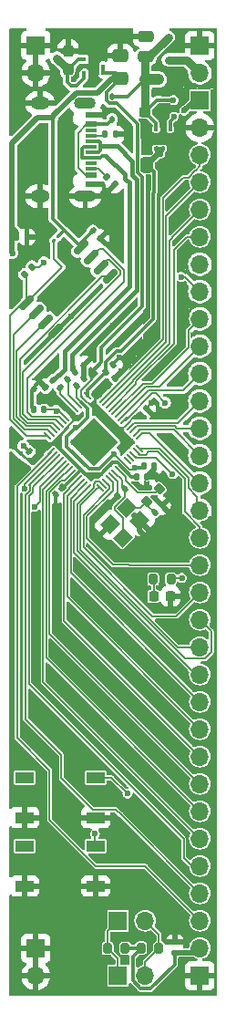
<source format=gbr>
%TF.GenerationSoftware,KiCad,Pcbnew,8.0.3*%
%TF.CreationDate,2024-07-23T11:53:19+01:00*%
%TF.ProjectId,ELI2040,454c4932-3034-4302-9e6b-696361645f70,rev?*%
%TF.SameCoordinates,Original*%
%TF.FileFunction,Copper,L1,Top*%
%TF.FilePolarity,Positive*%
%FSLAX46Y46*%
G04 Gerber Fmt 4.6, Leading zero omitted, Abs format (unit mm)*
G04 Created by KiCad (PCBNEW 8.0.3) date 2024-07-23 11:53:19*
%MOMM*%
%LPD*%
G01*
G04 APERTURE LIST*
G04 Aperture macros list*
%AMRoundRect*
0 Rectangle with rounded corners*
0 $1 Rounding radius*
0 $2 $3 $4 $5 $6 $7 $8 $9 X,Y pos of 4 corners*
0 Add a 4 corners polygon primitive as box body*
4,1,4,$2,$3,$4,$5,$6,$7,$8,$9,$2,$3,0*
0 Add four circle primitives for the rounded corners*
1,1,$1+$1,$2,$3*
1,1,$1+$1,$4,$5*
1,1,$1+$1,$6,$7*
1,1,$1+$1,$8,$9*
0 Add four rect primitives between the rounded corners*
20,1,$1+$1,$2,$3,$4,$5,0*
20,1,$1+$1,$4,$5,$6,$7,0*
20,1,$1+$1,$6,$7,$8,$9,0*
20,1,$1+$1,$8,$9,$2,$3,0*%
%AMRotRect*
0 Rectangle, with rotation*
0 The origin of the aperture is its center*
0 $1 length*
0 $2 width*
0 $3 Rotation angle, in degrees counterclockwise*
0 Add horizontal line*
21,1,$1,$2,0,0,$3*%
G04 Aperture macros list end*
%TA.AperFunction,SMDPad,CuDef*%
%ADD10RoundRect,0.140000X0.170000X-0.140000X0.170000X0.140000X-0.170000X0.140000X-0.170000X-0.140000X0*%
%TD*%
%TA.AperFunction,ComponentPad*%
%ADD11R,1.700000X1.700000*%
%TD*%
%TA.AperFunction,ComponentPad*%
%ADD12O,1.700000X1.700000*%
%TD*%
%TA.AperFunction,SMDPad,CuDef*%
%ADD13R,1.700000X1.000000*%
%TD*%
%TA.AperFunction,SMDPad,CuDef*%
%ADD14RoundRect,0.140000X-0.021213X0.219203X-0.219203X0.021213X0.021213X-0.219203X0.219203X-0.021213X0*%
%TD*%
%TA.AperFunction,SMDPad,CuDef*%
%ADD15RoundRect,0.135000X-0.226274X-0.035355X-0.035355X-0.226274X0.226274X0.035355X0.035355X0.226274X0*%
%TD*%
%TA.AperFunction,SMDPad,CuDef*%
%ADD16RoundRect,0.050000X-0.238649X-0.309359X0.309359X0.238649X0.238649X0.309359X-0.309359X-0.238649X0*%
%TD*%
%TA.AperFunction,SMDPad,CuDef*%
%ADD17RoundRect,0.050000X0.238649X-0.309359X0.309359X-0.238649X-0.238649X0.309359X-0.309359X0.238649X0*%
%TD*%
%TA.AperFunction,ComponentPad*%
%ADD18C,0.600000*%
%TD*%
%TA.AperFunction,SMDPad,CuDef*%
%ADD19RoundRect,0.144000X0.000000X-2.059095X2.059095X0.000000X0.000000X2.059095X-2.059095X0.000000X0*%
%TD*%
%TA.AperFunction,SMDPad,CuDef*%
%ADD20RoundRect,0.140000X-0.140000X-0.170000X0.140000X-0.170000X0.140000X0.170000X-0.140000X0.170000X0*%
%TD*%
%TA.AperFunction,SMDPad,CuDef*%
%ADD21RoundRect,0.135000X0.035355X-0.226274X0.226274X-0.035355X-0.035355X0.226274X-0.226274X0.035355X0*%
%TD*%
%TA.AperFunction,SMDPad,CuDef*%
%ADD22RoundRect,0.140000X0.219203X0.021213X0.021213X0.219203X-0.219203X-0.021213X-0.021213X-0.219203X0*%
%TD*%
%TA.AperFunction,SMDPad,CuDef*%
%ADD23RoundRect,0.140000X0.140000X0.170000X-0.140000X0.170000X-0.140000X-0.170000X0.140000X-0.170000X0*%
%TD*%
%TA.AperFunction,SMDPad,CuDef*%
%ADD24RoundRect,0.140000X0.021213X-0.219203X0.219203X-0.021213X-0.021213X0.219203X-0.219203X0.021213X0*%
%TD*%
%TA.AperFunction,SMDPad,CuDef*%
%ADD25RoundRect,0.200000X-0.053033X0.335876X-0.335876X0.053033X0.053033X-0.335876X0.335876X-0.053033X0*%
%TD*%
%TA.AperFunction,SMDPad,CuDef*%
%ADD26RoundRect,0.250000X-0.337500X-0.475000X0.337500X-0.475000X0.337500X0.475000X-0.337500X0.475000X0*%
%TD*%
%TA.AperFunction,SMDPad,CuDef*%
%ADD27RoundRect,0.200000X0.200000X0.275000X-0.200000X0.275000X-0.200000X-0.275000X0.200000X-0.275000X0*%
%TD*%
%TA.AperFunction,SMDPad,CuDef*%
%ADD28RoundRect,0.112500X-0.112500X0.187500X-0.112500X-0.187500X0.112500X-0.187500X0.112500X0.187500X0*%
%TD*%
%TA.AperFunction,SMDPad,CuDef*%
%ADD29RoundRect,0.093750X0.106250X-0.093750X0.106250X0.093750X-0.106250X0.093750X-0.106250X-0.093750X0*%
%TD*%
%TA.AperFunction,ComponentPad*%
%ADD30C,0.500000*%
%TD*%
%TA.AperFunction,SMDPad,CuDef*%
%ADD31R,1.600000X1.000000*%
%TD*%
%TA.AperFunction,SMDPad,CuDef*%
%ADD32RoundRect,0.135000X-0.135000X-0.185000X0.135000X-0.185000X0.135000X0.185000X-0.135000X0.185000X0*%
%TD*%
%TA.AperFunction,SMDPad,CuDef*%
%ADD33RoundRect,0.218750X0.218750X0.256250X-0.218750X0.256250X-0.218750X-0.256250X0.218750X-0.256250X0*%
%TD*%
%TA.AperFunction,SMDPad,CuDef*%
%ADD34RotRect,1.400000X1.200000X45.000000*%
%TD*%
%TA.AperFunction,SMDPad,CuDef*%
%ADD35RoundRect,0.237500X0.237500X-0.300000X0.237500X0.300000X-0.237500X0.300000X-0.237500X-0.300000X0*%
%TD*%
%TA.AperFunction,SMDPad,CuDef*%
%ADD36RoundRect,0.140000X-0.219203X-0.021213X-0.021213X-0.219203X0.219203X0.021213X0.021213X0.219203X0*%
%TD*%
%TA.AperFunction,SMDPad,CuDef*%
%ADD37RoundRect,0.250000X0.475000X-0.337500X0.475000X0.337500X-0.475000X0.337500X-0.475000X-0.337500X0*%
%TD*%
%TA.AperFunction,SMDPad,CuDef*%
%ADD38RoundRect,0.250000X0.475000X-0.250000X0.475000X0.250000X-0.475000X0.250000X-0.475000X-0.250000X0*%
%TD*%
%TA.AperFunction,SMDPad,CuDef*%
%ADD39R,1.100000X0.550000*%
%TD*%
%TA.AperFunction,SMDPad,CuDef*%
%ADD40R,1.100000X0.300000*%
%TD*%
%TA.AperFunction,ComponentPad*%
%ADD41O,2.000000X1.100000*%
%TD*%
%TA.AperFunction,ComponentPad*%
%ADD42O,1.800000X1.200000*%
%TD*%
%TA.AperFunction,SMDPad,CuDef*%
%ADD43RoundRect,0.237500X-0.300000X-0.237500X0.300000X-0.237500X0.300000X0.237500X-0.300000X0.237500X0*%
%TD*%
%TA.AperFunction,SMDPad,CuDef*%
%ADD44RoundRect,0.075000X0.035355X0.141421X-0.141421X-0.035355X-0.035355X-0.141421X0.141421X0.035355X0*%
%TD*%
%TA.AperFunction,SMDPad,CuDef*%
%ADD45RoundRect,0.093750X0.093750X0.106250X-0.093750X0.106250X-0.093750X-0.106250X0.093750X-0.106250X0*%
%TD*%
%TA.AperFunction,SMDPad,CuDef*%
%ADD46R,1.000000X1.600000*%
%TD*%
%TA.AperFunction,SMDPad,CuDef*%
%ADD47RoundRect,0.200000X-0.200000X-0.275000X0.200000X-0.275000X0.200000X0.275000X-0.200000X0.275000X0*%
%TD*%
%TA.AperFunction,SMDPad,CuDef*%
%ADD48RoundRect,0.150000X-0.353553X-0.565685X0.565685X0.353553X0.353553X0.565685X-0.565685X-0.353553X0*%
%TD*%
%TA.AperFunction,ViaPad*%
%ADD49C,0.600000*%
%TD*%
%TA.AperFunction,Conductor*%
%ADD50C,0.300000*%
%TD*%
%TA.AperFunction,Conductor*%
%ADD51C,0.500000*%
%TD*%
%TA.AperFunction,Conductor*%
%ADD52C,0.150000*%
%TD*%
%TA.AperFunction,Conductor*%
%ADD53C,0.730000*%
%TD*%
%TA.AperFunction,Conductor*%
%ADD54C,1.000000*%
%TD*%
%TA.AperFunction,Conductor*%
%ADD55C,0.450000*%
%TD*%
%TA.AperFunction,Conductor*%
%ADD56C,0.200000*%
%TD*%
G04 APERTURE END LIST*
D10*
%TO.P,C6,1*%
%TO.N,+3V3*%
X221190000Y-122320000D03*
%TO.P,C6,2*%
%TO.N,GND*%
X221190000Y-121360000D03*
%TD*%
D11*
%TO.P,J3,1,Pin_1*%
%TO.N,/+3V3_SIG*%
X223520000Y-43180000D03*
D12*
%TO.P,J3,2,Pin_2*%
%TO.N,GND*%
X223520000Y-45720000D03*
%TO.P,J3,3,Pin_3*%
%TO.N,/GPIO29_ADC3*%
X223520000Y-48260000D03*
%TO.P,J3,4,Pin_4*%
%TO.N,/GPIO28_ADC2*%
X223520000Y-50800000D03*
%TO.P,J3,5,Pin_5*%
%TO.N,/GPIO27_ADC1*%
X223520000Y-53340000D03*
%TO.P,J3,6,Pin_6*%
%TO.N,/GPIO26_ADC0*%
X223520000Y-55880000D03*
%TD*%
D13*
%TO.P,SW2,1,A*%
%TO.N,unconnected-(SW2-A-Pad1)*%
X207250000Y-112450000D03*
%TO.P,SW2,2,B*%
%TO.N,/BOOTSEL*%
X213850000Y-112450000D03*
%TO.P,SW2,3,C*%
%TO.N,GND*%
X207250000Y-116150000D03*
%TO.P,SW2,4,D*%
X213850000Y-116150000D03*
%TD*%
D11*
%TO.P,J1,1,Pin_1*%
%TO.N,GND*%
X208280000Y-121920000D03*
D12*
%TO.P,J1,2,Pin_2*%
X208280000Y-124460000D03*
%TD*%
D14*
%TO.P,C20,1*%
%TO.N,+3V3*%
X210809411Y-79110589D03*
%TO.P,C20,2*%
%TO.N,GND*%
X210130589Y-79789411D03*
%TD*%
D15*
%TO.P,R4,1*%
%TO.N,Net-(USB2-CC2)*%
X214879376Y-50279376D03*
%TO.P,R4,2*%
%TO.N,GND*%
X215600624Y-51000624D03*
%TD*%
D16*
%TO.P,U7,1,IOVDD*%
%TO.N,+3V3*%
X209371366Y-75528711D03*
%TO.P,U7,2,GPIO0*%
%TO.N,/GPIO0*%
X209654209Y-75811554D03*
%TO.P,U7,3,GPIO1*%
%TO.N,/GPIO1_SCL*%
X209937051Y-76094396D03*
%TO.P,U7,4,GPIO2*%
%TO.N,/GPIO2*%
X210219894Y-76377239D03*
%TO.P,U7,5,GPIO3*%
%TO.N,/GPIO3*%
X210502737Y-76660082D03*
%TO.P,U7,6,GPIO4*%
%TO.N,/GPIO4_SDA*%
X210785579Y-76942924D03*
%TO.P,U7,7,GPIO5*%
%TO.N,/GPIO5*%
X211068422Y-77225767D03*
%TO.P,U7,8,GPIO6*%
%TO.N,/GPIO6*%
X211351265Y-77508610D03*
%TO.P,U7,9,GPIO7*%
%TO.N,/GPIO7*%
X211634108Y-77791453D03*
%TO.P,U7,10,IOVDD*%
%TO.N,+3V3*%
X211916950Y-78074295D03*
%TO.P,U7,11,GPIO8*%
%TO.N,/GPIO8*%
X212199793Y-78357138D03*
%TO.P,U7,12,GPIO9*%
%TO.N,/GPIO9*%
X212482636Y-78639981D03*
%TO.P,U7,13,GPIO10*%
%TO.N,/GPIO10*%
X212765478Y-78922823D03*
%TO.P,U7,14,GPIO11*%
%TO.N,/GPIO11*%
X213048321Y-79205666D03*
D17*
%TO.P,U7,15,GPIO12*%
%TO.N,/GPIO12*%
X214232725Y-79205666D03*
%TO.P,U7,16,GPIO13*%
%TO.N,/GPIO13*%
X214515568Y-78922823D03*
%TO.P,U7,17,GPIO14*%
%TO.N,/GPIO14*%
X214798410Y-78639981D03*
%TO.P,U7,18,GPIO15*%
%TO.N,/GPIO15*%
X215081253Y-78357138D03*
%TO.P,U7,19,TESTEN*%
%TO.N,GND*%
X215364096Y-78074295D03*
%TO.P,U7,20,XIN*%
%TO.N,/XIN*%
X215646938Y-77791453D03*
%TO.P,U7,21,XOUT*%
%TO.N,/XOUT*%
X215929781Y-77508610D03*
%TO.P,U7,22,IOVDD*%
%TO.N,+3V3*%
X216212624Y-77225767D03*
%TO.P,U7,23,DVDD*%
%TO.N,+1V1*%
X216495467Y-76942924D03*
%TO.P,U7,24,SWCLK*%
%TO.N,unconnected-(U7-SWCLK-Pad24)*%
X216778309Y-76660082D03*
%TO.P,U7,25,SWD*%
%TO.N,unconnected-(U7-SWD-Pad25)*%
X217061152Y-76377239D03*
%TO.P,U7,26,RUN*%
%TO.N,/RUN*%
X217343995Y-76094396D03*
%TO.P,U7,27,GPIO16*%
%TO.N,/GPIO16*%
X217626837Y-75811554D03*
%TO.P,U7,28,GPIO17*%
%TO.N,/GPIO17*%
X217909680Y-75528711D03*
D16*
%TO.P,U7,29,GPIO18*%
%TO.N,/GPIO18*%
X217909680Y-74344307D03*
%TO.P,U7,30,GPIO19*%
%TO.N,/GPIO19*%
X217626837Y-74061464D03*
%TO.P,U7,31,GPIO20*%
%TO.N,/GPIO20*%
X217343995Y-73778622D03*
%TO.P,U7,32,GPIO21*%
%TO.N,/GPIO21*%
X217061152Y-73495779D03*
%TO.P,U7,33,IOVDD*%
%TO.N,+3V3*%
X216778309Y-73212936D03*
%TO.P,U7,34,GPIO22*%
%TO.N,/GPIO22_TEST_LED*%
X216495467Y-72930094D03*
%TO.P,U7,35,GPIO23*%
%TO.N,/GPIO23*%
X216212624Y-72647251D03*
%TO.P,U7,36,GPIO24*%
%TO.N,/GPIO24*%
X215929781Y-72364408D03*
%TO.P,U7,37,GPIO25*%
%TO.N,/GPIO25*%
X215646938Y-72081565D03*
%TO.P,U7,38,GPIO26_ADC0*%
%TO.N,/GPIO26_ADC0*%
X215364096Y-71798723D03*
%TO.P,U7,39,GPIO27_ADC1*%
%TO.N,/GPIO27_ADC1*%
X215081253Y-71515880D03*
%TO.P,U7,40,GPIO28_ADC2*%
%TO.N,/GPIO28_ADC2*%
X214798410Y-71233037D03*
%TO.P,U7,41,GPIO29_ADC3*%
%TO.N,/GPIO29_ADC3*%
X214515568Y-70950195D03*
%TO.P,U7,42,IOVDD*%
%TO.N,+3V3*%
X214232725Y-70667352D03*
D17*
%TO.P,U7,43,ADC_AVDD*%
%TO.N,/+3V3_SIG*%
X213048321Y-70667352D03*
%TO.P,U7,44,VREG_IN*%
%TO.N,+3V3*%
X212765478Y-70950195D03*
%TO.P,U7,45,VREG_VOUT*%
%TO.N,+1V1*%
X212482636Y-71233037D03*
%TO.P,U7,46,USB_DM*%
%TO.N,Net-(U7-USB_DM)*%
X212199793Y-71515880D03*
%TO.P,U7,47,USB_DP*%
%TO.N,Net-(U7-USB_DP)*%
X211916950Y-71798723D03*
%TO.P,U7,48,USB_VDD*%
%TO.N,+3V3*%
X211634108Y-72081565D03*
%TO.P,U7,49,IOVDD*%
X211351265Y-72364408D03*
%TO.P,U7,50,DVDD*%
%TO.N,+1V1*%
X211068422Y-72647251D03*
%TO.P,U7,51,QSPI_SD3*%
%TO.N,/QSPI_SD3*%
X210785579Y-72930094D03*
%TO.P,U7,52,QSPI_SCLK*%
%TO.N,/QSPI_SCLK*%
X210502737Y-73212936D03*
%TO.P,U7,53,QSPI_SD0*%
%TO.N,/QSPI_SD0*%
X210219894Y-73495779D03*
%TO.P,U7,54,QSPI_SD2*%
%TO.N,/QSPI_SD2*%
X209937051Y-73778622D03*
%TO.P,U7,55,QSPI_SD1*%
%TO.N,/QSPI_SD1*%
X209654209Y-74061464D03*
%TO.P,U7,56,QSPI_SS*%
%TO.N,/QSPI_SS*%
X209371366Y-74344307D03*
D18*
%TO.P,U7,57,GND*%
%TO.N,GND*%
X211837401Y-74936509D03*
X212738962Y-75838070D03*
X213640523Y-76739631D03*
X212738962Y-74034948D03*
X213640523Y-74936509D03*
D19*
X213640523Y-74936509D03*
D18*
X214542084Y-75838070D03*
X213640523Y-73133387D03*
X214542084Y-74034948D03*
X215443645Y-74936509D03*
%TD*%
D20*
%TO.P,C10,1*%
%TO.N,+1V1*%
X218320000Y-77160000D03*
%TO.P,C10,2*%
%TO.N,GND*%
X219280000Y-77160000D03*
%TD*%
D21*
%TO.P,R29,1*%
%TO.N,/QSPI_SS*%
X207229376Y-59370624D03*
%TO.P,R29,2*%
%TO.N,/BOOTSEL*%
X207950624Y-58649376D03*
%TD*%
D22*
%TO.P,C18,1*%
%TO.N,+3V3*%
X208344292Y-76463860D03*
%TO.P,C18,2*%
%TO.N,GND*%
X207665470Y-75785038D03*
%TD*%
D23*
%TO.P,C11,1*%
%TO.N,+1V1*%
X209044330Y-71931306D03*
%TO.P,C11,2*%
%TO.N,GND*%
X208084330Y-71931306D03*
%TD*%
D24*
%TO.P,C24,1*%
%TO.N,+3V3*%
X214960589Y-69669411D03*
%TO.P,C24,2*%
%TO.N,GND*%
X215639411Y-68990589D03*
%TD*%
D25*
%TO.P,R36,1*%
%TO.N,/XOUT*%
X219733363Y-79291637D03*
%TO.P,R36,2*%
%TO.N,Net-(C28-Pad1)*%
X218566637Y-80458363D03*
%TD*%
D11*
%TO.P,J8,1,Pin_1*%
%TO.N,/GPIO1_SCL*%
X215900000Y-119380000D03*
D12*
%TO.P,J8,2,Pin_2*%
%TO.N,/GPIO4_SDA*%
X218440000Y-119380000D03*
%TD*%
D26*
%TO.P,C8,1*%
%TO.N,/+3V3_SIG*%
X218622500Y-49180000D03*
%TO.P,C8,2*%
%TO.N,GND*%
X220697500Y-49180000D03*
%TD*%
D27*
%TO.P,R31,1*%
%TO.N,/GPIO4_SDA*%
X219710000Y-121920000D03*
%TO.P,R31,2*%
%TO.N,+3V3*%
X218060000Y-121920000D03*
%TD*%
D24*
%TO.P,C12,1*%
%TO.N,+1V1*%
X212056604Y-69739274D03*
%TO.P,C12,2*%
%TO.N,GND*%
X212735426Y-69060452D03*
%TD*%
D14*
%TO.P,R22,1*%
%TO.N,/USB_D-*%
X211910000Y-68410000D03*
%TO.P,R22,2*%
%TO.N,Net-(U7-USB_DM)*%
X211231178Y-69088822D03*
%TD*%
D28*
%TO.P,D1,1,K*%
%TO.N,+12V*%
X215360000Y-42870000D03*
%TO.P,D1,2,A*%
%TO.N,/VBUS*%
X215360000Y-44970000D03*
%TD*%
D29*
%TO.P,U4,1,OUT*%
%TO.N,/+3V3_SIG*%
X219465000Y-47652500D03*
%TO.P,U4,2,SNS*%
X220115000Y-47652500D03*
%TO.P,U4,3,GND*%
%TO.N,GND*%
X220765000Y-47652500D03*
%TO.P,U4,4,EN*%
%TO.N,+12V*%
X220765000Y-45877500D03*
%TO.P,U4,5,GND*%
%TO.N,GND*%
X220115000Y-45877500D03*
%TO.P,U4,6,IN*%
%TO.N,+12V*%
X219465000Y-45877500D03*
D30*
%TO.P,U4,7,PAD*%
%TO.N,GND*%
X219565000Y-46765000D03*
D31*
X220115000Y-46765000D03*
D30*
X220665000Y-46765000D03*
%TD*%
D32*
%TO.P,R3,1*%
%TO.N,Net-(USB2-CC1)*%
X214700000Y-46360000D03*
%TO.P,R3,2*%
%TO.N,GND*%
X215720000Y-46360000D03*
%TD*%
D27*
%TO.P,R65,1*%
%TO.N,/GPIO22_TEST_LED*%
X220825000Y-87640000D03*
%TO.P,R65,2*%
%TO.N,Net-(D15-A)*%
X219175000Y-87640000D03*
%TD*%
D33*
%TO.P,D15,1,K*%
%TO.N,GND*%
X220795002Y-89250000D03*
%TO.P,D15,2,A*%
%TO.N,Net-(D15-A)*%
X219220000Y-89250000D03*
%TD*%
D11*
%TO.P,J5,1,Pin_1*%
%TO.N,GND*%
X208280000Y-38085000D03*
D12*
%TO.P,J5,2,Pin_2*%
X208280000Y-40625000D03*
%TD*%
D34*
%TO.P,Y1,1,1*%
%TO.N,/XIN*%
X216371446Y-83807716D03*
%TO.P,Y1,2,2*%
%TO.N,GND*%
X217927081Y-82252081D03*
%TO.P,Y1,3,3*%
%TO.N,Net-(C28-Pad1)*%
X216725000Y-81050000D03*
%TO.P,Y1,4,4*%
%TO.N,GND*%
X215169365Y-82605635D03*
%TD*%
D11*
%TO.P,J2,1,Pin_1*%
%TO.N,GND*%
X223520000Y-38100000D03*
D12*
%TO.P,J2,2,Pin_2*%
%TO.N,12V_IN*%
X223520000Y-40640000D03*
%TD*%
D35*
%TO.P,C1,1*%
%TO.N,+12V*%
X211280000Y-40317502D03*
%TO.P,C1,2*%
%TO.N,GND*%
X211280000Y-38592500D03*
%TD*%
D36*
%TO.P,C33,1*%
%TO.N,+3V3*%
X213581178Y-55331178D03*
%TO.P,C33,2*%
%TO.N,GND*%
X214260000Y-56010000D03*
%TD*%
D22*
%TO.P,C15,1*%
%TO.N,+3V3*%
X213458822Y-68418822D03*
%TO.P,C15,2*%
%TO.N,GND*%
X212780000Y-67740000D03*
%TD*%
D37*
%TO.P,C2,1*%
%TO.N,+3V3*%
X216130000Y-41130000D03*
%TO.P,C2,2*%
%TO.N,GND*%
X216130000Y-39055000D03*
%TD*%
D38*
%TO.P,C3,1*%
%TO.N,+12V*%
X218500000Y-39150000D03*
%TO.P,C3,2*%
%TO.N,GND*%
X218500000Y-37250000D03*
%TD*%
D11*
%TO.P,J4,1,Pin_1*%
%TO.N,GND*%
X223520000Y-124460000D03*
D12*
%TO.P,J4,2,Pin_2*%
%TO.N,+3V3*%
X223520000Y-121920000D03*
%TO.P,J4,3,Pin_3*%
%TO.N,/GPIO0*%
X223520000Y-119380001D03*
%TO.P,J4,4,Pin_4*%
%TO.N,/GPIO2*%
X223520000Y-116840000D03*
%TO.P,J4,5,Pin_5*%
%TO.N,/GPIO3*%
X223520000Y-114300000D03*
%TO.P,J4,6,Pin_6*%
%TO.N,/GPIO5*%
X223520000Y-111760000D03*
%TO.P,J4,7,Pin_7*%
%TO.N,/GPIO6*%
X223520000Y-109220000D03*
%TO.P,J4,8,Pin_8*%
%TO.N,/GPIO7*%
X223520000Y-106679999D03*
%TO.P,J4,9,Pin_9*%
%TO.N,/GPIO8*%
X223520000Y-104140000D03*
%TO.P,J4,10,Pin_10*%
%TO.N,/GPIO9*%
X223520000Y-101600000D03*
%TO.P,J4,11,Pin_11*%
%TO.N,/GPIO10*%
X223520000Y-99060000D03*
%TO.P,J4,12,Pin_12*%
%TO.N,/GPIO11*%
X223520000Y-96520001D03*
%TO.P,J4,13,Pin_13*%
%TO.N,/GPIO12*%
X223520000Y-93980000D03*
%TO.P,J4,14,Pin_14*%
%TO.N,/GPIO13*%
X223520000Y-91440000D03*
%TO.P,J4,15,Pin_15*%
%TO.N,/GPIO14*%
X223520000Y-88900000D03*
%TO.P,J4,16,Pin_16*%
%TO.N,/GPIO15*%
X223520000Y-86360001D03*
%TO.P,J4,17,Pin_17*%
%TO.N,/GPIO16*%
X223520000Y-83819999D03*
%TO.P,J4,18,Pin_18*%
%TO.N,/GPIO17*%
X223520000Y-81280000D03*
%TO.P,J4,19,Pin_19*%
%TO.N,/GPIO18*%
X223520000Y-78740000D03*
%TO.P,J4,20,Pin_20*%
%TO.N,/GPIO19*%
X223520000Y-76200000D03*
%TO.P,J4,21,Pin_21*%
%TO.N,/GPIO20*%
X223520000Y-73660001D03*
%TO.P,J4,22,Pin_22*%
%TO.N,/GPIO21*%
X223520000Y-71120000D03*
%TO.P,J4,23,Pin_23*%
%TO.N,/GPIO23*%
X223520000Y-68580000D03*
%TO.P,J4,24,Pin_24*%
%TO.N,/GPIO24*%
X223520000Y-66040000D03*
%TO.P,J4,25,Pin_25*%
%TO.N,/GPIO25*%
X223520000Y-63500001D03*
%TO.P,J4,26,Pin_26*%
%TO.N,/BOOTSEL*%
X223520000Y-60959999D03*
%TO.P,J4,27,Pin_27*%
%TO.N,/RUN*%
X223520000Y-58420000D03*
%TD*%
D39*
%TO.P,USB2,1,GND*%
%TO.N,GND*%
X213415000Y-44580000D03*
%TO.P,USB2,2,VBUS*%
%TO.N,/VBUS*%
X213415000Y-45380000D03*
D40*
%TO.P,USB2,3,SBU2*%
%TO.N,unconnected-(USB2-SBU2-Pad3)*%
X213415000Y-46030001D03*
%TO.P,USB2,4,CC1*%
%TO.N,Net-(USB2-CC1)*%
X213415000Y-46530000D03*
%TO.P,USB2,5,DN2*%
%TO.N,/USB_D-*%
X213415001Y-47030000D03*
%TO.P,USB2,6,DP1*%
%TO.N,/USB_D+*%
X213415000Y-47530000D03*
%TO.P,USB2,7,DN1*%
%TO.N,/USB_D-*%
X213415000Y-48030000D03*
%TO.P,USB2,8,DP2*%
%TO.N,/USB_D+*%
X213415001Y-48530000D03*
%TO.P,USB2,9,SBU1*%
%TO.N,unconnected-(USB2-SBU1-Pad9)*%
X213415000Y-49030000D03*
%TO.P,USB2,10,CC2*%
%TO.N,Net-(USB2-CC2)*%
X213415000Y-49529999D03*
D39*
%TO.P,USB2,11,VBUS*%
%TO.N,/VBUS*%
X213415000Y-50180000D03*
%TO.P,USB2,12,GND*%
%TO.N,GND*%
X213415000Y-50980000D03*
D41*
%TO.P,USB2,13,SHELL*%
X212865000Y-43455000D03*
D42*
X208665000Y-43455000D03*
D41*
%TO.P,USB2,14,SHELL*%
X212865000Y-52105000D03*
D42*
X208665000Y-52105000D03*
%TD*%
D24*
%TO.P,C28,1*%
%TO.N,Net-(C28-Pad1)*%
X219321178Y-81503822D03*
%TO.P,C28,2*%
%TO.N,GND*%
X220000000Y-80825000D03*
%TD*%
D22*
%TO.P,C16,1*%
%TO.N,+3V3*%
X208733201Y-70736294D03*
%TO.P,C16,2*%
%TO.N,GND*%
X208054379Y-70057472D03*
%TD*%
D20*
%TO.P,C4,1*%
%TO.N,+3V3*%
X206490000Y-55860000D03*
%TO.P,C4,2*%
%TO.N,GND*%
X207450000Y-55860000D03*
%TD*%
D28*
%TO.P,D4,1,K*%
%TO.N,+12V*%
X220580000Y-37330000D03*
%TO.P,D4,2,A*%
%TO.N,12V_IN*%
X220580000Y-39430000D03*
%TD*%
D43*
%TO.P,C5,1*%
%TO.N,+12V*%
X218427499Y-44290001D03*
%TO.P,C5,2*%
%TO.N,GND*%
X220152501Y-44290001D03*
%TD*%
D14*
%TO.P,C27,1*%
%TO.N,/XIN*%
X216525000Y-79275000D03*
%TO.P,C27,2*%
%TO.N,GND*%
X215846178Y-79953822D03*
%TD*%
D24*
%TO.P,C37,1*%
%TO.N,/+3V3_SIG*%
X214800589Y-68399411D03*
%TO.P,C37,2*%
%TO.N,GND*%
X215479411Y-67720589D03*
%TD*%
D11*
%TO.P,J7,1,Pin_1*%
%TO.N,/GPIO1_SCL*%
X215900000Y-124460000D03*
D12*
%TO.P,J7,2,Pin_2*%
%TO.N,/GPIO4_SDA*%
X218440000Y-124460000D03*
%TD*%
D36*
%TO.P,R21,1*%
%TO.N,/USB_D+*%
X209878716Y-69194803D03*
%TO.P,R21,2*%
%TO.N,Net-(U7-USB_DP)*%
X210557538Y-69873625D03*
%TD*%
D44*
%TO.P,R30,1*%
%TO.N,+3V3*%
X210326777Y-55843223D03*
%TO.P,R30,2*%
%TO.N,/QSPI_SS*%
X209973223Y-56196777D03*
%TD*%
D13*
%TO.P,SW1,1,A*%
%TO.N,unconnected-(SW1-A-Pad1)*%
X207250000Y-106096000D03*
%TO.P,SW1,2,B*%
%TO.N,/RUN*%
X213850000Y-106096000D03*
%TO.P,SW1,3,C*%
%TO.N,GND*%
X207250000Y-109796000D03*
%TO.P,SW1,4,D*%
X213850000Y-109796000D03*
%TD*%
D45*
%TO.P,U1,1,OUT*%
%TO.N,+3V3*%
X214517500Y-40692500D03*
%TO.P,U1,2,SNS*%
X214517500Y-40042500D03*
%TO.P,U1,3,GND*%
%TO.N,GND*%
X214517500Y-39392500D03*
%TO.P,U1,4,EN*%
%TO.N,+12V*%
X212742500Y-39392500D03*
%TO.P,U1,5,GND*%
%TO.N,GND*%
X212742500Y-40042500D03*
%TO.P,U1,6,IN*%
%TO.N,+12V*%
X212742500Y-40692500D03*
D30*
%TO.P,U1,7,PAD*%
%TO.N,GND*%
X213630000Y-40592500D03*
D46*
X213630000Y-40042500D03*
D30*
X213630000Y-39492500D03*
%TD*%
D22*
%TO.P,C14,1*%
%TO.N,+3V3*%
X209861037Y-70555983D03*
%TO.P,C14,2*%
%TO.N,GND*%
X209182215Y-69877161D03*
%TD*%
D47*
%TO.P,R37,1*%
%TO.N,/GPIO1_SCL*%
X214940000Y-121930000D03*
%TO.P,R37,2*%
%TO.N,+3V3*%
X216590000Y-121930000D03*
%TD*%
D48*
%TO.P,U11,1,~{CS}*%
%TO.N,/QSPI_SS*%
X207417377Y-61958546D03*
%TO.P,U11,2,DO(IO1)*%
%TO.N,/QSPI_SD1*%
X208315403Y-62856572D03*
%TO.P,U11,3,IO2*%
%TO.N,/QSPI_SD2*%
X209213428Y-63754597D03*
%TO.P,U11,4,GND*%
%TO.N,GND*%
X210111454Y-64652623D03*
%TO.P,U11,5,DI(IO0)*%
%TO.N,/QSPI_SD0*%
X215202623Y-59561454D03*
%TO.P,U11,6,CLK*%
%TO.N,/QSPI_SCLK*%
X214304597Y-58663428D03*
%TO.P,U11,7,IO3*%
%TO.N,/QSPI_SD3*%
X213406572Y-57765403D03*
%TO.P,U11,8,VCC*%
%TO.N,+3V3*%
X212508546Y-56867377D03*
%TD*%
D20*
%TO.P,C21,1*%
%TO.N,+3V3*%
X217640000Y-78160000D03*
%TO.P,C21,2*%
%TO.N,GND*%
X218600000Y-78160000D03*
%TD*%
D24*
%TO.P,C17,1*%
%TO.N,+3V3*%
X217890000Y-72500000D03*
%TO.P,C17,2*%
%TO.N,GND*%
X218568822Y-71821178D03*
%TD*%
D49*
%TO.N,GND*%
X209030000Y-56800000D03*
X214680000Y-44460000D03*
X216240000Y-85490000D03*
X213460000Y-67100000D03*
X214260000Y-83930000D03*
X221210000Y-41200000D03*
X207130000Y-49230000D03*
X210520000Y-114070000D03*
X216670000Y-64930000D03*
X218480000Y-46350000D03*
X217380000Y-87650000D03*
X217690000Y-84400000D03*
X221390000Y-54240000D03*
X210990000Y-60640000D03*
X213540000Y-83230000D03*
X218967045Y-71307045D03*
X221040000Y-81120000D03*
X220910000Y-50450000D03*
X219340000Y-110790000D03*
X216170000Y-68370000D03*
X217290000Y-113060000D03*
X219050000Y-83260000D03*
X215000000Y-84570000D03*
X220020000Y-82150000D03*
X207117462Y-75272384D03*
X211781035Y-41257519D03*
X213860000Y-81930000D03*
X210250000Y-81260000D03*
X216030000Y-67110000D03*
X215450000Y-64100000D03*
X218820000Y-65050000D03*
X215070000Y-55140000D03*
X219880000Y-51460000D03*
X213630000Y-38442500D03*
X221040000Y-52290000D03*
X210920000Y-46940000D03*
X220620000Y-67080000D03*
X219390000Y-78020000D03*
X208620064Y-69315010D03*
X214960000Y-80750000D03*
X211512038Y-63252038D03*
X221880000Y-64020000D03*
X210910000Y-107280000D03*
%TO.N,+12V*%
X221070000Y-43170000D03*
X221117070Y-44710454D03*
X219710000Y-41270000D03*
X210200000Y-39270000D03*
%TO.N,+3V3*%
X206115000Y-57380000D03*
X213870000Y-72030000D03*
X212220000Y-72660000D03*
%TO.N,/+3V3_SIG*%
X222070000Y-44160000D03*
X219850000Y-48150000D03*
%TO.N,+1V1*%
X215549710Y-76032525D03*
X217494254Y-77340673D03*
X210175699Y-72033967D03*
X211943466Y-73557651D03*
%TO.N,/GPIO4_SDA*%
X208155000Y-80927461D03*
%TO.N,/GPIO1_SCL*%
X207200000Y-79230000D03*
%TO.N,/BOOTSEL*%
X209030000Y-58240000D03*
X221760000Y-59600000D03*
X213780000Y-111310000D03*
%TO.N,/GPIO22_TEST_LED*%
X220280000Y-71290000D03*
X221840000Y-87540000D03*
%TO.N,/RUN*%
X216790000Y-107580000D03*
X220986636Y-77923364D03*
%TD*%
D50*
%TO.N,GND*%
X215639411Y-68900589D02*
X216170000Y-68370000D01*
D51*
X219125000Y-77755000D02*
X219390000Y-78020000D01*
X219005000Y-77755000D02*
X219125000Y-77755000D01*
D52*
X215364096Y-78074295D02*
X215846178Y-78556377D01*
D50*
X212780000Y-67740000D02*
X212820000Y-67740000D01*
D51*
X219280000Y-77480000D02*
X219280000Y-77160000D01*
X218600000Y-78160000D02*
X219005000Y-77755000D01*
X212696875Y-67823125D02*
X212780000Y-67740000D01*
X212735426Y-69060452D02*
X212696875Y-69021901D01*
D50*
X212633054Y-40042500D02*
X212742500Y-40042500D01*
X212742500Y-40042500D02*
X213630000Y-40042500D01*
X211781034Y-41120687D02*
X212055000Y-40846722D01*
X212055000Y-40620554D02*
X212633054Y-40042500D01*
D52*
X218568822Y-71821178D02*
X218568822Y-71705268D01*
D51*
X214560000Y-44580000D02*
X214680000Y-44460000D01*
D52*
X218568822Y-71705268D02*
X218967045Y-71307045D01*
D50*
X215479411Y-67660589D02*
X216030000Y-67110000D01*
X208084330Y-71931306D02*
X207901363Y-71748339D01*
D51*
X219005000Y-77755000D02*
X219280000Y-77480000D01*
D50*
X207901363Y-70210488D02*
X208054379Y-70057472D01*
X207901363Y-71748339D02*
X207901363Y-70210488D01*
X220115000Y-45877501D02*
X220115000Y-44327500D01*
X208054379Y-70057472D02*
X208054379Y-69880695D01*
D52*
X215846178Y-78556377D02*
X215846178Y-79953822D01*
D50*
X220115000Y-44327500D02*
X220152500Y-44290000D01*
X210250000Y-81260000D02*
X210220000Y-81070000D01*
X207665470Y-75785037D02*
X207152817Y-75272385D01*
D51*
X212696875Y-69021901D02*
X212696875Y-67823125D01*
D50*
X215479411Y-67720589D02*
X215479411Y-67660589D01*
X210130589Y-80980589D02*
X210250000Y-81260000D01*
X212055000Y-40846722D02*
X212055000Y-40620554D01*
X210130589Y-79789411D02*
X210130589Y-80980589D01*
D51*
X208620064Y-69315010D02*
X209182214Y-69877160D01*
X217927081Y-83127081D02*
X218270000Y-83470000D01*
D50*
X210111454Y-64652622D02*
X211512038Y-63252038D01*
X212820000Y-67740000D02*
X213460000Y-67100000D01*
X208054379Y-69880695D02*
X208620064Y-69315010D01*
D51*
X213415000Y-44580000D02*
X214560000Y-44580000D01*
D50*
X211781035Y-41257519D02*
X211781034Y-41120687D01*
D52*
X209450736Y-118690000D02*
X210000000Y-118690000D01*
D50*
X213630000Y-39492500D02*
X213630000Y-38442500D01*
X207152817Y-75272385D02*
X207117462Y-75272384D01*
D51*
X217927081Y-82252081D02*
X217927081Y-83127081D01*
D50*
X210111454Y-64652623D02*
X210111454Y-64652622D01*
X215639411Y-68990589D02*
X215639411Y-68900589D01*
%TO.N,+12V*%
X219465000Y-45327499D02*
X218427500Y-44290000D01*
D53*
X218400000Y-39410000D02*
X218500000Y-39410000D01*
X218427499Y-44290001D02*
X218427499Y-41280000D01*
D50*
X212742500Y-40692500D02*
X212742500Y-41144582D01*
D53*
X218500000Y-39410000D02*
X220580000Y-37330000D01*
D50*
X221117070Y-44710454D02*
X221117070Y-44812929D01*
X212029563Y-41857519D02*
X211532505Y-41857519D01*
D54*
X218427499Y-41280000D02*
X219700000Y-41280000D01*
D50*
X211181034Y-41506048D02*
X211181034Y-40416466D01*
X212742500Y-41144582D02*
X212029563Y-41857519D01*
X211532505Y-41857519D02*
X211181034Y-41506048D01*
D53*
X210200000Y-39270000D02*
X210232498Y-39270000D01*
X218427499Y-41280000D02*
X218427499Y-39437499D01*
D54*
X219700000Y-41280000D02*
X219710000Y-41270000D01*
D50*
X216837499Y-42870000D02*
X218427499Y-41280000D01*
X219547500Y-43170000D02*
X221070000Y-43170000D01*
X221117070Y-44812929D02*
X220764999Y-45165000D01*
X220765000Y-45877500D02*
X220764999Y-45165000D01*
X219465000Y-45877500D02*
X219465000Y-45327499D01*
X212205000Y-39392500D02*
X211280000Y-40317500D01*
X212742500Y-39392500D02*
X212205000Y-39392500D01*
D53*
X210232498Y-39270000D02*
X211280000Y-40317502D01*
D54*
X218500000Y-39150000D02*
X218317220Y-39150000D01*
D50*
X215360000Y-42870000D02*
X216837499Y-42870000D01*
D53*
X218427499Y-39437499D02*
X218400000Y-39410000D01*
D50*
X211181034Y-40416466D02*
X211280000Y-40317500D01*
X218427500Y-44290000D02*
X219547500Y-43170000D01*
%TO.N,+3V3*%
X217146856Y-78160000D02*
X217640000Y-78160000D01*
D52*
X210334798Y-71347942D02*
X209344850Y-71347943D01*
D50*
X212429067Y-77562182D02*
X211916952Y-78074297D01*
D52*
X211634106Y-72081566D02*
X210108524Y-70555983D01*
D50*
X214517500Y-40042500D02*
X214517500Y-40692500D01*
X209850000Y-53410000D02*
X209865000Y-53395000D01*
X212508546Y-56867377D02*
X210900584Y-55259416D01*
D52*
X212462982Y-70089500D02*
X213458822Y-69093660D01*
X211351264Y-72364408D02*
X210334798Y-71347942D01*
D50*
X210900584Y-55269416D02*
X210900584Y-55259416D01*
D52*
X211731334Y-73027320D02*
X211731334Y-72744478D01*
D50*
X210880656Y-79110589D02*
X211916950Y-78074295D01*
X218175000Y-62358604D02*
X214350589Y-66183015D01*
D52*
X216778309Y-73212936D02*
X217491245Y-72500000D01*
D50*
X212582436Y-77696800D02*
X212447818Y-77562182D01*
D52*
X213385283Y-71570000D02*
X213640000Y-71570000D01*
X217491245Y-72500000D02*
X217890000Y-72500000D01*
D50*
X218013654Y-125660000D02*
X217290000Y-124936346D01*
X215835128Y-76848271D02*
X217146856Y-78160000D01*
X218175000Y-50329744D02*
X218175000Y-62358604D01*
X214350589Y-67527055D02*
X213458822Y-68418822D01*
X212508546Y-56403810D02*
X213581178Y-55331178D01*
X215370360Y-76848271D02*
X215835128Y-76848271D01*
D52*
X216767064Y-73212936D02*
X216060000Y-73920000D01*
D50*
X217700000Y-45380000D02*
X217700000Y-46750000D01*
X221190000Y-123430000D02*
X218960000Y-125660000D01*
D52*
X212765478Y-70950195D02*
X212462982Y-70647699D01*
X213458822Y-69093660D02*
X213458822Y-68418822D01*
D50*
X214232725Y-70667352D02*
X214232725Y-70397275D01*
X215790000Y-43470000D02*
X217700000Y-45380000D01*
X210326777Y-55843223D02*
X210900584Y-55269416D01*
X214232725Y-70397275D02*
X214960589Y-69669411D01*
D51*
X206065000Y-57330000D02*
X206115000Y-57380000D01*
D52*
X211731334Y-72744478D02*
X211678301Y-72691445D01*
D51*
X206065000Y-47175000D02*
X206065000Y-55010000D01*
D50*
X218960000Y-125660000D02*
X218013654Y-125660000D01*
D52*
X216778309Y-73212936D02*
X216767064Y-73212936D01*
D50*
X216590000Y-121930000D02*
X218050000Y-121930000D01*
X210900584Y-55259416D02*
X209850000Y-54208831D01*
D52*
X211678301Y-72691445D02*
X211634106Y-72647251D01*
D50*
X217735000Y-46785000D02*
X217735000Y-49889744D01*
D51*
X206490000Y-55435000D02*
X206065000Y-55010000D01*
X208437082Y-44802918D02*
X206065000Y-47175000D01*
X214030000Y-42505000D02*
X212021497Y-42505000D01*
D52*
X209344850Y-71347943D02*
X209203427Y-71206520D01*
X209748861Y-75009793D02*
X211731334Y-73027320D01*
D51*
X215405000Y-41130000D02*
X214030000Y-42505000D01*
D50*
X217290000Y-122690000D02*
X218060000Y-121920000D01*
D51*
X223120000Y-122320000D02*
X223520000Y-121920000D01*
D50*
X209210499Y-71206520D02*
X209203427Y-71206520D01*
X214517500Y-40692500D02*
X215692500Y-40692500D01*
X214350589Y-66183015D02*
X214350589Y-67527055D01*
X212447818Y-77562182D02*
X210036852Y-75151215D01*
X215073520Y-43470000D02*
X215790000Y-43470000D01*
D52*
X212462982Y-70647699D02*
X212462982Y-70089500D01*
D50*
X208344292Y-76555784D02*
X208344292Y-76463860D01*
D51*
X221190000Y-122320000D02*
X223120000Y-122320000D01*
D50*
X210809411Y-79110589D02*
X210880656Y-79110589D01*
D52*
X209748861Y-75151215D02*
X209748861Y-75009793D01*
X212765478Y-70950195D02*
X213385283Y-71570000D01*
D50*
X209865000Y-53395000D02*
X209865000Y-44802918D01*
X212508546Y-56867377D02*
X212508546Y-56403810D01*
X209748861Y-75151215D02*
X209371365Y-75528711D01*
X214835000Y-43231480D02*
X215073520Y-43470000D01*
D52*
X209203427Y-71206520D02*
X208733201Y-70736294D01*
D50*
X210036852Y-75151215D02*
X209748861Y-75151215D01*
D51*
X206065000Y-55010000D02*
X206065000Y-57330000D01*
D50*
X216130000Y-41130000D02*
X214835000Y-42425000D01*
X212447818Y-77562182D02*
X212429067Y-77562182D01*
X217700000Y-46750000D02*
X217735000Y-46785000D01*
D51*
X212021497Y-42505000D02*
X209865000Y-44661497D01*
D50*
X218050000Y-121930000D02*
X218060000Y-121920000D01*
X221190000Y-122320000D02*
X221190000Y-123430000D01*
X215692500Y-40692500D02*
X216130000Y-41130000D01*
X214835000Y-42425000D02*
X214835000Y-43231480D01*
D52*
X211678301Y-72691445D02*
X211351264Y-72364408D01*
D50*
X214312273Y-77906358D02*
X215370360Y-76848271D01*
D51*
X206490000Y-55860000D02*
X206490000Y-55435000D01*
X209865000Y-44661497D02*
X209865000Y-44802918D01*
D50*
X209850000Y-54208831D02*
X209850000Y-53410000D01*
D51*
X216130000Y-41130000D02*
X215405000Y-41130000D01*
D50*
X217290000Y-124936346D02*
X217290000Y-122690000D01*
X212582436Y-77696800D02*
X212791994Y-77906358D01*
X217735000Y-49889744D02*
X218175000Y-50329744D01*
X211779938Y-56138769D02*
X212508546Y-56867377D01*
D51*
X209865000Y-44802918D02*
X208437082Y-44802918D01*
D50*
X212791994Y-77906358D02*
X214312273Y-77906358D01*
D52*
%TO.N,/GPIO26_ADC0*%
X221110000Y-65790000D02*
X221110000Y-57060000D01*
X217594990Y-69567829D02*
X217594990Y-69305010D01*
X217594990Y-69305010D02*
X221110000Y-65790000D01*
X221110000Y-57060000D02*
X222290000Y-55880000D01*
X215364096Y-71798723D02*
X217594990Y-69567829D01*
X222290000Y-55880000D02*
X223520000Y-55880000D01*
D50*
%TO.N,/+3V3_SIG*%
X216170000Y-66510000D02*
X215781471Y-66510000D01*
D51*
X219850000Y-48150000D02*
X219652500Y-48150000D01*
D50*
X218622500Y-49180000D02*
X219280000Y-49837500D01*
D51*
X219652500Y-48150000D02*
X218622500Y-49180000D01*
D50*
X213048321Y-70151679D02*
X214800589Y-68399411D01*
X214800589Y-67490882D02*
X214800589Y-68399411D01*
X219180000Y-63500000D02*
X216170000Y-66510000D01*
X219280000Y-49837500D02*
X219280000Y-51708529D01*
D51*
X223050000Y-43180000D02*
X222070000Y-44160000D01*
D50*
X219180000Y-51808529D02*
X219180000Y-63500000D01*
X215781471Y-66510000D02*
X214800589Y-67490882D01*
X219280000Y-51708529D02*
X219180000Y-51808529D01*
D51*
X223520000Y-43180000D02*
X223050000Y-43180000D01*
D52*
X219465000Y-47652500D02*
X220115000Y-47652500D01*
D50*
X213048321Y-70667352D02*
X213048321Y-70151679D01*
D52*
%TO.N,+1V1*%
X212056603Y-70807006D02*
X212056603Y-69739274D01*
X210546930Y-72125759D02*
X210352475Y-71931304D01*
X210352475Y-71931304D02*
X209044328Y-71931306D01*
X216999281Y-77446739D02*
X216495466Y-76942925D01*
D50*
X212267705Y-73522295D02*
X211943466Y-73522295D01*
D52*
X211068422Y-72647250D02*
X210546930Y-72125759D01*
X211943466Y-73522295D02*
X211943466Y-73557651D01*
D50*
X212482635Y-71233038D02*
X213100000Y-71850403D01*
D52*
X210546930Y-72125759D02*
X210455137Y-72033966D01*
X217600321Y-77446739D02*
X216999281Y-77446739D01*
D50*
X213211947Y-77442427D02*
X214139809Y-77442426D01*
X211134606Y-75365085D02*
X213211947Y-77442427D01*
X213100000Y-71850403D02*
X213100000Y-72690000D01*
D52*
X210455137Y-72033966D02*
X210175699Y-72033967D01*
D50*
X213100000Y-72690000D02*
X212267705Y-73522295D01*
D52*
X212482635Y-71233038D02*
X212056603Y-70807006D01*
D50*
X218139327Y-77340673D02*
X218320000Y-77160000D01*
X211943466Y-73628361D02*
X211134605Y-74437223D01*
X217494254Y-77340673D02*
X218139327Y-77340673D01*
X211134605Y-74437223D02*
X211134606Y-75365085D01*
D52*
X211943466Y-73557651D02*
X211943466Y-73628361D01*
X215549710Y-76032525D02*
X216460110Y-76942925D01*
D50*
X214139809Y-77442426D02*
X215549710Y-76032525D01*
D52*
%TO.N,/XIN*%
X215580761Y-80975843D02*
X216525000Y-80031604D01*
X215646938Y-77791453D02*
X216292173Y-78436688D01*
X216525000Y-80031604D02*
X216525000Y-79275000D01*
X216371446Y-82004596D02*
X215580761Y-81213911D01*
X216292173Y-79042173D02*
X216525000Y-79275000D01*
X216292173Y-78436688D02*
X216292173Y-79042173D01*
X216371446Y-83807716D02*
X216371446Y-82004596D01*
X215580761Y-81213911D02*
X215580761Y-80975843D01*
%TO.N,Net-(C28-Pad1)*%
X217975000Y-81050000D02*
X218566637Y-80458363D01*
X218566637Y-80749281D02*
X219321178Y-81503822D01*
X218566637Y-80458363D02*
X218566637Y-80749281D01*
X216725000Y-81050000D02*
X217975000Y-81050000D01*
%TO.N,/VBUS*%
X213415000Y-45380000D02*
X213030000Y-45380000D01*
X212190001Y-46219999D02*
X212190001Y-49455000D01*
X212915001Y-50180000D02*
X213415000Y-50180000D01*
X213030000Y-45380000D02*
X212190001Y-46219999D01*
D50*
X214950000Y-45380000D02*
X215360000Y-44970000D01*
X213415000Y-45380000D02*
X214950000Y-45380000D01*
D52*
X212190001Y-49455000D02*
X212915001Y-50180000D01*
D55*
%TO.N,/USB_D+*%
X216950000Y-50837128D02*
X216950000Y-60505024D01*
X210936760Y-66518264D02*
X210936760Y-68136759D01*
X216567175Y-50454303D02*
X216950000Y-50837128D01*
D50*
X214779003Y-48363979D02*
X214433979Y-48363979D01*
X212760000Y-47530000D02*
X213415000Y-47530000D01*
X214433979Y-48363979D02*
X214267958Y-48530000D01*
D55*
X216950000Y-60505024D02*
X210936760Y-66518264D01*
X210936760Y-68136759D02*
X209878716Y-69194803D01*
X214779003Y-48363979D02*
X216510020Y-50094996D01*
D50*
X212565001Y-47724999D02*
X212760000Y-47530000D01*
X213415001Y-48530000D02*
X212565001Y-48530000D01*
D55*
X216510020Y-50397148D02*
X216567175Y-50454303D01*
D50*
X212565001Y-48530000D02*
X212565001Y-47724999D01*
D55*
X216510020Y-50094996D02*
X216510020Y-50397148D01*
D50*
X214267958Y-48530000D02*
X213415001Y-48530000D01*
D55*
%TO.N,/USB_D-*%
X211910000Y-68409999D02*
X211910000Y-68410000D01*
X217650000Y-60794976D02*
X211636760Y-66808216D01*
D50*
X214104003Y-48030000D02*
X213415000Y-48030000D01*
D55*
X217650000Y-50547206D02*
X217650000Y-60794976D01*
D50*
X214215000Y-47030000D02*
X213415001Y-47030000D01*
D55*
X215850000Y-47470000D02*
X214470000Y-47470000D01*
X217210000Y-50107206D02*
X217650000Y-50547206D01*
D50*
X214295024Y-47838979D02*
X214295024Y-47110024D01*
X214295024Y-47838979D02*
X214104003Y-48030000D01*
D55*
X211636760Y-66808216D02*
X211636760Y-68136759D01*
D50*
X214295024Y-47110024D02*
X214215000Y-47030000D01*
D56*
X211910000Y-67799916D02*
X211910000Y-68410000D01*
D55*
X215850000Y-47470000D02*
X217210000Y-48830000D01*
X217210000Y-48830000D02*
X217210000Y-50107206D01*
X211636760Y-68136759D02*
X211910000Y-68409999D01*
D52*
%TO.N,/GPIO4_SDA*%
X208643642Y-80438819D02*
X208155000Y-80927461D01*
X218440000Y-124460000D02*
X218440000Y-123190000D01*
X208643642Y-79084861D02*
X208643642Y-80438819D01*
X218440000Y-123190000D02*
X219710000Y-121920000D01*
X210785579Y-76942924D02*
X208643642Y-79084861D01*
X219710000Y-121920000D02*
X219710000Y-120650000D01*
X219710000Y-120650000D02*
X218440000Y-119380000D01*
%TO.N,/GPIO1_SCL*%
X215900000Y-122890000D02*
X214940000Y-121930000D01*
X214940000Y-120340000D02*
X215900000Y-119380000D01*
X207200000Y-78831447D02*
X207200000Y-79230000D01*
X214940000Y-121930000D02*
X214940000Y-120340000D01*
X215900000Y-124460000D02*
X215900000Y-122890000D01*
X209937051Y-76094396D02*
X207200000Y-78831447D01*
%TO.N,/BOOTSEL*%
X208620624Y-58649376D02*
X209030000Y-58240000D01*
X222160001Y-59600000D02*
X223520000Y-60959999D01*
X213780000Y-111310000D02*
X213780000Y-112380000D01*
X207950624Y-58649376D02*
X208620624Y-58649376D01*
X213780000Y-112380000D02*
X213850000Y-112450000D01*
X221760000Y-59600000D02*
X222160001Y-59600000D01*
%TO.N,/GPIO22_TEST_LED*%
X221840000Y-87540000D02*
X220925000Y-87540000D01*
X216601532Y-72930094D02*
X219120599Y-70411026D01*
X220925000Y-87540000D02*
X220825000Y-87640000D01*
X216495466Y-72930094D02*
X216601532Y-72930094D01*
X219120599Y-70411026D02*
X219401026Y-70411026D01*
X219401026Y-70411026D02*
X220280000Y-71290000D01*
%TO.N,/GPIO14*%
X212715000Y-84705000D02*
X219100000Y-91090000D01*
X221330000Y-91090000D02*
X223520000Y-88900000D01*
X212715000Y-81685000D02*
X212715000Y-84705000D01*
X214798410Y-78639981D02*
X215100907Y-78942478D01*
X219100000Y-91090000D02*
X221330000Y-91090000D01*
X215100907Y-79299093D02*
X212715000Y-81685000D01*
X215100907Y-78942478D02*
X215100907Y-79299093D01*
%TO.N,Net-(U7-USB_DP)*%
X210557536Y-70439310D02*
X210557536Y-69873625D01*
X211916949Y-71798723D02*
X210557536Y-70439310D01*
%TO.N,Net-(U7-USB_DM)*%
X212199793Y-71515880D02*
X211264645Y-70580732D01*
X211264645Y-70580732D02*
X211264643Y-69166518D01*
%TO.N,/GPIO17*%
X217909680Y-75528711D02*
X219758711Y-75528711D01*
X223260000Y-81020000D02*
X223520000Y-81280000D01*
X222445000Y-79185280D02*
X223260000Y-80000280D01*
X219758711Y-75528711D02*
X222445000Y-78215000D01*
X223260000Y-80000280D02*
X223260000Y-81020000D01*
X222445000Y-78215000D02*
X222445000Y-79185280D01*
%TO.N,/GPIO19*%
X223520000Y-76200000D02*
X221078968Y-73758968D01*
X221078968Y-73758968D02*
X217929333Y-73758968D01*
X217929333Y-73758968D02*
X217626837Y-74061464D01*
%TO.N,/GPIO25*%
X222445000Y-64575001D02*
X223520000Y-63500001D01*
X219088974Y-69511026D02*
X222445000Y-66155000D01*
X215646938Y-72081565D02*
X218217477Y-69511026D01*
X218217477Y-69511026D02*
X219088974Y-69511026D01*
X222445000Y-66155000D02*
X222445000Y-64575001D01*
%TO.N,/GPIO11*%
X211815000Y-80438987D02*
X211815000Y-85173528D01*
X211815000Y-85173528D02*
X223161473Y-96520001D01*
X213048321Y-79205666D02*
X211815000Y-80438987D01*
X223161473Y-96520001D02*
X223520000Y-96520001D01*
%TO.N,/GPIO12*%
X221470000Y-93980000D02*
X223520000Y-93980000D01*
X214019334Y-79205666D02*
X212415000Y-80810000D01*
X212415000Y-84925000D02*
X221470000Y-93980000D01*
X212415000Y-80810000D02*
X212415000Y-84925000D01*
X214232725Y-79205666D02*
X214019334Y-79205666D01*
%TO.N,/GPIO6*%
X209243642Y-94943642D02*
X223520000Y-109220000D01*
X211048769Y-77811106D02*
X210928026Y-77811106D01*
X209243642Y-79495490D02*
X209243642Y-94943642D01*
X210928026Y-77811106D02*
X209243642Y-79495490D01*
X211351265Y-77508610D02*
X211048769Y-77811106D01*
%TO.N,/QSPI_SS*%
X205890000Y-63160000D02*
X207091454Y-61958546D01*
X207391466Y-74344307D02*
X205890000Y-72842841D01*
X207417377Y-61958546D02*
X210717677Y-58658246D01*
X207417377Y-61958546D02*
X207417377Y-59558625D01*
X205890000Y-72842841D02*
X205890000Y-63160000D01*
X209371366Y-74344307D02*
X207391466Y-74344307D01*
X210717677Y-58658246D02*
X209973223Y-57913792D01*
X207417377Y-59558625D02*
X207229376Y-59370624D01*
X209973223Y-57913792D02*
X209973223Y-56196777D01*
X207091454Y-61958546D02*
X207417377Y-61958546D01*
%TO.N,/GPIO10*%
X211515000Y-80173301D02*
X211515000Y-87055000D01*
X212765478Y-78922823D02*
X211515000Y-80173301D01*
X211515000Y-87055000D02*
X223520000Y-99060000D01*
%TO.N,/GPIO24*%
X215929781Y-72364408D02*
X218483163Y-69811026D01*
X218483163Y-69811026D02*
X219748974Y-69811026D01*
X219748974Y-69811026D02*
X223520000Y-66040000D01*
%TO.N,/GPIO8*%
X211396358Y-79280246D02*
X210915000Y-79761604D01*
X212199793Y-78357138D02*
X211396358Y-79160573D01*
X210915000Y-91535000D02*
X223520000Y-104140000D01*
X210915000Y-79761604D02*
X210915000Y-91535000D01*
X211396358Y-79160573D02*
X211396358Y-79280246D01*
%TO.N,/GPIO16*%
X218474661Y-76114050D02*
X218760000Y-75828711D01*
X217626837Y-75811554D02*
X217929333Y-76114050D01*
X219634447Y-75828711D02*
X222107868Y-78302132D01*
X218760000Y-75828711D02*
X219634447Y-75828711D01*
X222107868Y-78302132D02*
X222107868Y-81388148D01*
X217929333Y-76114050D02*
X218474661Y-76114050D01*
X222107868Y-81388148D02*
X223520000Y-82800280D01*
X223520000Y-82800280D02*
X223520000Y-83819999D01*
%TO.N,/XOUT*%
X219385000Y-79640000D02*
X219733363Y-79291637D01*
X215929781Y-77508610D02*
X216592173Y-78171002D01*
X216592173Y-78502173D02*
X217730000Y-79640000D01*
X216592173Y-78171002D02*
X216592173Y-78502173D01*
X217730000Y-79640000D02*
X219385000Y-79640000D01*
%TO.N,/GPIO5*%
X208943642Y-97183642D02*
X223520000Y-111760000D01*
X211068422Y-77225767D02*
X208943642Y-79350547D01*
X208943642Y-79350547D02*
X208943642Y-97183642D01*
%TO.N,/GPIO23*%
X221988974Y-70111026D02*
X223520000Y-68580000D01*
X216212624Y-72647251D02*
X218748849Y-70111026D01*
X218748849Y-70111026D02*
X221988974Y-70111026D01*
%TO.N,/GPIO9*%
X211215000Y-89295000D02*
X223520000Y-101600000D01*
X212482636Y-78639981D02*
X211215000Y-79907617D01*
X211215000Y-79907617D02*
X211215000Y-89295000D01*
%TO.N,/RUN*%
X218996602Y-76353711D02*
X219416983Y-76353711D01*
X218936263Y-76414050D02*
X218996602Y-76353711D01*
X217343995Y-76094396D02*
X217663649Y-76414050D01*
X219416983Y-76353711D02*
X220986636Y-77923364D01*
X216790000Y-107580000D02*
X215306000Y-106096000D01*
X215306000Y-106096000D02*
X213850000Y-106096000D01*
X217663649Y-76414050D02*
X218936263Y-76414050D01*
%TO.N,/GPIO18*%
X217909680Y-74344307D02*
X218195019Y-74058968D01*
X218838968Y-74058968D02*
X223520000Y-78740000D01*
X218195019Y-74058968D02*
X218838968Y-74058968D01*
%TO.N,/GPIO13*%
X213879673Y-78620327D02*
X213633660Y-78866340D01*
X224595000Y-94425280D02*
X224595000Y-92515000D01*
X212115000Y-85049264D02*
X222120736Y-95055000D01*
X214213072Y-78620327D02*
X213879673Y-78620327D01*
X214515568Y-78922823D02*
X214213072Y-78620327D01*
X223965280Y-95055000D02*
X224595000Y-94425280D01*
X212115000Y-80685736D02*
X212115000Y-85049264D01*
X222120736Y-95055000D02*
X223965280Y-95055000D01*
X224595000Y-92515000D02*
X223520000Y-91440000D01*
X213633660Y-78866340D02*
X213633660Y-79167076D01*
X213633660Y-79167076D02*
X212115000Y-80685736D01*
%TO.N,Net-(D15-A)*%
X219220000Y-87685000D02*
X219175000Y-87640000D01*
X219220000Y-89250000D02*
X219220000Y-87685000D01*
%TO.N,/GPIO7*%
X211090000Y-78335561D02*
X211090000Y-78370915D01*
X211634108Y-77791453D02*
X211090000Y-78335561D01*
X209543642Y-92703641D02*
X223520000Y-106679999D01*
X210937273Y-78523642D02*
X210639754Y-78523642D01*
X209543642Y-79619754D02*
X209543642Y-92703641D01*
X210639754Y-78523642D02*
X209543642Y-79619754D01*
X211090000Y-78370915D02*
X210937273Y-78523642D01*
%TO.N,/GPIO15*%
X215081253Y-78357138D02*
X215426521Y-78702406D01*
X216920000Y-86330000D02*
X216950001Y-86360001D01*
X213015000Y-81809264D02*
X213015000Y-83865000D01*
X215426521Y-78702406D02*
X215426521Y-79397743D01*
X216950001Y-86360001D02*
X223520000Y-86360001D01*
X215480000Y-86330000D02*
X216920000Y-86330000D01*
X213015000Y-83865000D02*
X215480000Y-86330000D01*
X215426521Y-79397743D02*
X213015000Y-81809264D01*
%TO.N,/GPIO0*%
X209549999Y-105410001D02*
X209549999Y-109999999D01*
X218449999Y-114310000D02*
X223520000Y-119380001D01*
X213860000Y-114310000D02*
X218449999Y-114310000D01*
X206560000Y-79011825D02*
X206560000Y-102420001D01*
X206560000Y-102420001D02*
X209549999Y-105410001D01*
X209654209Y-75917616D02*
X206560000Y-79011825D01*
X209654209Y-75811554D02*
X209654209Y-75917616D01*
X209549999Y-109999999D02*
X213860000Y-114310000D01*
%TO.N,/GPIO20*%
X221404265Y-73660001D02*
X221203232Y-73458968D01*
X223520000Y-73660001D02*
X221404265Y-73660001D01*
X217663649Y-73458968D02*
X217343995Y-73778622D01*
X221203232Y-73458968D02*
X217663649Y-73458968D01*
%TO.N,/GPIO2*%
X207725000Y-79012537D02*
X207725000Y-79447463D01*
X207330000Y-100650000D02*
X210640000Y-103960000D01*
X210219894Y-76377239D02*
X207654798Y-78942335D01*
X210640000Y-103960000D02*
X210640000Y-106140000D01*
X207725000Y-79447463D02*
X207330000Y-79842463D01*
X215711000Y-109071000D02*
X216170000Y-109530000D01*
X216210000Y-109530000D02*
X223520000Y-116840000D01*
X216170000Y-109530000D02*
X216210000Y-109530000D01*
X210640000Y-106140000D02*
X213571000Y-109071000D01*
X207654798Y-78942335D02*
X207725000Y-79012537D01*
X207330000Y-79842463D02*
X207330000Y-100650000D01*
X213571000Y-109071000D02*
X215711000Y-109071000D01*
%TO.N,/GPIO21*%
X217397963Y-73158968D02*
X221481032Y-73158968D01*
X221481032Y-73158968D02*
X223520000Y-71120000D01*
X217061152Y-73495779D02*
X217397963Y-73158968D01*
%TO.N,/GPIO27_ADC1*%
X217294990Y-69180746D02*
X220690000Y-65785736D01*
X220930000Y-55930000D02*
X223520000Y-53340000D01*
X220690000Y-56210000D02*
X220930000Y-55970000D01*
X217294990Y-69302143D02*
X217294990Y-69180746D01*
X220690000Y-65785736D02*
X220690000Y-56210000D01*
X215081253Y-71515880D02*
X217294990Y-69302143D01*
X220930000Y-55970000D02*
X220930000Y-55930000D01*
%TO.N,/GPIO28_ADC2*%
X220380000Y-65651447D02*
X220380000Y-53940000D01*
X214798410Y-71233037D02*
X220380000Y-65651447D01*
X220380000Y-53940000D02*
X223520000Y-50800000D01*
%TO.N,/GPIO29_ADC3*%
X220080000Y-65385763D02*
X220080000Y-52280000D01*
X222445000Y-50354720D02*
X223074720Y-49725000D01*
X214515568Y-70950195D02*
X220080000Y-65385763D01*
X223074720Y-49725000D02*
X223115000Y-49725000D01*
X223115000Y-49725000D02*
X223520000Y-49320000D01*
X220080000Y-52280000D02*
X222005280Y-50354720D01*
X222005280Y-50354720D02*
X222445000Y-50354720D01*
X223520000Y-49320000D02*
X223520000Y-48260000D01*
%TO.N,/QSPI_SD3*%
X207467432Y-72144476D02*
X207467432Y-69032568D01*
X210785579Y-72930094D02*
X210414453Y-72558968D01*
X207881924Y-72558968D02*
X207467432Y-72144476D01*
X216446247Y-60053753D02*
X216446247Y-58931244D01*
X214161975Y-57010000D02*
X213406572Y-57765403D01*
X207467432Y-69032568D02*
X216446247Y-60053753D01*
X214525003Y-57010000D02*
X214161975Y-57010000D01*
X216446247Y-58931244D02*
X214525003Y-57010000D01*
X210414453Y-72558968D02*
X207881924Y-72558968D01*
%TO.N,/QSPI_SCLK*%
X214978025Y-57990000D02*
X214304597Y-58663428D01*
X215080739Y-57990000D02*
X214978025Y-57990000D01*
X210148769Y-72858968D02*
X207611760Y-72858968D01*
X207090000Y-68416541D02*
X216146247Y-59360294D01*
X207090000Y-72337208D02*
X207090000Y-68416541D01*
X216146247Y-59360294D02*
X216146247Y-59055508D01*
X216146247Y-59055508D02*
X215080739Y-57990000D01*
X207611760Y-72858968D02*
X207090000Y-72337208D01*
X210502737Y-73212936D02*
X210148769Y-72858968D01*
%TO.N,/QSPI_SD0*%
X206790000Y-67231613D02*
X214460159Y-59561454D01*
X209883083Y-73158968D02*
X207487496Y-73158968D01*
X206790000Y-72461472D02*
X206790000Y-67231613D01*
X210219894Y-73495779D02*
X209883083Y-73158968D01*
X214460159Y-59561454D02*
X215202623Y-59561454D01*
X207487496Y-73158968D02*
X206790000Y-72461472D01*
%TO.N,/QSPI_SD2*%
X206490000Y-66478025D02*
X209213428Y-63754597D01*
X207363232Y-73458968D02*
X206490000Y-72585736D01*
X209937051Y-73778622D02*
X209617397Y-73458968D01*
X209617397Y-73458968D02*
X207363232Y-73458968D01*
X206490000Y-72585736D02*
X206490000Y-66478025D01*
%TO.N,/QSPI_SD1*%
X206190000Y-72710000D02*
X206190000Y-64981975D01*
X207238968Y-73758968D02*
X206190000Y-72710000D01*
X209351713Y-73758968D02*
X207238968Y-73758968D01*
X206190000Y-64981975D02*
X208315403Y-62856572D01*
X209654209Y-74061464D02*
X209351713Y-73758968D01*
%TO.N,/GPIO3*%
X222810000Y-114300000D02*
X223520000Y-114300000D01*
X210502737Y-76660082D02*
X208025000Y-79137819D01*
X222030000Y-111790280D02*
X222030000Y-113520000D01*
X208025000Y-79137819D02*
X208025000Y-79571727D01*
X222030000Y-113520000D02*
X222810000Y-114300000D01*
X208025000Y-79571727D02*
X207630000Y-79966727D01*
X207630000Y-97390280D02*
X222030000Y-111790280D01*
X207630000Y-79966727D02*
X207630000Y-97390280D01*
%TO.N,Net-(USB2-CC1)*%
X214530000Y-46530000D02*
X214700000Y-46360000D01*
X213415000Y-46530000D02*
X214530000Y-46530000D01*
%TO.N,Net-(USB2-CC2)*%
X214129999Y-49529999D02*
X214879376Y-50279376D01*
X213415000Y-49529999D02*
X214129999Y-49529999D01*
D53*
%TO.N,12V_IN*%
X222310000Y-39430000D02*
X223520000Y-40640000D01*
X220580000Y-39430000D02*
X222310000Y-39430000D01*
%TD*%
%TA.AperFunction,Conductor*%
%TO.N,GND*%
G36*
X215889512Y-79659449D02*
G01*
X215933859Y-79687950D01*
X215994833Y-79748924D01*
X215200000Y-80350000D01*
X214561586Y-80581581D01*
X214891220Y-80251948D01*
X214952538Y-80218466D01*
X215022230Y-80223450D01*
X215078163Y-80265322D01*
X215087557Y-80279893D01*
X215105086Y-80311777D01*
X215105092Y-80311786D01*
X215118712Y-80327734D01*
X215758497Y-79687950D01*
X215819820Y-79654465D01*
X215889512Y-79659449D01*
G37*
%TD.AperFunction*%
%TA.AperFunction,Conductor*%
G36*
X217314312Y-78561785D02*
G01*
X217324961Y-78568317D01*
X217332983Y-78573812D01*
X217332984Y-78573813D01*
X217432338Y-78617682D01*
X217456627Y-78620500D01*
X217487009Y-78620499D01*
X217226449Y-78817543D01*
X217167204Y-78758298D01*
X217133719Y-78696975D01*
X217138703Y-78627283D01*
X217180575Y-78571350D01*
X217246039Y-78546933D01*
X217314312Y-78561785D01*
G37*
%TD.AperFunction*%
%TD*%
%TA.AperFunction,Conductor*%
%TO.N,GND*%
G36*
X225124500Y-81795952D02*
G01*
X224502332Y-81776148D01*
X224550582Y-81679250D01*
X224606397Y-81483083D01*
X224625215Y-81280000D01*
X224606397Y-81076917D01*
X224550582Y-80880750D01*
X224459673Y-80698179D01*
X224336764Y-80535421D01*
X224336762Y-80535418D01*
X224186041Y-80398019D01*
X224186039Y-80398017D01*
X224012642Y-80290655D01*
X224012635Y-80290651D01*
X223859214Y-80231216D01*
X223822456Y-80216976D01*
X223686714Y-80191601D01*
X223624434Y-80159934D01*
X223589161Y-80099621D01*
X223585500Y-80069713D01*
X223585500Y-79950286D01*
X223605185Y-79883247D01*
X223657989Y-79837492D01*
X223686707Y-79828399D01*
X223822456Y-79803024D01*
X224012637Y-79729348D01*
X224186041Y-79621981D01*
X224336764Y-79484579D01*
X224459673Y-79321821D01*
X224550582Y-79139250D01*
X224606397Y-78943083D01*
X224625215Y-78740000D01*
X224606397Y-78536917D01*
X224550582Y-78340750D01*
X224548969Y-78337511D01*
X224506272Y-78251764D01*
X224459673Y-78158179D01*
X224390873Y-78067073D01*
X224336762Y-77995418D01*
X224186041Y-77858019D01*
X224186039Y-77858017D01*
X224012642Y-77750655D01*
X224012635Y-77750651D01*
X223897420Y-77706017D01*
X223822456Y-77676976D01*
X223621976Y-77639500D01*
X223418024Y-77639500D01*
X223217544Y-77676976D01*
X223217542Y-77676976D01*
X223217540Y-77676977D01*
X223076480Y-77731624D01*
X223006856Y-77737486D01*
X222945116Y-77704776D01*
X222944005Y-77703678D01*
X219536476Y-74296149D01*
X219502991Y-74234826D01*
X219507975Y-74165134D01*
X219549847Y-74109201D01*
X219615311Y-74084784D01*
X219624157Y-74084468D01*
X220892779Y-74084468D01*
X220959818Y-74104153D01*
X220980460Y-74120787D01*
X222483175Y-75623502D01*
X222516660Y-75684825D01*
X222511676Y-75754517D01*
X222506495Y-75766453D01*
X222489418Y-75800750D01*
X222482936Y-75823533D01*
X222433602Y-75996917D01*
X222414785Y-76199999D01*
X222414785Y-76200000D01*
X222433602Y-76403082D01*
X222489417Y-76599247D01*
X222489422Y-76599260D01*
X222580327Y-76781821D01*
X222703237Y-76944581D01*
X222853958Y-77081980D01*
X222853960Y-77081982D01*
X222953141Y-77143392D01*
X223027363Y-77189348D01*
X223217544Y-77263024D01*
X223418024Y-77300500D01*
X223418026Y-77300500D01*
X223621974Y-77300500D01*
X223621976Y-77300500D01*
X223822456Y-77263024D01*
X224012637Y-77189348D01*
X224186041Y-77081981D01*
X224336764Y-76944579D01*
X224459673Y-76781821D01*
X224550582Y-76599250D01*
X224606397Y-76403083D01*
X224625215Y-76200000D01*
X224609696Y-76032525D01*
X224606397Y-75996917D01*
X224592137Y-75946799D01*
X224550582Y-75800750D01*
X224533504Y-75766453D01*
X224493737Y-75686589D01*
X224459673Y-75618179D01*
X224365540Y-75493526D01*
X224336762Y-75455418D01*
X224186041Y-75318019D01*
X224186039Y-75318017D01*
X224012642Y-75210655D01*
X224012635Y-75210651D01*
X223917546Y-75173814D01*
X223822456Y-75136976D01*
X223621976Y-75099500D01*
X223418024Y-75099500D01*
X223266739Y-75127779D01*
X223217538Y-75136977D01*
X223076478Y-75191624D01*
X223006855Y-75197486D01*
X222945115Y-75164776D01*
X222944004Y-75163678D01*
X221977509Y-74197182D01*
X221944024Y-74135859D01*
X221949008Y-74066167D01*
X221990880Y-74010234D01*
X222056344Y-73985817D01*
X222065190Y-73985501D01*
X222375917Y-73985501D01*
X222442956Y-74005186D01*
X222486917Y-74054230D01*
X222580325Y-74241820D01*
X222703237Y-74404582D01*
X222853958Y-74541981D01*
X222853960Y-74541983D01*
X222857486Y-74544166D01*
X223027363Y-74649349D01*
X223217544Y-74723025D01*
X223418024Y-74760501D01*
X223418026Y-74760501D01*
X223621974Y-74760501D01*
X223621976Y-74760501D01*
X223822456Y-74723025D01*
X224012637Y-74649349D01*
X224186041Y-74541982D01*
X224336764Y-74404580D01*
X224459673Y-74241822D01*
X224550582Y-74059251D01*
X224606397Y-73863084D01*
X224625215Y-73660001D01*
X224606397Y-73456918D01*
X224550582Y-73260751D01*
X224459673Y-73078180D01*
X224400704Y-73000092D01*
X224336762Y-72915419D01*
X224186041Y-72778020D01*
X224186039Y-72778018D01*
X224012642Y-72670656D01*
X224012635Y-72670652D01*
X223903220Y-72628265D01*
X223822456Y-72596977D01*
X223621976Y-72559501D01*
X223418024Y-72559501D01*
X223217544Y-72596977D01*
X223217541Y-72596977D01*
X223217541Y-72596978D01*
X223027364Y-72670652D01*
X223027357Y-72670656D01*
X222853960Y-72778018D01*
X222853958Y-72778020D01*
X222703237Y-72915419D01*
X222580325Y-73078181D01*
X222486917Y-73265772D01*
X222439414Y-73317010D01*
X222375917Y-73334501D01*
X222065188Y-73334501D01*
X221998149Y-73314816D01*
X221952394Y-73262012D01*
X221942450Y-73192854D01*
X221971475Y-73129298D01*
X221977507Y-73122820D01*
X222184908Y-72915419D01*
X222944006Y-72156319D01*
X223005327Y-72122836D01*
X223075018Y-72127820D01*
X223076411Y-72128349D01*
X223217544Y-72183024D01*
X223418024Y-72220500D01*
X223418026Y-72220500D01*
X223621974Y-72220500D01*
X223621976Y-72220500D01*
X223822456Y-72183024D01*
X224012637Y-72109348D01*
X224186041Y-72001981D01*
X224336764Y-71864579D01*
X224459673Y-71701821D01*
X224550582Y-71519250D01*
X224606397Y-71323083D01*
X224625215Y-71120000D01*
X224615242Y-71012377D01*
X224606397Y-70916917D01*
X224580729Y-70826706D01*
X224550582Y-70720750D01*
X224459673Y-70538179D01*
X224366157Y-70414344D01*
X224336762Y-70375418D01*
X224186041Y-70238019D01*
X224186039Y-70238017D01*
X224012642Y-70130655D01*
X224012635Y-70130651D01*
X223917546Y-70093814D01*
X223822456Y-70056976D01*
X223621976Y-70019500D01*
X223418024Y-70019500D01*
X223217544Y-70056976D01*
X223217541Y-70056976D01*
X223217541Y-70056977D01*
X223027364Y-70130651D01*
X223027357Y-70130655D01*
X222853960Y-70238017D01*
X222853958Y-70238019D01*
X222703237Y-70375418D01*
X222580327Y-70538178D01*
X222489422Y-70720739D01*
X222489417Y-70720752D01*
X222433602Y-70916917D01*
X222414785Y-71119999D01*
X222414785Y-71120000D01*
X222433602Y-71323082D01*
X222489418Y-71519250D01*
X222506495Y-71553547D01*
X222518754Y-71622333D01*
X222491879Y-71686827D01*
X222483174Y-71696497D01*
X221382524Y-72797149D01*
X221321201Y-72830634D01*
X221294843Y-72833468D01*
X218958846Y-72833468D01*
X218891807Y-72813783D01*
X218846052Y-72760979D01*
X218836108Y-72691821D01*
X218865133Y-72628265D01*
X218899108Y-72600806D01*
X218960916Y-72566826D01*
X218960917Y-72566826D01*
X218302950Y-71908859D01*
X218269465Y-71847536D01*
X218274449Y-71777844D01*
X218302950Y-71733497D01*
X218481141Y-71555306D01*
X218542464Y-71521821D01*
X218612156Y-71526805D01*
X218656503Y-71555306D01*
X219314469Y-72213272D01*
X219387811Y-72079865D01*
X219428024Y-71923247D01*
X219428025Y-71923242D01*
X219428025Y-71761544D01*
X219428024Y-71761536D01*
X219387813Y-71604925D01*
X219387810Y-71604915D01*
X219309914Y-71463222D01*
X219286279Y-71435549D01*
X219286271Y-71435540D01*
X219009021Y-71158291D01*
X218975536Y-71096968D01*
X218980520Y-71027277D01*
X219009015Y-70982936D01*
X219173135Y-70818816D01*
X219234454Y-70785335D01*
X219304146Y-70790319D01*
X219348493Y-70818820D01*
X219692553Y-71162880D01*
X219726038Y-71224203D01*
X219727811Y-71266745D01*
X219724750Y-71289997D01*
X219724750Y-71290000D01*
X219743670Y-71433708D01*
X219743671Y-71433712D01*
X219799137Y-71567622D01*
X219799138Y-71567624D01*
X219799139Y-71567625D01*
X219887379Y-71682621D01*
X220002375Y-71770861D01*
X220002376Y-71770861D01*
X220002377Y-71770862D01*
X220040385Y-71786605D01*
X220136291Y-71826330D01*
X220263280Y-71843048D01*
X220279999Y-71845250D01*
X220280000Y-71845250D01*
X220280001Y-71845250D01*
X220294977Y-71843278D01*
X220423709Y-71826330D01*
X220557625Y-71770861D01*
X220672621Y-71682621D01*
X220760861Y-71567625D01*
X220816330Y-71433709D01*
X220835250Y-71290000D01*
X220816330Y-71146291D01*
X220760861Y-71012375D01*
X220672621Y-70897379D01*
X220557625Y-70809139D01*
X220557624Y-70809138D01*
X220557622Y-70809137D01*
X220423712Y-70753671D01*
X220423710Y-70753670D01*
X220423709Y-70753670D01*
X220351854Y-70744210D01*
X220280001Y-70734750D01*
X220279997Y-70734750D01*
X220256745Y-70737811D01*
X220187710Y-70727045D01*
X220152880Y-70702553D01*
X220098534Y-70648207D01*
X220065049Y-70586884D01*
X220070033Y-70517192D01*
X220111905Y-70461259D01*
X220177369Y-70436842D01*
X220186215Y-70436526D01*
X222031825Y-70436526D01*
X222031827Y-70436526D01*
X222114613Y-70414344D01*
X222188836Y-70371491D01*
X222944005Y-69616319D01*
X223005326Y-69582836D01*
X223075017Y-69587820D01*
X223076462Y-69588368D01*
X223217544Y-69643024D01*
X223418024Y-69680500D01*
X223418026Y-69680500D01*
X223621974Y-69680500D01*
X223621976Y-69680500D01*
X223822456Y-69643024D01*
X224012637Y-69569348D01*
X224186041Y-69461981D01*
X224336764Y-69324579D01*
X224459673Y-69161821D01*
X224550582Y-68979250D01*
X224606397Y-68783083D01*
X224625215Y-68580000D01*
X224624946Y-68577102D01*
X224606397Y-68376917D01*
X224551974Y-68185643D01*
X224550582Y-68180750D01*
X224459673Y-67998179D01*
X224336764Y-67835421D01*
X224336762Y-67835418D01*
X224186041Y-67698019D01*
X224186039Y-67698017D01*
X224012642Y-67590655D01*
X224012635Y-67590651D01*
X223828834Y-67519447D01*
X223822456Y-67516976D01*
X223621976Y-67479500D01*
X223418024Y-67479500D01*
X223217544Y-67516976D01*
X223217541Y-67516976D01*
X223217541Y-67516977D01*
X223027364Y-67590651D01*
X223027357Y-67590655D01*
X222853960Y-67698017D01*
X222853958Y-67698019D01*
X222703237Y-67835418D01*
X222580327Y-67998178D01*
X222489422Y-68180739D01*
X222489417Y-68180752D01*
X222433602Y-68376917D01*
X222414785Y-68579999D01*
X222414785Y-68580000D01*
X222433602Y-68783082D01*
X222489418Y-68979250D01*
X222506495Y-69013547D01*
X222518754Y-69082333D01*
X222491879Y-69146827D01*
X222483174Y-69156497D01*
X221890466Y-69749207D01*
X221829143Y-69782692D01*
X221802785Y-69785526D01*
X220534163Y-69785526D01*
X220467124Y-69765841D01*
X220421369Y-69713037D01*
X220411425Y-69643879D01*
X220440450Y-69580323D01*
X220446482Y-69573845D01*
X221061494Y-68958833D01*
X222944006Y-67076319D01*
X223005327Y-67042836D01*
X223075019Y-67047820D01*
X223076409Y-67048348D01*
X223217544Y-67103024D01*
X223418024Y-67140500D01*
X223418026Y-67140500D01*
X223621974Y-67140500D01*
X223621976Y-67140500D01*
X223822456Y-67103024D01*
X224012637Y-67029348D01*
X224186041Y-66921981D01*
X224336764Y-66784579D01*
X224459673Y-66621821D01*
X224550582Y-66439250D01*
X224606397Y-66243083D01*
X224625215Y-66040000D01*
X224624830Y-66035850D01*
X224606397Y-65836917D01*
X224598459Y-65809018D01*
X224550582Y-65640750D01*
X224459673Y-65458179D01*
X224336764Y-65295421D01*
X224336762Y-65295418D01*
X224186041Y-65158019D01*
X224186039Y-65158017D01*
X224012642Y-65050655D01*
X224012635Y-65050651D01*
X223848517Y-64987072D01*
X223822456Y-64976976D01*
X223621976Y-64939500D01*
X223418024Y-64939500D01*
X223217544Y-64976976D01*
X223217541Y-64976976D01*
X223217541Y-64976977D01*
X223027364Y-65050651D01*
X223027357Y-65050655D01*
X222959777Y-65092499D01*
X222892416Y-65111054D01*
X222825717Y-65090246D01*
X222795074Y-65053657D01*
X222770500Y-64816588D01*
X222770500Y-64761189D01*
X222790185Y-64694150D01*
X222806813Y-64673513D01*
X222944007Y-64536319D01*
X223005326Y-64502837D01*
X223075018Y-64507821D01*
X223076411Y-64508350D01*
X223217544Y-64563025D01*
X223418024Y-64600501D01*
X223418026Y-64600501D01*
X223621974Y-64600501D01*
X223621976Y-64600501D01*
X223822456Y-64563025D01*
X224012637Y-64489349D01*
X224186041Y-64381982D01*
X224336764Y-64244580D01*
X224459673Y-64081822D01*
X224550582Y-63899251D01*
X224606397Y-63703084D01*
X224625215Y-63500001D01*
X224606397Y-63296918D01*
X224550582Y-63100751D01*
X224524988Y-63049352D01*
X224462934Y-62924730D01*
X224459673Y-62918180D01*
X224346687Y-62768562D01*
X224336762Y-62755419D01*
X224186041Y-62618020D01*
X224186039Y-62618018D01*
X224012642Y-62510656D01*
X224012635Y-62510652D01*
X223829188Y-62439585D01*
X223822456Y-62436977D01*
X223621976Y-62399501D01*
X223418024Y-62399501D01*
X223217544Y-62436977D01*
X223217541Y-62436977D01*
X223217541Y-62436978D01*
X223027364Y-62510652D01*
X223027357Y-62510656D01*
X222853960Y-62618018D01*
X222853958Y-62618020D01*
X222703237Y-62755419D01*
X222580327Y-62918179D01*
X222574853Y-62929171D01*
X222291058Y-60191384D01*
X222483175Y-60383501D01*
X222516660Y-60444824D01*
X222511676Y-60514516D01*
X222506495Y-60526452D01*
X222489418Y-60560749D01*
X222482290Y-60585800D01*
X222433602Y-60756916D01*
X222414785Y-60959998D01*
X222414785Y-60959999D01*
X222433602Y-61163081D01*
X222489417Y-61359246D01*
X222489422Y-61359259D01*
X222580327Y-61541820D01*
X222703237Y-61704580D01*
X222853958Y-61841979D01*
X222853960Y-61841981D01*
X222892594Y-61865902D01*
X223027363Y-61949347D01*
X223217544Y-62023023D01*
X223418024Y-62060499D01*
X223418026Y-62060499D01*
X223621974Y-62060499D01*
X223621976Y-62060499D01*
X223822456Y-62023023D01*
X224012637Y-61949347D01*
X224186041Y-61841980D01*
X224336764Y-61704578D01*
X224459673Y-61541820D01*
X224550582Y-61359249D01*
X224606397Y-61163082D01*
X224625215Y-60959999D01*
X224606397Y-60756916D01*
X224550582Y-60560749D01*
X224533504Y-60526452D01*
X224493737Y-60446588D01*
X224459673Y-60378178D01*
X224336764Y-60215420D01*
X224336762Y-60215417D01*
X224186041Y-60078018D01*
X224186039Y-60078016D01*
X224012642Y-59970654D01*
X224012635Y-59970650D01*
X223917546Y-59933813D01*
X223822456Y-59896975D01*
X223621976Y-59859499D01*
X223418024Y-59859499D01*
X223217544Y-59896975D01*
X223217542Y-59896975D01*
X223217540Y-59896976D01*
X223076480Y-59951623D01*
X223006856Y-59957485D01*
X222945116Y-59924775D01*
X222944005Y-59923677D01*
X222359865Y-59339537D01*
X222359863Y-59339535D01*
X222294820Y-59301982D01*
X222285639Y-59296681D01*
X222245109Y-59285821D01*
X222193956Y-59254641D01*
X222107439Y-58419999D01*
X222414785Y-58419999D01*
X222414785Y-58420000D01*
X222433602Y-58623082D01*
X222489417Y-58819247D01*
X222489422Y-58819260D01*
X222580327Y-59001821D01*
X222703237Y-59164581D01*
X222853958Y-59301980D01*
X222853960Y-59301982D01*
X222880008Y-59318110D01*
X223027363Y-59409348D01*
X223217544Y-59483024D01*
X223418024Y-59520500D01*
X223418026Y-59520500D01*
X223621974Y-59520500D01*
X223621976Y-59520500D01*
X223822456Y-59483024D01*
X224012637Y-59409348D01*
X224186041Y-59301981D01*
X224336764Y-59164579D01*
X224459673Y-59001821D01*
X224550582Y-58819250D01*
X224606397Y-58623083D01*
X224625215Y-58420000D01*
X224621852Y-58383712D01*
X224606397Y-58216917D01*
X224590944Y-58162606D01*
X224550582Y-58020750D01*
X224524886Y-57969146D01*
X224475985Y-57870939D01*
X224459673Y-57838179D01*
X224364269Y-57711843D01*
X224336762Y-57675418D01*
X224186041Y-57538019D01*
X224186039Y-57538017D01*
X224012642Y-57430655D01*
X224012635Y-57430651D01*
X223881888Y-57380000D01*
X223822456Y-57356976D01*
X223621976Y-57319500D01*
X223418024Y-57319500D01*
X223217544Y-57356976D01*
X223217541Y-57356976D01*
X223217541Y-57356977D01*
X223027364Y-57430651D01*
X223027357Y-57430655D01*
X222853960Y-57538017D01*
X222853958Y-57538019D01*
X222703237Y-57675418D01*
X222580327Y-57838178D01*
X222489422Y-58020739D01*
X222489417Y-58020752D01*
X222433602Y-58216917D01*
X222414785Y-58419999D01*
X222107439Y-58419999D01*
X222010000Y-57480000D01*
X225124500Y-56836585D01*
X225124500Y-81795952D01*
G37*
%TD.AperFunction*%
%TA.AperFunction,Conductor*%
G36*
X220180874Y-77578959D02*
G01*
X220190887Y-77587941D01*
X220399189Y-77796243D01*
X220432674Y-77857566D01*
X220434447Y-77900108D01*
X220431386Y-77923361D01*
X220431386Y-77923364D01*
X220443784Y-78017536D01*
X219480000Y-77990000D01*
X218864483Y-78410000D01*
X218474000Y-78410000D01*
X218406961Y-78390315D01*
X218361206Y-78337511D01*
X218350000Y-78286000D01*
X218350000Y-78034000D01*
X218369685Y-77966961D01*
X218422489Y-77921206D01*
X218474000Y-77910000D01*
X219311639Y-77910000D01*
X219378678Y-77929685D01*
X219399320Y-77946319D01*
X219423000Y-77969999D01*
X219484624Y-77969999D01*
X219484649Y-77969998D01*
X219520910Y-77967145D01*
X219676196Y-77922030D01*
X219815374Y-77839721D01*
X219815383Y-77839714D01*
X219929714Y-77725383D01*
X219929720Y-77725375D01*
X219996474Y-77612501D01*
X220047543Y-77564818D01*
X220116285Y-77552314D01*
X220180874Y-77578959D01*
G37*
%TD.AperFunction*%
%TA.AperFunction,Conductor*%
G36*
X210380594Y-66682247D02*
G01*
X210436527Y-66724119D01*
X210460944Y-66789583D01*
X210461260Y-66798429D01*
X210461260Y-67888437D01*
X210441575Y-67955476D01*
X210424941Y-67976118D01*
X209826363Y-68574695D01*
X209777002Y-68604944D01*
X209720441Y-68623322D01*
X209720434Y-68623326D01*
X209645540Y-68677738D01*
X209645538Y-68677740D01*
X209361655Y-68961624D01*
X209361651Y-68961629D01*
X209357861Y-68966846D01*
X209302530Y-69009510D01*
X209257545Y-69017958D01*
X209122573Y-69017958D01*
X208965962Y-69058169D01*
X208965952Y-69058172D01*
X208824258Y-69136069D01*
X208808301Y-69149695D01*
X208935276Y-69276670D01*
X208900000Y-69280000D01*
X208287609Y-69312230D01*
X208282846Y-69303507D01*
X208280012Y-69277149D01*
X208280012Y-69229995D01*
X208156442Y-69198269D01*
X208061420Y-69198269D01*
X207994381Y-69178584D01*
X207948626Y-69125780D01*
X207938682Y-69056622D01*
X207967707Y-68993066D01*
X207973739Y-68986588D01*
X210249579Y-66710748D01*
X210310902Y-66677263D01*
X210380594Y-66682247D01*
G37*
%TD.AperFunction*%
%TA.AperFunction,Conductor*%
G36*
X218180000Y-66000000D02*
G01*
X217053103Y-67952329D01*
X216426284Y-68579149D01*
X216378081Y-68605469D01*
X215727091Y-69256460D01*
X215665768Y-69289945D01*
X215596076Y-69284961D01*
X215551729Y-69256460D01*
X215373539Y-69078270D01*
X215340054Y-69016947D01*
X215345038Y-68947255D01*
X215373539Y-68902908D01*
X216151742Y-68124705D01*
X216213065Y-68091220D01*
X216238194Y-68088518D01*
X216238417Y-68088385D01*
X216298399Y-67979278D01*
X216338613Y-67822658D01*
X216338614Y-67822653D01*
X216338614Y-67660955D01*
X216338613Y-67660947D01*
X216298402Y-67504336D01*
X216298399Y-67504326D01*
X216220503Y-67362633D01*
X216196868Y-67334960D01*
X216196860Y-67334951D01*
X215984089Y-67122181D01*
X215950604Y-67060858D01*
X215955588Y-66991167D01*
X215997459Y-66935233D01*
X216062924Y-66910816D01*
X216071770Y-66910500D01*
X216222725Y-66910500D01*
X216222727Y-66910500D01*
X216324588Y-66883207D01*
X216415913Y-66830480D01*
X218198589Y-65047803D01*
X218180000Y-66000000D01*
G37*
%TD.AperFunction*%
%TA.AperFunction,Conductor*%
G36*
X217693834Y-61526114D02*
G01*
X217749767Y-61567986D01*
X217774184Y-61633450D01*
X217774500Y-61642296D01*
X217774500Y-62141349D01*
X217754815Y-62208388D01*
X217738181Y-62229030D01*
X214030111Y-65937099D01*
X214030109Y-65937102D01*
X213977382Y-66028426D01*
X213977382Y-66028427D01*
X213954475Y-66113918D01*
X213951551Y-66124831D01*
X213950089Y-66130287D01*
X213950089Y-67309800D01*
X213930404Y-67376839D01*
X213913774Y-67397476D01*
X213831751Y-67479500D01*
X213797696Y-67513555D01*
X213736373Y-67547039D01*
X213666681Y-67542055D01*
X213610748Y-67500183D01*
X213601353Y-67485610D01*
X213525648Y-67347904D01*
X213525647Y-67347903D01*
X212867680Y-68005871D01*
X212806357Y-68039356D01*
X212736665Y-68034372D01*
X212692318Y-68005871D01*
X212514127Y-67827680D01*
X212480642Y-67766357D01*
X212485626Y-67696665D01*
X212514127Y-67652318D01*
X213172094Y-66994351D01*
X213172094Y-66994350D01*
X213038688Y-66921010D01*
X212882069Y-66880797D01*
X212720358Y-66880797D01*
X212563747Y-66921008D01*
X212563739Y-66921011D01*
X212511422Y-66949772D01*
X212443191Y-66964818D01*
X212377658Y-66940587D01*
X212335628Y-66884772D01*
X212330445Y-66815095D01*
X212363754Y-66753679D01*
X217562819Y-61554615D01*
X217624142Y-61521130D01*
X217693834Y-61526114D01*
G37*
%TD.AperFunction*%
%TA.AperFunction,Conductor*%
G36*
X214362072Y-60222380D02*
G01*
X214406419Y-60250881D01*
X214513194Y-60357656D01*
X214546679Y-60418979D01*
X214541695Y-60488671D01*
X214513194Y-60533018D01*
X207327181Y-67719032D01*
X207265858Y-67752517D01*
X207196166Y-67747533D01*
X207140233Y-67705661D01*
X207115816Y-67640197D01*
X207115500Y-67631351D01*
X207115500Y-67417801D01*
X207135185Y-67350762D01*
X207151814Y-67330125D01*
X214231059Y-60250879D01*
X214292380Y-60217396D01*
X214362072Y-60222380D01*
G37*
%TD.AperFunction*%
%TA.AperFunction,Conductor*%
G36*
X218221144Y-63892462D02*
G01*
X216040426Y-66073181D01*
X215979103Y-66106666D01*
X215952745Y-66109500D01*
X215841810Y-66109500D01*
X215841794Y-66109499D01*
X215834198Y-66109499D01*
X215728744Y-66109499D01*
X215660837Y-66127695D01*
X215626883Y-66136793D01*
X215535555Y-66189522D01*
X214962770Y-66762308D01*
X214901447Y-66795793D01*
X214831755Y-66790809D01*
X214775822Y-66748937D01*
X214751405Y-66683473D01*
X214751089Y-66674627D01*
X214751089Y-66400270D01*
X214770774Y-66333231D01*
X214787408Y-66312589D01*
X216624562Y-64475435D01*
X218241327Y-62858669D01*
X218221144Y-63892462D01*
G37*
%TD.AperFunction*%
%TA.AperFunction,Conductor*%
G36*
X210948916Y-55889988D02*
G01*
X210993264Y-55918489D01*
X211748406Y-56673630D01*
X211781891Y-56734953D01*
X211776907Y-56804644D01*
X211748408Y-56848990D01*
X211728055Y-56869344D01*
X211637376Y-56960023D01*
X211581565Y-57036838D01*
X211581564Y-57036841D01*
X211542361Y-57157493D01*
X211542361Y-57284367D01*
X211563172Y-57348416D01*
X211581564Y-57405020D01*
X211581565Y-57405022D01*
X211581567Y-57405025D01*
X211637375Y-57481837D01*
X211637376Y-57481838D01*
X211637377Y-57481839D01*
X211894084Y-57738545D01*
X211970903Y-57794359D01*
X212054463Y-57821509D01*
X212091555Y-57833561D01*
X212091556Y-57833561D01*
X212091559Y-57833562D01*
X212091562Y-57833562D01*
X212218423Y-57833562D01*
X212218426Y-57833562D01*
X212315768Y-57801933D01*
X212385605Y-57799939D01*
X212445438Y-57836019D01*
X212476267Y-57898719D01*
X212472014Y-57958183D01*
X212440387Y-58055519D01*
X212440387Y-58182393D01*
X212451605Y-58216917D01*
X212479590Y-58303046D01*
X212479591Y-58303048D01*
X212479593Y-58303051D01*
X212535401Y-58379863D01*
X212535402Y-58379864D01*
X212535403Y-58379865D01*
X212792110Y-58636571D01*
X212868929Y-58692385D01*
X212952489Y-58719535D01*
X212989581Y-58731587D01*
X212989582Y-58731587D01*
X212989585Y-58731588D01*
X212989588Y-58731588D01*
X213116449Y-58731588D01*
X213116452Y-58731588D01*
X213213791Y-58699960D01*
X213283630Y-58697966D01*
X213343463Y-58734046D01*
X213374291Y-58796747D01*
X213370038Y-58856209D01*
X213338413Y-58953542D01*
X213338412Y-58953550D01*
X213338412Y-59080418D01*
X213365758Y-59164579D01*
X213377615Y-59201071D01*
X213377616Y-59201073D01*
X213377618Y-59201076D01*
X213433426Y-59277888D01*
X213433427Y-59277889D01*
X213433428Y-59277890D01*
X213690135Y-59534596D01*
X213690138Y-59534598D01*
X213690141Y-59534601D01*
X213690143Y-59534603D01*
X213767607Y-59590885D01*
X213810273Y-59646215D01*
X213816251Y-59715828D01*
X213783644Y-59777623D01*
X213782402Y-59778883D01*
X210328883Y-63232402D01*
X210267560Y-63265887D01*
X210197868Y-63260903D01*
X210141935Y-63219031D01*
X210140884Y-63217607D01*
X210140410Y-63216954D01*
X210084597Y-63140135D01*
X209827890Y-62883429D01*
X209827886Y-62883426D01*
X209827885Y-62883425D01*
X209751071Y-62827615D01*
X209630418Y-62788412D01*
X209630415Y-62788412D01*
X209503548Y-62788412D01*
X209503546Y-62788412D01*
X209503542Y-62788413D01*
X209406209Y-62820038D01*
X209336368Y-62822033D01*
X209276535Y-62785952D01*
X209245708Y-62723251D01*
X209249960Y-62663791D01*
X209281588Y-62566452D01*
X209281588Y-62439585D01*
X209242385Y-62318929D01*
X209186572Y-62242110D01*
X208929865Y-61985404D01*
X208929861Y-61985401D01*
X208929860Y-61985400D01*
X208853046Y-61929590D01*
X208732393Y-61890387D01*
X208732390Y-61890387D01*
X208605523Y-61890387D01*
X208605519Y-61890387D01*
X208508183Y-61922014D01*
X208438341Y-61924009D01*
X208378509Y-61887928D01*
X208347681Y-61825227D01*
X208351933Y-61765769D01*
X208383562Y-61668426D01*
X208383562Y-61541559D01*
X208383561Y-61541558D01*
X208382035Y-61531918D01*
X208384814Y-61531477D01*
X208383248Y-61476928D01*
X208415496Y-61420752D01*
X210978142Y-58858108D01*
X211020995Y-58783885D01*
X211043177Y-58701099D01*
X211043177Y-58615393D01*
X211020995Y-58532607D01*
X210978142Y-58458384D01*
X210917539Y-58397781D01*
X210335042Y-57815284D01*
X210301557Y-57753961D01*
X210298723Y-57727603D01*
X210298723Y-56489031D01*
X210318408Y-56421992D01*
X210335042Y-56401350D01*
X210352482Y-56383910D01*
X210371775Y-56364617D01*
X210400884Y-56326682D01*
X210400886Y-56326677D01*
X210403267Y-56322339D01*
X210452342Y-56273265D01*
X210456676Y-56270885D01*
X210456682Y-56270884D01*
X210494617Y-56241776D01*
X210606531Y-56129862D01*
X210817904Y-55918487D01*
X210879224Y-55885004D01*
X210948916Y-55889988D01*
G37*
%TD.AperFunction*%
%TA.AperFunction,Conductor*%
G36*
X209407539Y-45323103D02*
G01*
X209453294Y-45375907D01*
X209464500Y-45427418D01*
X209464500Y-50940017D01*
X209444815Y-51007056D01*
X209392011Y-51052811D01*
X209322853Y-51062755D01*
X209302182Y-51057948D01*
X209222587Y-51032086D01*
X209051571Y-51005000D01*
X208915000Y-51005000D01*
X208915000Y-51805000D01*
X208415000Y-51805000D01*
X208415000Y-51005000D01*
X208278429Y-51005000D01*
X208107415Y-51032085D01*
X207942742Y-51085591D01*
X207788475Y-51164195D01*
X207648397Y-51265967D01*
X207525967Y-51388397D01*
X207424195Y-51528475D01*
X207345591Y-51682744D01*
X207292085Y-51847415D01*
X207290884Y-51854999D01*
X207290885Y-51855000D01*
X208198012Y-51855000D01*
X208180795Y-51864940D01*
X208124940Y-51920795D01*
X208085444Y-51989204D01*
X208065000Y-52065504D01*
X208065000Y-52144496D01*
X208085444Y-52220796D01*
X208124940Y-52289205D01*
X208180795Y-52345060D01*
X208198012Y-52355000D01*
X207290885Y-52355000D01*
X207292085Y-52362584D01*
X207345591Y-52527255D01*
X207424195Y-52681524D01*
X207525967Y-52821602D01*
X207648397Y-52944032D01*
X207788475Y-53045804D01*
X207942742Y-53124408D01*
X208107415Y-53177914D01*
X208278429Y-53205000D01*
X208415000Y-53205000D01*
X208415000Y-52405000D01*
X208915000Y-52405000D01*
X208915000Y-53205000D01*
X209051571Y-53205000D01*
X209222584Y-53177914D01*
X209302181Y-53152051D01*
X209372022Y-53150056D01*
X209431855Y-53186136D01*
X209462684Y-53248836D01*
X209464500Y-53269982D01*
X209464500Y-53284965D01*
X209460275Y-53317057D01*
X209454128Y-53339999D01*
X209454128Y-53340000D01*
X209449500Y-53357273D01*
X209449500Y-54156104D01*
X209449500Y-54261558D01*
X209472614Y-54347820D01*
X209476793Y-54363418D01*
X209476794Y-54363421D01*
X209499657Y-54403022D01*
X209499659Y-54403024D01*
X209529520Y-54454744D01*
X209529522Y-54454746D01*
X209611152Y-54536376D01*
X209611158Y-54536381D01*
X210251510Y-55176734D01*
X210284995Y-55238057D01*
X210280011Y-55307749D01*
X210251510Y-55352096D01*
X210006297Y-55597310D01*
X210006295Y-55597310D01*
X210006296Y-55597311D01*
X209928225Y-55675382D01*
X209899116Y-55713316D01*
X209896730Y-55717667D01*
X209847668Y-55766729D01*
X209843318Y-55769115D01*
X209805380Y-55798226D01*
X209805375Y-55798230D01*
X209574679Y-56028927D01*
X209574675Y-56028932D01*
X209545562Y-56066870D01*
X209507889Y-56170377D01*
X209506302Y-56174738D01*
X209506302Y-56289527D01*
X209545562Y-56397393D01*
X209574670Y-56435327D01*
X209574674Y-56435331D01*
X209574675Y-56435332D01*
X209611404Y-56472061D01*
X209644889Y-56533384D01*
X209647723Y-56559742D01*
X209647723Y-57775445D01*
X209628038Y-57842484D01*
X209575234Y-57888239D01*
X209506076Y-57898183D01*
X209442520Y-57869158D01*
X209425351Y-57850936D01*
X209422623Y-57847382D01*
X209422621Y-57847379D01*
X209307625Y-57759139D01*
X209307624Y-57759138D01*
X209307622Y-57759137D01*
X209173712Y-57703671D01*
X209173710Y-57703670D01*
X209173709Y-57703670D01*
X209101854Y-57694210D01*
X209030001Y-57684750D01*
X209029999Y-57684750D01*
X208886291Y-57703670D01*
X208886287Y-57703671D01*
X208752377Y-57759137D01*
X208637379Y-57847379D01*
X208549137Y-57962377D01*
X208493671Y-58096287D01*
X208493670Y-58096292D01*
X208484605Y-58165143D01*
X208456338Y-58229040D01*
X208398013Y-58267510D01*
X208328148Y-58268341D01*
X208273985Y-58236638D01*
X208161991Y-58124644D01*
X208101283Y-58079377D01*
X207979597Y-58037603D01*
X207850940Y-58037603D01*
X207729253Y-58079377D01*
X207668545Y-58124644D01*
X207668540Y-58124650D01*
X207425898Y-58367292D01*
X207425892Y-58367297D01*
X207380625Y-58428005D01*
X207338851Y-58549692D01*
X207338851Y-58634851D01*
X207319166Y-58701890D01*
X207266362Y-58747645D01*
X207214851Y-58758851D01*
X207129692Y-58758851D01*
X207008005Y-58800625D01*
X206947297Y-58845892D01*
X206947292Y-58845898D01*
X206704650Y-59088540D01*
X206704644Y-59088545D01*
X206659377Y-59149253D01*
X206641587Y-59201076D01*
X206617603Y-59270940D01*
X206617603Y-59399597D01*
X206641877Y-59470307D01*
X206659377Y-59521283D01*
X206704644Y-59581991D01*
X207018001Y-59895348D01*
X207018004Y-59895350D01*
X207018009Y-59895355D01*
X207042002Y-59913246D01*
X207083977Y-59969099D01*
X207091877Y-60012651D01*
X207091877Y-61454158D01*
X207072192Y-61521197D01*
X207055558Y-61541839D01*
X206921412Y-61675985D01*
X206895736Y-61695688D01*
X206891597Y-61698077D01*
X206891588Y-61698084D01*
X206027181Y-62562492D01*
X205965858Y-62595977D01*
X205896166Y-62590993D01*
X205840233Y-62549121D01*
X205815816Y-62483657D01*
X205815500Y-62474811D01*
X205815500Y-58036185D01*
X205835185Y-57969146D01*
X205887989Y-57923391D01*
X205957147Y-57913447D01*
X205971037Y-57916296D01*
X205971289Y-57916329D01*
X205971291Y-57916330D01*
X206087582Y-57931640D01*
X206114999Y-57935250D01*
X206115000Y-57935250D01*
X206115001Y-57935250D01*
X206129977Y-57933278D01*
X206258709Y-57916330D01*
X206392625Y-57860861D01*
X206507621Y-57772621D01*
X206595861Y-57657625D01*
X206651330Y-57523709D01*
X206670250Y-57380000D01*
X206651330Y-57236291D01*
X206595861Y-57102375D01*
X206591123Y-57096200D01*
X206565930Y-57031031D01*
X206565500Y-57020715D01*
X206565500Y-56541489D01*
X206585185Y-56474450D01*
X206637989Y-56428695D01*
X206670101Y-56419016D01*
X206696962Y-56414761D01*
X206714586Y-56411970D01*
X206783879Y-56420924D01*
X206821666Y-56446762D01*
X206914620Y-56539717D01*
X206914625Y-56539721D01*
X207053804Y-56622031D01*
X207200000Y-56664504D01*
X207200000Y-56664503D01*
X207700000Y-56664503D01*
X207846195Y-56622031D01*
X207985374Y-56539721D01*
X207985383Y-56539714D01*
X208099714Y-56425383D01*
X208099721Y-56425374D01*
X208182031Y-56286195D01*
X208182033Y-56286190D01*
X208227144Y-56130918D01*
X208227145Y-56130912D01*
X208228790Y-56110000D01*
X207700000Y-56110000D01*
X207700000Y-56664503D01*
X207200000Y-56664503D01*
X207200000Y-55055494D01*
X207700000Y-55055494D01*
X207700000Y-55610000D01*
X208228790Y-55610000D01*
X208227145Y-55589089D01*
X208182031Y-55433804D01*
X208099721Y-55294625D01*
X208099714Y-55294616D01*
X207985383Y-55180285D01*
X207985374Y-55180278D01*
X207846193Y-55097967D01*
X207846190Y-55097965D01*
X207700001Y-55055493D01*
X207700000Y-55055494D01*
X207200000Y-55055494D01*
X207199998Y-55055493D01*
X207053809Y-55097965D01*
X207053806Y-55097967D01*
X207015303Y-55120738D01*
X206947579Y-55137921D01*
X206881316Y-55115761D01*
X206864501Y-55101687D01*
X206601819Y-54839005D01*
X206568334Y-54777682D01*
X206565500Y-54751324D01*
X206565500Y-47433676D01*
X206585185Y-47366637D01*
X206601819Y-47345995D01*
X208608077Y-45339737D01*
X208669400Y-45306252D01*
X208695758Y-45303418D01*
X209340500Y-45303418D01*
X209407539Y-45323103D01*
G37*
%TD.AperFunction*%
%TA.AperFunction,Conductor*%
G36*
X211427543Y-43909278D02*
G01*
X211483477Y-43951150D01*
X211487312Y-43956569D01*
X211599410Y-44124335D01*
X211599413Y-44124339D01*
X211745661Y-44270587D01*
X211802535Y-44308588D01*
X211847340Y-44362200D01*
X211856049Y-44431525D01*
X211833964Y-44484575D01*
X211789642Y-44545580D01*
X211747803Y-44627694D01*
X211739928Y-44643150D01*
X211710391Y-44734053D01*
X211710390Y-44734057D01*
X211693261Y-44842203D01*
X211693261Y-44937794D01*
X211709833Y-45042422D01*
X211710391Y-45045946D01*
X211728953Y-45103074D01*
X211739929Y-45136854D01*
X211743294Y-45143457D01*
X211785053Y-45225413D01*
X211789644Y-45234422D01*
X211845817Y-45311740D01*
X211845823Y-45311746D01*
X211923254Y-45389177D01*
X211945211Y-45405130D01*
X212000574Y-45445355D01*
X212098151Y-45495074D01*
X212174738Y-45519958D01*
X212232414Y-45559394D01*
X212259613Y-45623753D01*
X212247699Y-45692599D01*
X212224102Y-45725570D01*
X211929538Y-46020134D01*
X211929536Y-46020137D01*
X211897932Y-46074877D01*
X211886683Y-46094360D01*
X211874878Y-46138418D01*
X211874878Y-46138419D01*
X211874877Y-46138418D01*
X211864501Y-46177144D01*
X211864501Y-49497852D01*
X211886683Y-49580640D01*
X211908109Y-49617750D01*
X211929536Y-49654862D01*
X211929537Y-49654863D01*
X211929538Y-49654864D01*
X212137657Y-49862983D01*
X212171142Y-49924306D01*
X212166158Y-49993998D01*
X212124286Y-50049931D01*
X212102341Y-50062429D01*
X212102488Y-50062716D01*
X212000574Y-50114644D01*
X211923260Y-50170818D01*
X211923251Y-50170825D01*
X211845817Y-50248259D01*
X211789644Y-50325577D01*
X211739929Y-50423145D01*
X211728036Y-50459749D01*
X211710391Y-50514054D01*
X211710390Y-50514057D01*
X211710390Y-50514059D01*
X211693261Y-50622205D01*
X211693261Y-50717796D01*
X211706281Y-50799999D01*
X211710391Y-50825947D01*
X211739928Y-50916850D01*
X211739929Y-50916851D01*
X211789642Y-51014420D01*
X211833963Y-51075423D01*
X211857443Y-51141229D01*
X211841617Y-51209283D01*
X211802536Y-51251410D01*
X211745664Y-51289410D01*
X211745660Y-51289413D01*
X211599413Y-51435660D01*
X211599410Y-51435664D01*
X211484505Y-51607631D01*
X211484500Y-51607641D01*
X211405351Y-51798723D01*
X211405350Y-51798725D01*
X211394157Y-51855000D01*
X212248012Y-51855000D01*
X212230795Y-51864940D01*
X212174940Y-51920795D01*
X212135444Y-51989204D01*
X212115000Y-52065504D01*
X212115000Y-52144496D01*
X212135444Y-52220796D01*
X212174940Y-52289205D01*
X212230795Y-52345060D01*
X212248012Y-52355000D01*
X211394157Y-52355000D01*
X211405350Y-52411274D01*
X211405351Y-52411276D01*
X211484500Y-52602358D01*
X211484505Y-52602368D01*
X211599410Y-52774335D01*
X211599413Y-52774339D01*
X211745660Y-52920586D01*
X211745664Y-52920589D01*
X211917631Y-53035494D01*
X211917641Y-53035499D01*
X212108725Y-53114649D01*
X212108733Y-53114651D01*
X212311579Y-53154999D01*
X212311583Y-53155000D01*
X212615000Y-53155000D01*
X212615000Y-52405000D01*
X213115000Y-52405000D01*
X213115000Y-53155000D01*
X213418417Y-53155000D01*
X213418420Y-53154999D01*
X213621266Y-53114651D01*
X213621274Y-53114649D01*
X213812358Y-53035499D01*
X213812368Y-53035494D01*
X213984335Y-52920589D01*
X213984339Y-52920586D01*
X214130586Y-52774339D01*
X214130589Y-52774335D01*
X214245494Y-52602368D01*
X214245499Y-52602358D01*
X214324648Y-52411276D01*
X214324649Y-52411274D01*
X214335843Y-52355000D01*
X213481988Y-52355000D01*
X213499205Y-52345060D01*
X213555060Y-52289205D01*
X213594556Y-52220796D01*
X213615000Y-52144496D01*
X213615000Y-52065504D01*
X213594556Y-51989204D01*
X213555060Y-51920795D01*
X213499205Y-51864940D01*
X213481988Y-51855000D01*
X214335843Y-51855000D01*
X214324649Y-51798726D01*
X214301000Y-51741633D01*
X214293531Y-51672164D01*
X214319145Y-51620989D01*
X214316874Y-51619289D01*
X214408352Y-51497088D01*
X214408354Y-51497086D01*
X214458596Y-51362379D01*
X214458598Y-51362372D01*
X214464999Y-51302844D01*
X214465000Y-51302827D01*
X214465000Y-51230000D01*
X213289000Y-51230000D01*
X213221961Y-51210315D01*
X213176206Y-51157511D01*
X213165000Y-51106000D01*
X213165000Y-50854000D01*
X213184685Y-50786961D01*
X213237489Y-50741206D01*
X213289000Y-50730000D01*
X214471828Y-50730000D01*
X214538867Y-50749685D01*
X214559509Y-50766319D01*
X214597297Y-50804107D01*
X214626580Y-50825942D01*
X214658006Y-50849375D01*
X214658011Y-50849376D01*
X214666523Y-50853871D01*
X214665595Y-50855627D01*
X214712619Y-50888926D01*
X214738757Y-50953723D01*
X214739350Y-50965834D01*
X214739350Y-51116203D01*
X214779249Y-51271598D01*
X214849078Y-51398615D01*
X215512942Y-50734751D01*
X215574265Y-50701266D01*
X215643956Y-50706250D01*
X215688304Y-50734751D01*
X215866495Y-50912942D01*
X215899980Y-50974265D01*
X215894996Y-51043957D01*
X215866495Y-51088304D01*
X215202630Y-51752168D01*
X215202630Y-51752169D01*
X215329647Y-51821997D01*
X215329655Y-51822000D01*
X215485044Y-51861897D01*
X215485050Y-51861898D01*
X215645484Y-51861898D01*
X215645491Y-51861897D01*
X215800879Y-51822000D01*
X215800885Y-51821998D01*
X215941481Y-51744705D01*
X215941481Y-51744704D01*
X215968934Y-51721257D01*
X215968951Y-51721241D01*
X216262819Y-51427374D01*
X216324142Y-51393889D01*
X216393834Y-51398873D01*
X216449767Y-51440745D01*
X216474184Y-51506209D01*
X216474500Y-51515055D01*
X216474500Y-58199808D01*
X216454815Y-58266847D01*
X216402011Y-58312602D01*
X216332853Y-58322546D01*
X216269297Y-58293521D01*
X216262819Y-58287489D01*
X214724867Y-56749537D01*
X214724865Y-56749535D01*
X214682011Y-56724793D01*
X214650641Y-56706681D01*
X214617829Y-56697889D01*
X214562243Y-56665796D01*
X213994128Y-56097681D01*
X213960643Y-56036358D01*
X213962528Y-56009999D01*
X214613553Y-56009999D01*
X214613553Y-56010000D01*
X214987463Y-56383910D01*
X214987465Y-56383910D01*
X215001087Y-56367962D01*
X215001090Y-56367957D01*
X215078988Y-56226262D01*
X215078991Y-56226252D01*
X215119202Y-56069641D01*
X215119203Y-56069634D01*
X215119203Y-55907935D01*
X215119202Y-55907930D01*
X215078988Y-55751310D01*
X215078988Y-55751309D01*
X215005648Y-55617904D01*
X214613553Y-56009999D01*
X213962528Y-56009999D01*
X213965627Y-55966666D01*
X213994128Y-55922319D01*
X214260000Y-55656447D01*
X214652094Y-55264351D01*
X214652094Y-55264350D01*
X214518688Y-55191010D01*
X214362069Y-55150797D01*
X214230604Y-55150797D01*
X214163565Y-55131112D01*
X214130286Y-55099682D01*
X214129063Y-55097999D01*
X214098239Y-55055573D01*
X213856783Y-54814118D01*
X213856782Y-54814117D01*
X213856774Y-54814110D01*
X213781887Y-54759701D01*
X213781886Y-54759700D01*
X213664243Y-54721475D01*
X213664240Y-54721475D01*
X213540542Y-54721475D01*
X213540540Y-54721475D01*
X213464090Y-54746315D01*
X213422898Y-54759700D01*
X213422897Y-54759700D01*
X213422896Y-54759701D01*
X213348002Y-54814113D01*
X213064120Y-55097995D01*
X213064113Y-55098005D01*
X213009701Y-55172895D01*
X212971475Y-55290540D01*
X212971475Y-55323125D01*
X212951790Y-55390164D01*
X212935156Y-55410806D01*
X212364443Y-55981519D01*
X212303120Y-56015004D01*
X212233428Y-56010020D01*
X212189081Y-55981519D01*
X211142178Y-54934616D01*
X211142155Y-54934595D01*
X210286819Y-54079257D01*
X210253334Y-54017934D01*
X210250500Y-53991576D01*
X210250500Y-53520032D01*
X210254725Y-53487939D01*
X210265500Y-53447727D01*
X210265500Y-53342273D01*
X210265500Y-45143457D01*
X210282113Y-45081457D01*
X210331392Y-44996104D01*
X210356900Y-44900904D01*
X210388992Y-44845317D01*
X211296533Y-43937776D01*
X211357852Y-43904294D01*
X211427543Y-43909278D01*
G37*
%TD.AperFunction*%
%TA.AperFunction,Conductor*%
G36*
X214520860Y-43500906D02*
G01*
X214567289Y-43530162D01*
X214827607Y-43790480D01*
X214918932Y-43843207D01*
X215020793Y-43870500D01*
X215126247Y-43870500D01*
X215572745Y-43870500D01*
X215639784Y-43890185D01*
X215660426Y-43906819D01*
X217263181Y-45509574D01*
X217296666Y-45570897D01*
X217299500Y-45597255D01*
X217299500Y-46802726D01*
X217328897Y-46912439D01*
X217327527Y-46912805D01*
X217334500Y-46947859D01*
X217334500Y-47982679D01*
X217314815Y-48049718D01*
X217262011Y-48095473D01*
X217192853Y-48105417D01*
X217129297Y-48076392D01*
X217122819Y-48070360D01*
X216262923Y-47210464D01*
X216229438Y-47149141D01*
X216234422Y-47079449D01*
X216262923Y-47035101D01*
X216360734Y-46937290D01*
X216360738Y-46937285D01*
X216442406Y-46799191D01*
X216442407Y-46799188D01*
X216487166Y-46645128D01*
X216487167Y-46645122D01*
X216489931Y-46610000D01*
X215594000Y-46610000D01*
X215526961Y-46590315D01*
X215481206Y-46537511D01*
X215470000Y-46486000D01*
X215470000Y-46234000D01*
X215489685Y-46166961D01*
X215542489Y-46121206D01*
X215594000Y-46110000D01*
X216489931Y-46110000D01*
X216487167Y-46074877D01*
X216487166Y-46074871D01*
X216442407Y-45920811D01*
X216442406Y-45920808D01*
X216360738Y-45782714D01*
X216360731Y-45782705D01*
X216247294Y-45669268D01*
X216247285Y-45669261D01*
X216109191Y-45587593D01*
X216109188Y-45587592D01*
X215955129Y-45542833D01*
X215955123Y-45542832D01*
X215919135Y-45540000D01*
X215888207Y-45540000D01*
X215821168Y-45520315D01*
X215775413Y-45467511D01*
X215765469Y-45398353D01*
X215776807Y-45361539D01*
X215819226Y-45274769D01*
X215825220Y-45262509D01*
X215835500Y-45191949D01*
X215835499Y-44748052D01*
X215833460Y-44734057D01*
X215825220Y-44677493D01*
X215825220Y-44677491D01*
X215772012Y-44568653D01*
X215772010Y-44568651D01*
X215772010Y-44568650D01*
X215686348Y-44482988D01*
X215577511Y-44429780D01*
X215559869Y-44427210D01*
X215506949Y-44419500D01*
X215506943Y-44419500D01*
X215213049Y-44419500D01*
X215142493Y-44429779D01*
X215033650Y-44482989D01*
X214947988Y-44568651D01*
X214894780Y-44677488D01*
X214892035Y-44696329D01*
X214884500Y-44748051D01*
X214884500Y-44748056D01*
X214884500Y-44827745D01*
X214864815Y-44894784D01*
X214848181Y-44915426D01*
X214820426Y-44943181D01*
X214759103Y-44976666D01*
X214732745Y-44979500D01*
X214589000Y-44979500D01*
X214521961Y-44959815D01*
X214476206Y-44907011D01*
X214465000Y-44855500D01*
X214465000Y-44830000D01*
X213289000Y-44830000D01*
X213221961Y-44810315D01*
X213176206Y-44757511D01*
X213165000Y-44706000D01*
X213165000Y-44454000D01*
X213184685Y-44386961D01*
X213237489Y-44341206D01*
X213289000Y-44330000D01*
X214465000Y-44330000D01*
X214465000Y-44257172D01*
X214464999Y-44257155D01*
X214458598Y-44197627D01*
X214458596Y-44197620D01*
X214408354Y-44062913D01*
X214408350Y-44062906D01*
X214316875Y-43940712D01*
X214319729Y-43938575D01*
X214294395Y-43892179D01*
X214299379Y-43822487D01*
X214301001Y-43818367D01*
X214324647Y-43761282D01*
X214324649Y-43761275D01*
X214357990Y-43593653D01*
X214390375Y-43531742D01*
X214451090Y-43497167D01*
X214520860Y-43500906D01*
G37*
%TD.AperFunction*%
%TA.AperFunction,Conductor*%
G36*
X207366334Y-36515185D02*
G01*
X207412089Y-36567989D01*
X207422033Y-36637147D01*
X207393008Y-36700703D01*
X207334230Y-36738477D01*
X207327806Y-36740178D01*
X207322620Y-36741403D01*
X207187913Y-36791645D01*
X207187906Y-36791649D01*
X207072812Y-36877809D01*
X207072809Y-36877812D01*
X206986649Y-36992906D01*
X206986645Y-36992913D01*
X206936403Y-37127620D01*
X206936401Y-37127627D01*
X206930000Y-37187155D01*
X206930000Y-37835000D01*
X207846988Y-37835000D01*
X207814075Y-37892007D01*
X207780000Y-38019174D01*
X207780000Y-38150826D01*
X207814075Y-38277993D01*
X207846988Y-38335000D01*
X206930000Y-38335000D01*
X206930000Y-38982844D01*
X206936401Y-39042372D01*
X206936403Y-39042379D01*
X206986645Y-39177086D01*
X206986649Y-39177093D01*
X207072809Y-39292187D01*
X207072812Y-39292190D01*
X207187906Y-39378350D01*
X207187913Y-39378354D01*
X207319986Y-39427614D01*
X207375920Y-39469485D01*
X207400337Y-39534949D01*
X207385486Y-39603222D01*
X207364335Y-39631477D01*
X207241886Y-39753926D01*
X207106400Y-39947420D01*
X207106399Y-39947422D01*
X207006570Y-40161507D01*
X207006567Y-40161513D01*
X206949364Y-40374999D01*
X206949364Y-40375000D01*
X207846988Y-40375000D01*
X207814075Y-40432007D01*
X207780000Y-40559174D01*
X207780000Y-40690826D01*
X207814075Y-40817993D01*
X207846988Y-40875000D01*
X206949364Y-40875000D01*
X207006567Y-41088486D01*
X207006570Y-41088492D01*
X207106399Y-41302578D01*
X207241894Y-41496082D01*
X207408917Y-41663105D01*
X207602421Y-41798600D01*
X207816507Y-41898429D01*
X207816516Y-41898433D01*
X208030000Y-41955634D01*
X208030000Y-41058012D01*
X208087007Y-41090925D01*
X208214174Y-41125000D01*
X208345826Y-41125000D01*
X208472993Y-41090925D01*
X208530000Y-41058012D01*
X208530000Y-41955633D01*
X208743483Y-41898433D01*
X208743492Y-41898429D01*
X208957578Y-41798600D01*
X209151082Y-41663105D01*
X209318105Y-41496082D01*
X209453600Y-41302578D01*
X209553429Y-41088492D01*
X209553432Y-41088486D01*
X209610636Y-40875000D01*
X208713012Y-40875000D01*
X208745925Y-40817993D01*
X208780000Y-40690826D01*
X208780000Y-40559174D01*
X208745925Y-40432007D01*
X208713012Y-40375000D01*
X209610636Y-40375000D01*
X209610635Y-40374999D01*
X209553432Y-40161513D01*
X209553429Y-40161507D01*
X209453600Y-39947422D01*
X209453599Y-39947420D01*
X209318113Y-39753926D01*
X209318108Y-39753920D01*
X209195665Y-39631477D01*
X209162180Y-39570154D01*
X209167164Y-39500462D01*
X209209036Y-39444529D01*
X209240013Y-39427614D01*
X209372086Y-39378354D01*
X209372090Y-39378352D01*
X209407694Y-39351698D01*
X209473157Y-39327279D01*
X209541431Y-39342129D01*
X209590837Y-39391533D01*
X209603624Y-39426769D01*
X209608152Y-39449532D01*
X209608153Y-39449535D01*
X209654549Y-39561546D01*
X209721909Y-39662357D01*
X209721912Y-39662361D01*
X209807638Y-39748087D01*
X209807642Y-39748090D01*
X209892241Y-39804618D01*
X209895425Y-39806745D01*
X209914215Y-39822166D01*
X210217049Y-40125000D01*
X210518181Y-40426131D01*
X210551666Y-40487454D01*
X210554500Y-40513812D01*
X210554500Y-40664192D01*
X210560748Y-40722301D01*
X210609789Y-40853782D01*
X210638869Y-40892627D01*
X210693884Y-40966118D01*
X210730846Y-40993788D01*
X210772716Y-41049720D01*
X210780534Y-41093053D01*
X210780534Y-41558774D01*
X210807827Y-41660637D01*
X210809252Y-41663105D01*
X210860554Y-41751961D01*
X211286592Y-42177999D01*
X211371128Y-42226806D01*
X211419343Y-42277374D01*
X211432565Y-42345981D01*
X211406597Y-42410845D01*
X211396808Y-42421874D01*
X210150000Y-43668681D01*
X210088677Y-43702166D01*
X210062319Y-43705000D01*
X209131988Y-43705000D01*
X209149205Y-43695060D01*
X209205060Y-43639205D01*
X209244556Y-43570796D01*
X209265000Y-43494496D01*
X209265000Y-43415504D01*
X209244556Y-43339204D01*
X209205060Y-43270795D01*
X209149205Y-43214940D01*
X209131988Y-43205000D01*
X210039115Y-43205000D01*
X210039115Y-43204999D01*
X210037914Y-43197415D01*
X209984408Y-43032744D01*
X209905804Y-42878475D01*
X209804032Y-42738397D01*
X209681602Y-42615967D01*
X209541524Y-42514195D01*
X209387257Y-42435591D01*
X209222584Y-42382085D01*
X209051571Y-42355000D01*
X208915000Y-42355000D01*
X208915000Y-43155000D01*
X208415000Y-43155000D01*
X208415000Y-42355000D01*
X208278429Y-42355000D01*
X208107415Y-42382085D01*
X207942742Y-42435591D01*
X207788475Y-42514195D01*
X207648397Y-42615967D01*
X207525967Y-42738397D01*
X207424195Y-42878475D01*
X207345591Y-43032744D01*
X207292085Y-43197415D01*
X207290884Y-43204999D01*
X207290885Y-43205000D01*
X208198012Y-43205000D01*
X208180795Y-43214940D01*
X208124940Y-43270795D01*
X208085444Y-43339204D01*
X208065000Y-43415504D01*
X208065000Y-43494496D01*
X208085444Y-43570796D01*
X208124940Y-43639205D01*
X208180795Y-43695060D01*
X208198012Y-43705000D01*
X207290885Y-43705000D01*
X207292085Y-43712584D01*
X207345591Y-43877255D01*
X207424195Y-44031524D01*
X207525967Y-44171602D01*
X207648397Y-44294032D01*
X207788475Y-44395804D01*
X207866879Y-44435753D01*
X207917675Y-44483728D01*
X207934470Y-44551549D01*
X207911932Y-44617684D01*
X207898265Y-44633919D01*
X206027181Y-46505004D01*
X205965858Y-46538489D01*
X205896166Y-46533505D01*
X205840233Y-46491633D01*
X205815816Y-46426169D01*
X205815500Y-46417323D01*
X205815500Y-36619500D01*
X205835185Y-36552461D01*
X205887989Y-36506706D01*
X205939500Y-36495500D01*
X207299295Y-36495500D01*
X207366334Y-36515185D01*
G37*
%TD.AperFunction*%
%TA.AperFunction,Conductor*%
G36*
X225067539Y-36515185D02*
G01*
X225113294Y-36567989D01*
X225124500Y-36619500D01*
X225124500Y-42145696D01*
X224491024Y-42109592D01*
X224467740Y-42094034D01*
X224467739Y-42094033D01*
X224467735Y-42094032D01*
X224394677Y-42079500D01*
X224394674Y-42079500D01*
X223963045Y-42079500D01*
X221340000Y-41930000D01*
X220900000Y-42620000D01*
X220232828Y-42769500D01*
X219494773Y-42769500D01*
X219392910Y-42796793D01*
X219301587Y-42849520D01*
X219301584Y-42849522D01*
X219254680Y-42896427D01*
X219193357Y-42929912D01*
X219123665Y-42924928D01*
X219067732Y-42883056D01*
X219043315Y-42817592D01*
X219042999Y-42808746D01*
X219042999Y-42154500D01*
X219062684Y-42087461D01*
X219115488Y-42041706D01*
X219166999Y-42030500D01*
X219773920Y-42030500D01*
X219871462Y-42011096D01*
X219918913Y-42001658D01*
X220009967Y-41963942D01*
X220055493Y-41945085D01*
X220055493Y-41945084D01*
X220055495Y-41945084D01*
X220107634Y-41910246D01*
X220107634Y-41910245D01*
X220107636Y-41910245D01*
X220143025Y-41886599D01*
X220178416Y-41862952D01*
X220292951Y-41748416D01*
X220375084Y-41625494D01*
X220431658Y-41488913D01*
X220451235Y-41390494D01*
X220460500Y-41343920D01*
X220460500Y-41196080D01*
X220431659Y-41051093D01*
X220431658Y-41051092D01*
X220431658Y-41051088D01*
X220403446Y-40982977D01*
X220375085Y-40914507D01*
X220375083Y-40914504D01*
X220292952Y-40791585D01*
X220292946Y-40791578D01*
X220188421Y-40687053D01*
X220188414Y-40687047D01*
X220065495Y-40604916D01*
X220065492Y-40604914D01*
X219928916Y-40548343D01*
X219928906Y-40548340D01*
X219783919Y-40519500D01*
X219783917Y-40519500D01*
X219636082Y-40519500D01*
X219636081Y-40519500D01*
X219597790Y-40527117D01*
X219573597Y-40529500D01*
X219166999Y-40529500D01*
X219099960Y-40509815D01*
X219054205Y-40457011D01*
X219042999Y-40405500D01*
X219042999Y-39994913D01*
X219062684Y-39927874D01*
X219115488Y-39882119D01*
X219123666Y-39878731D01*
X219212009Y-39845781D01*
X219217331Y-39843796D01*
X219332546Y-39757546D01*
X219418796Y-39642331D01*
X219469091Y-39507483D01*
X219475500Y-39447873D01*
X219475499Y-39369374D01*
X219964500Y-39369374D01*
X219964500Y-39490625D01*
X219988151Y-39609527D01*
X219988153Y-39609535D01*
X220034549Y-39721546D01*
X220101909Y-39822357D01*
X220101912Y-39822361D01*
X220187638Y-39908087D01*
X220187642Y-39908090D01*
X220288451Y-39975449D01*
X220400465Y-40021847D01*
X220519374Y-40045499D01*
X220519378Y-40045500D01*
X220519379Y-40045500D01*
X222003689Y-40045500D01*
X222070728Y-40065185D01*
X222091370Y-40081819D01*
X222393533Y-40383982D01*
X222427018Y-40445305D01*
X222429323Y-40483104D01*
X222414785Y-40639998D01*
X222414785Y-40640000D01*
X222433602Y-40843082D01*
X222489417Y-41039247D01*
X222489422Y-41039260D01*
X222580327Y-41221821D01*
X222703237Y-41384581D01*
X222817685Y-41488913D01*
X222846700Y-41515364D01*
X222853958Y-41521980D01*
X222853960Y-41521982D01*
X222913382Y-41558774D01*
X223027363Y-41629348D01*
X223217544Y-41703024D01*
X223418024Y-41740500D01*
X223418026Y-41740500D01*
X223621974Y-41740500D01*
X223621976Y-41740500D01*
X223822456Y-41703024D01*
X224012637Y-41629348D01*
X224186041Y-41521981D01*
X224330272Y-41390497D01*
X224336762Y-41384581D01*
X224336764Y-41384579D01*
X224459673Y-41221821D01*
X224550582Y-41039250D01*
X224606397Y-40843083D01*
X224625215Y-40640000D01*
X224616496Y-40545910D01*
X224606397Y-40436917D01*
X224591840Y-40385755D01*
X224550582Y-40240750D01*
X224549823Y-40239226D01*
X224491488Y-40122073D01*
X224459673Y-40058179D01*
X224376032Y-39947420D01*
X224336762Y-39895418D01*
X224186041Y-39758019D01*
X224186039Y-39758017D01*
X224059111Y-39679427D01*
X224012475Y-39627399D01*
X224001371Y-39558417D01*
X224029324Y-39494383D01*
X224087459Y-39455627D01*
X224124388Y-39450000D01*
X224417828Y-39450000D01*
X224417844Y-39449999D01*
X224477372Y-39443598D01*
X224477379Y-39443596D01*
X224612086Y-39393354D01*
X224612093Y-39393350D01*
X224727187Y-39307190D01*
X224727190Y-39307187D01*
X224813350Y-39192093D01*
X224813354Y-39192086D01*
X224863596Y-39057379D01*
X224863598Y-39057372D01*
X224869999Y-38997844D01*
X224870000Y-38997827D01*
X224870000Y-38350000D01*
X223953012Y-38350000D01*
X223985925Y-38292993D01*
X224020000Y-38165826D01*
X224020000Y-38034174D01*
X223985925Y-37907007D01*
X223953012Y-37850000D01*
X224870000Y-37850000D01*
X224870000Y-37202172D01*
X224869999Y-37202155D01*
X224863598Y-37142627D01*
X224863596Y-37142620D01*
X224813354Y-37007913D01*
X224813350Y-37007906D01*
X224727190Y-36892812D01*
X224727187Y-36892809D01*
X224612093Y-36806649D01*
X224612086Y-36806645D01*
X224477379Y-36756403D01*
X224477372Y-36756401D01*
X224417844Y-36750000D01*
X223770000Y-36750000D01*
X223770000Y-37666988D01*
X223712993Y-37634075D01*
X223585826Y-37600000D01*
X223454174Y-37600000D01*
X223327007Y-37634075D01*
X223270000Y-37666988D01*
X223270000Y-36750000D01*
X222622155Y-36750000D01*
X222562627Y-36756401D01*
X222562620Y-36756403D01*
X222427913Y-36806645D01*
X222427906Y-36806649D01*
X222312812Y-36892809D01*
X222312809Y-36892812D01*
X222226649Y-37007906D01*
X222226645Y-37007913D01*
X222176403Y-37142620D01*
X222176401Y-37142627D01*
X222170000Y-37202155D01*
X222170000Y-37850000D01*
X223086988Y-37850000D01*
X223054075Y-37907007D01*
X223020000Y-38034174D01*
X223020000Y-38165826D01*
X223054075Y-38292993D01*
X223086988Y-38350000D01*
X222170000Y-38350000D01*
X222170000Y-38690500D01*
X222150315Y-38757539D01*
X222097511Y-38803294D01*
X222046000Y-38814500D01*
X220519374Y-38814500D01*
X220400472Y-38838151D01*
X220400464Y-38838153D01*
X220288453Y-38884549D01*
X220187642Y-38951909D01*
X220187638Y-38951912D01*
X220101912Y-39037638D01*
X220101909Y-39037642D01*
X220034549Y-39138453D01*
X219988153Y-39250464D01*
X219988151Y-39250472D01*
X219964500Y-39369374D01*
X219475499Y-39369374D01*
X219475499Y-39356309D01*
X219495183Y-39289272D01*
X219511813Y-39268634D01*
X221058090Y-37722359D01*
X221125449Y-37621549D01*
X221171847Y-37509535D01*
X221195500Y-37390622D01*
X221195500Y-37269378D01*
X221171847Y-37150466D01*
X221125449Y-37038452D01*
X221112909Y-37019685D01*
X221058091Y-36937642D01*
X221058085Y-36937635D01*
X220972364Y-36851914D01*
X220972357Y-36851908D01*
X220871549Y-36784551D01*
X220871550Y-36784551D01*
X220767380Y-36741403D01*
X220759534Y-36738153D01*
X220759533Y-36738152D01*
X220753906Y-36735822D01*
X220754350Y-36734748D01*
X220701119Y-36699862D01*
X220672663Y-36636050D01*
X220683224Y-36566983D01*
X220729449Y-36514590D01*
X220795554Y-36495500D01*
X225000500Y-36495500D01*
X225067539Y-36515185D01*
G37*
%TD.AperFunction*%
%TA.AperFunction,Conductor*%
G36*
X217299849Y-36515185D02*
G01*
X217345604Y-36567989D01*
X217355548Y-36637147D01*
X217342303Y-36673680D01*
X217343696Y-36674330D01*
X217340641Y-36680880D01*
X217285494Y-36847302D01*
X217285493Y-36847309D01*
X217275000Y-36950013D01*
X217275000Y-37000000D01*
X218626000Y-37000000D01*
X218693039Y-37019685D01*
X218738794Y-37072489D01*
X218750000Y-37124000D01*
X218750000Y-37376000D01*
X218730315Y-37443039D01*
X218677511Y-37488794D01*
X218626000Y-37500000D01*
X217275001Y-37500000D01*
X217275001Y-37549986D01*
X217285494Y-37652697D01*
X217340641Y-37819119D01*
X217340643Y-37819124D01*
X217432684Y-37968345D01*
X217556654Y-38092315D01*
X217705875Y-38184356D01*
X217705880Y-38184358D01*
X217798140Y-38214930D01*
X217855585Y-38254702D01*
X217882408Y-38319218D01*
X217870093Y-38387994D01*
X217822550Y-38439194D01*
X217802471Y-38448817D01*
X217782674Y-38456201D01*
X217782664Y-38456206D01*
X217667455Y-38542452D01*
X217667452Y-38542455D01*
X217575888Y-38664769D01*
X217574790Y-38663947D01*
X217531957Y-38706775D01*
X217463683Y-38721624D01*
X217398220Y-38697203D01*
X217356352Y-38641267D01*
X217349178Y-38610541D01*
X217344505Y-38564803D01*
X217289358Y-38398380D01*
X217289356Y-38398375D01*
X217197315Y-38249154D01*
X217073345Y-38125184D01*
X216924124Y-38033143D01*
X216924119Y-38033141D01*
X216757697Y-37977994D01*
X216757690Y-37977993D01*
X216654986Y-37967500D01*
X216380000Y-37967500D01*
X216380000Y-39181000D01*
X216360315Y-39248039D01*
X216307511Y-39293794D01*
X216256000Y-39305000D01*
X214905001Y-39305000D01*
X214905001Y-39442488D01*
X214909717Y-39488646D01*
X214896947Y-39557338D01*
X214849066Y-39608223D01*
X214781277Y-39625143D01*
X214733955Y-39613630D01*
X214701723Y-39598600D01*
X214701718Y-39598599D01*
X214651601Y-39592001D01*
X214651596Y-39592000D01*
X214651591Y-39592000D01*
X214651584Y-39592000D01*
X214383407Y-39592000D01*
X214333280Y-39598599D01*
X214333269Y-39598602D01*
X214223255Y-39649902D01*
X214223249Y-39649906D01*
X214137406Y-39735749D01*
X214137402Y-39735755D01*
X214086102Y-39845770D01*
X214086099Y-39845781D01*
X214079501Y-39895898D01*
X214079500Y-39895915D01*
X214079500Y-40189092D01*
X214086099Y-40239219D01*
X214086101Y-40239226D01*
X214105382Y-40280573D01*
X214117000Y-40332978D01*
X214117000Y-40402021D01*
X214105382Y-40454426D01*
X214086101Y-40495773D01*
X214086099Y-40495781D01*
X214079501Y-40545898D01*
X214079500Y-40545915D01*
X214079500Y-40839092D01*
X214086099Y-40889219D01*
X214086102Y-40889230D01*
X214137402Y-40999244D01*
X214137406Y-40999250D01*
X214223250Y-41085094D01*
X214223251Y-41085094D01*
X214223255Y-41085097D01*
X214333270Y-41136397D01*
X214333271Y-41136397D01*
X214333277Y-41136400D01*
X214383409Y-41143000D01*
X214384803Y-41142999D01*
X214385202Y-41143117D01*
X214387459Y-41143265D01*
X214387425Y-41143769D01*
X214451843Y-41162671D01*
X214497608Y-41215467D01*
X214507564Y-41284624D01*
X214478551Y-41348185D01*
X214472504Y-41354680D01*
X213859005Y-41968181D01*
X213797682Y-42001666D01*
X213771324Y-42004500D01*
X212748337Y-42004500D01*
X212681298Y-41984815D01*
X212635543Y-41932011D01*
X212625599Y-41862853D01*
X212654624Y-41799297D01*
X212660656Y-41792819D01*
X212827981Y-41625494D01*
X213062980Y-41390495D01*
X213115707Y-41299170D01*
X213143000Y-41197309D01*
X213143000Y-41091855D01*
X213143000Y-40982977D01*
X213154617Y-40930574D01*
X213173900Y-40889223D01*
X213180500Y-40839091D01*
X213180499Y-40545910D01*
X213180497Y-40545898D01*
X213175748Y-40509815D01*
X213173900Y-40495777D01*
X213173897Y-40495770D01*
X213173897Y-40495769D01*
X213122597Y-40385755D01*
X213122593Y-40385749D01*
X213036750Y-40299906D01*
X213036744Y-40299902D01*
X212926729Y-40248602D01*
X212926724Y-40248600D01*
X212926723Y-40248600D01*
X212926720Y-40248599D01*
X212926718Y-40248599D01*
X212876601Y-40242001D01*
X212876596Y-40242000D01*
X212876591Y-40242000D01*
X212876584Y-40242000D01*
X212608407Y-40242000D01*
X212558280Y-40248599D01*
X212558269Y-40248602D01*
X212448255Y-40299902D01*
X212448249Y-40299906D01*
X212362406Y-40385749D01*
X212362402Y-40385755D01*
X212311102Y-40495770D01*
X212311099Y-40495781D01*
X212304501Y-40545898D01*
X212304500Y-40545915D01*
X212304500Y-40839092D01*
X212311099Y-40889219D01*
X212311103Y-40889231D01*
X212312686Y-40892627D01*
X212313331Y-40896878D01*
X212313756Y-40898335D01*
X212313561Y-40898391D01*
X212323174Y-40961705D01*
X212294651Y-41025487D01*
X212287982Y-41032706D01*
X211899989Y-41420700D01*
X211838666Y-41454185D01*
X211812308Y-41457019D01*
X211749760Y-41457019D01*
X211682721Y-41437334D01*
X211662079Y-41420700D01*
X211617853Y-41376474D01*
X211584368Y-41315151D01*
X211581534Y-41288793D01*
X211581534Y-41200552D01*
X211601219Y-41133513D01*
X211654023Y-41087758D01*
X211662182Y-41084377D01*
X211753778Y-41050214D01*
X211866116Y-40966118D01*
X211950212Y-40853780D01*
X211999251Y-40722301D01*
X212003041Y-40687049D01*
X212005499Y-40664192D01*
X212005500Y-40664175D01*
X212005500Y-40209754D01*
X212025185Y-40142715D01*
X212041819Y-40122073D01*
X212334573Y-39829319D01*
X212395896Y-39795834D01*
X212422254Y-39793000D01*
X212437715Y-39793000D01*
X212490119Y-39804617D01*
X212541455Y-39828556D01*
X212558275Y-39836399D01*
X212558276Y-39836400D01*
X212567930Y-39837670D01*
X212608409Y-39843000D01*
X212876590Y-39842999D01*
X212876592Y-39842999D01*
X212893301Y-39840799D01*
X212926723Y-39836400D01*
X212926728Y-39836397D01*
X212926730Y-39836397D01*
X213036744Y-39785097D01*
X213036745Y-39785096D01*
X213036750Y-39785094D01*
X213122594Y-39699250D01*
X213139796Y-39662361D01*
X213167372Y-39603222D01*
X213173900Y-39589223D01*
X213180500Y-39539091D01*
X213180499Y-39245910D01*
X213173900Y-39195777D01*
X213173898Y-39195772D01*
X213173897Y-39195769D01*
X213122597Y-39085755D01*
X213122593Y-39085749D01*
X213036750Y-38999906D01*
X213036744Y-38999902D01*
X212926729Y-38948602D01*
X212926724Y-38948600D01*
X212926723Y-38948600D01*
X212926720Y-38948599D01*
X212926718Y-38948599D01*
X212876601Y-38942001D01*
X212876596Y-38942000D01*
X212876591Y-38942000D01*
X212876584Y-38942000D01*
X212608407Y-38942000D01*
X212558280Y-38948599D01*
X212558273Y-38948601D01*
X212514167Y-38969168D01*
X212490119Y-38980382D01*
X212437716Y-38992000D01*
X212379000Y-38992000D01*
X212311961Y-38972315D01*
X212266206Y-38919511D01*
X212255000Y-38868000D01*
X212255000Y-38842500D01*
X210726810Y-38842500D01*
X210659771Y-38822815D01*
X210639129Y-38806181D01*
X210624860Y-38791912D01*
X210624852Y-38791906D01*
X210524057Y-38724557D01*
X210524052Y-38724554D01*
X210524047Y-38724551D01*
X210500385Y-38714750D01*
X210412033Y-38678153D01*
X210412025Y-38678151D01*
X210358544Y-38667513D01*
X214905000Y-38667513D01*
X214905000Y-38805000D01*
X215880000Y-38805000D01*
X215880000Y-37967500D01*
X215605029Y-37967500D01*
X215605012Y-37967501D01*
X215502302Y-37977994D01*
X215335880Y-38033141D01*
X215335875Y-38033143D01*
X215186654Y-38125184D01*
X215062684Y-38249154D01*
X214970643Y-38398375D01*
X214970641Y-38398380D01*
X214915494Y-38564802D01*
X214915493Y-38564809D01*
X214905000Y-38667513D01*
X210358544Y-38667513D01*
X210352576Y-38666326D01*
X210293123Y-38654500D01*
X210293120Y-38654500D01*
X210293119Y-38654500D01*
X210139379Y-38654500D01*
X210139374Y-38654500D01*
X210020472Y-38678151D01*
X210020464Y-38678153D01*
X209908454Y-38724549D01*
X209822890Y-38781721D01*
X209756213Y-38802598D01*
X209688833Y-38784113D01*
X209642143Y-38732134D01*
X209630000Y-38678618D01*
X209630000Y-38335000D01*
X208713012Y-38335000D01*
X208745925Y-38277993D01*
X208755209Y-38243345D01*
X210305000Y-38243345D01*
X210305000Y-38342500D01*
X211030000Y-38342500D01*
X211530000Y-38342500D01*
X212254999Y-38342500D01*
X212254999Y-38243360D01*
X212254998Y-38243345D01*
X212244680Y-38142347D01*
X212190453Y-37978699D01*
X212190448Y-37978688D01*
X212099947Y-37831965D01*
X212099944Y-37831961D01*
X211978038Y-37710055D01*
X211978034Y-37710052D01*
X211831311Y-37619551D01*
X211831300Y-37619546D01*
X211667652Y-37565319D01*
X211566654Y-37555000D01*
X211530000Y-37555000D01*
X211530000Y-38342500D01*
X211030000Y-38342500D01*
X211030000Y-37555000D01*
X210993361Y-37555000D01*
X210993343Y-37555001D01*
X210892347Y-37565319D01*
X210728699Y-37619546D01*
X210728688Y-37619551D01*
X210581965Y-37710052D01*
X210581961Y-37710055D01*
X210460055Y-37831961D01*
X210460052Y-37831965D01*
X210369551Y-37978688D01*
X210369546Y-37978699D01*
X210315319Y-38142347D01*
X210305000Y-38243345D01*
X208755209Y-38243345D01*
X208780000Y-38150826D01*
X208780000Y-38019174D01*
X208745925Y-37892007D01*
X208713012Y-37835000D01*
X209630000Y-37835000D01*
X209630000Y-37187172D01*
X209629999Y-37187155D01*
X209623598Y-37127627D01*
X209623596Y-37127620D01*
X209573354Y-36992913D01*
X209573350Y-36992906D01*
X209487190Y-36877812D01*
X209487187Y-36877809D01*
X209372093Y-36791649D01*
X209372086Y-36791645D01*
X209237379Y-36741403D01*
X209232194Y-36740178D01*
X209171477Y-36705606D01*
X209139089Y-36643697D01*
X209145313Y-36574105D01*
X209188174Y-36518926D01*
X209254063Y-36495678D01*
X209260705Y-36495500D01*
X217232810Y-36495500D01*
X217299849Y-36515185D01*
G37*
%TD.AperFunction*%
%TA.AperFunction,Conductor*%
G36*
X208530000Y-40191988D02*
G01*
X208472993Y-40159075D01*
X208345826Y-40125000D01*
X208214174Y-40125000D01*
X208087007Y-40159075D01*
X208030000Y-40191988D01*
X208030000Y-38518012D01*
X208087007Y-38550925D01*
X208214174Y-38585000D01*
X208345826Y-38585000D01*
X208472993Y-38550925D01*
X208530000Y-38518012D01*
X208530000Y-40191988D01*
G37*
%TD.AperFunction*%
%TD*%
%TA.AperFunction,Conductor*%
%TO.N,GND*%
G36*
X208530000Y-124026988D02*
G01*
X208472993Y-123994075D01*
X208345826Y-123960000D01*
X208214174Y-123960000D01*
X208087007Y-123994075D01*
X208030000Y-124026988D01*
X208030000Y-122353012D01*
X208087007Y-122385925D01*
X208214174Y-122420000D01*
X208345826Y-122420000D01*
X208472993Y-122385925D01*
X208530000Y-122353012D01*
X208530000Y-124026988D01*
G37*
%TD.AperFunction*%
%TA.AperFunction,Conductor*%
G36*
X206017456Y-75835795D02*
G01*
X206763266Y-76438722D01*
X206763267Y-76438722D01*
X207070681Y-76687241D01*
X207790182Y-77268899D01*
X207829941Y-77326353D01*
X207832326Y-77396182D01*
X207799907Y-77453010D01*
X206432265Y-78820654D01*
X206368831Y-78884087D01*
X206368829Y-78884090D01*
X206363223Y-78897623D01*
X206363224Y-78897624D01*
X206334499Y-78966969D01*
X206334499Y-79071113D01*
X206334500Y-79071122D01*
X206334500Y-102365143D01*
X206334499Y-102365157D01*
X206334499Y-102464854D01*
X206334500Y-102464859D01*
X206358772Y-102523458D01*
X206368829Y-102547736D01*
X206368830Y-102547737D01*
X206432264Y-102611171D01*
X206432265Y-102611171D01*
X206449705Y-102628611D01*
X209288180Y-105467086D01*
X209321665Y-105528409D01*
X209324499Y-105554767D01*
X209324499Y-109945141D01*
X209324498Y-109945155D01*
X209324498Y-110044854D01*
X209329075Y-110055903D01*
X209329076Y-110055910D01*
X209329078Y-110055910D01*
X209358829Y-110127735D01*
X209439699Y-110208605D01*
X209439705Y-110208610D01*
X213661759Y-114430664D01*
X213661762Y-114430668D01*
X213668830Y-114437736D01*
X213732264Y-114501170D01*
X213756537Y-114511224D01*
X213756538Y-114511225D01*
X213756539Y-114511225D01*
X213815145Y-114535501D01*
X213815146Y-114535501D01*
X213919289Y-114535501D01*
X213919297Y-114535500D01*
X218305232Y-114535500D01*
X218372271Y-114555185D01*
X218392913Y-114571819D01*
X222604593Y-118783499D01*
X222638078Y-118844822D01*
X222633094Y-118914514D01*
X222626271Y-118929631D01*
X222591188Y-118995269D01*
X222533975Y-119183871D01*
X222514659Y-119380001D01*
X222533975Y-119576130D01*
X222591188Y-119764734D01*
X222684086Y-119938533D01*
X222684090Y-119938540D01*
X222809116Y-120090884D01*
X222961460Y-120215910D01*
X222961467Y-120215914D01*
X223135266Y-120308812D01*
X223135269Y-120308812D01*
X223135273Y-120308815D01*
X223323868Y-120366025D01*
X223520000Y-120385342D01*
X223716132Y-120366025D01*
X223904727Y-120308815D01*
X223904735Y-120308811D01*
X224039946Y-120236539D01*
X224078538Y-120215911D01*
X224230883Y-120090884D01*
X224355910Y-119938539D01*
X224448814Y-119764728D01*
X224506024Y-119576133D01*
X224525341Y-119380001D01*
X224506024Y-119183869D01*
X224448814Y-118995274D01*
X224448811Y-118995270D01*
X224448811Y-118995267D01*
X224355913Y-118821468D01*
X224355909Y-118821461D01*
X224230883Y-118669117D01*
X224078539Y-118544091D01*
X224078532Y-118544087D01*
X223904733Y-118451189D01*
X223904727Y-118451187D01*
X223716132Y-118393977D01*
X223716129Y-118393976D01*
X223520000Y-118374660D01*
X223323870Y-118393976D01*
X223239246Y-118419646D01*
X223135273Y-118451187D01*
X223135270Y-118451188D01*
X223135268Y-118451189D01*
X223069630Y-118486272D01*
X223001227Y-118500513D01*
X222935984Y-118475511D01*
X222923498Y-118464594D01*
X218658609Y-114199705D01*
X218641169Y-114182264D01*
X218577735Y-114118830D01*
X218577734Y-114118829D01*
X218553456Y-114108772D01*
X218553456Y-114108771D01*
X218494857Y-114084500D01*
X218494855Y-114084499D01*
X218494854Y-114084499D01*
X218405144Y-114084499D01*
X218390710Y-114084499D01*
X218390702Y-114084500D01*
X214004767Y-114084500D01*
X213937728Y-114064815D01*
X213917086Y-114048181D01*
X213181086Y-113312181D01*
X213147601Y-113250858D01*
X213152585Y-113181166D01*
X213194457Y-113125233D01*
X213259921Y-113100816D01*
X213268767Y-113100500D01*
X214714822Y-113100500D01*
X214758717Y-113091768D01*
X214758717Y-113091767D01*
X214758722Y-113091767D01*
X214808504Y-113058504D01*
X214841767Y-113008722D01*
X214850500Y-112964820D01*
X214850500Y-111935180D01*
X214850500Y-111935177D01*
X214841768Y-111891282D01*
X214841767Y-111891281D01*
X214841767Y-111891278D01*
X214808504Y-111841496D01*
X214808503Y-111841495D01*
X214758724Y-111808234D01*
X214758717Y-111808231D01*
X214714822Y-111799500D01*
X214714820Y-111799500D01*
X214223466Y-111799500D01*
X214156427Y-111779815D01*
X214110672Y-111727011D01*
X214100728Y-111657853D01*
X214129752Y-111594299D01*
X214162879Y-111556067D01*
X214162879Y-111556065D01*
X214162882Y-111556063D01*
X214216697Y-111438226D01*
X214235133Y-111310000D01*
X214216697Y-111181774D01*
X214162882Y-111063937D01*
X214108523Y-111001202D01*
X214079499Y-110937646D01*
X214089443Y-110868487D01*
X214135199Y-110815684D01*
X214202237Y-110796000D01*
X214747828Y-110796000D01*
X214747844Y-110795999D01*
X214807372Y-110789598D01*
X214807379Y-110789596D01*
X214942086Y-110739354D01*
X214942093Y-110739350D01*
X215057187Y-110653190D01*
X215057190Y-110653187D01*
X215143350Y-110538093D01*
X215143354Y-110538086D01*
X215193596Y-110403379D01*
X215193598Y-110403372D01*
X215199999Y-110343844D01*
X215200000Y-110343827D01*
X215200000Y-110046000D01*
X212500000Y-110046000D01*
X212500000Y-110343844D01*
X212506401Y-110403372D01*
X212506403Y-110403379D01*
X212556645Y-110538086D01*
X212556649Y-110538093D01*
X212642809Y-110653187D01*
X212642812Y-110653190D01*
X212757906Y-110739350D01*
X212757913Y-110739354D01*
X212892620Y-110789596D01*
X212892627Y-110789598D01*
X212952155Y-110795999D01*
X212952172Y-110796000D01*
X213357763Y-110796000D01*
X213424802Y-110815685D01*
X213470557Y-110868489D01*
X213480501Y-110937647D01*
X213451477Y-111001202D01*
X213397118Y-111063936D01*
X213397117Y-111063938D01*
X213343302Y-111181774D01*
X213324867Y-111310000D01*
X213343302Y-111438225D01*
X213397117Y-111556061D01*
X213397120Y-111556067D01*
X213430248Y-111594299D01*
X213459272Y-111657855D01*
X213449328Y-111727013D01*
X213403572Y-111779816D01*
X213336534Y-111799500D01*
X212985178Y-111799500D01*
X212941282Y-111808231D01*
X212941275Y-111808234D01*
X212891496Y-111841495D01*
X212891495Y-111841496D01*
X212858234Y-111891275D01*
X212858231Y-111891282D01*
X212849500Y-111935177D01*
X212849500Y-112681233D01*
X212829815Y-112748272D01*
X212777011Y-112794027D01*
X212707853Y-112803971D01*
X212644297Y-112774946D01*
X212637819Y-112768914D01*
X209811818Y-109942913D01*
X209778333Y-109881590D01*
X209775499Y-109855232D01*
X209775499Y-105469298D01*
X209775500Y-105469289D01*
X209775500Y-105365148D01*
X209775500Y-105365147D01*
X209741169Y-105282266D01*
X209741169Y-105282265D01*
X209677735Y-105218831D01*
X209670670Y-105211766D01*
X209670663Y-105211760D01*
X206821819Y-102362915D01*
X206788334Y-102301592D01*
X206785500Y-102275234D01*
X206785500Y-79726217D01*
X206805185Y-79659178D01*
X206857989Y-79613423D01*
X206927147Y-79603479D01*
X206976536Y-79621900D01*
X207010931Y-79644004D01*
X207010933Y-79644004D01*
X207010934Y-79644005D01*
X207019394Y-79646489D01*
X207078173Y-79684261D01*
X207107200Y-79747816D01*
X207106080Y-79789659D01*
X207104499Y-79797607D01*
X207104499Y-79901751D01*
X207104500Y-79901760D01*
X207104500Y-100595142D01*
X207104499Y-100595156D01*
X207104499Y-100694853D01*
X207104500Y-100694858D01*
X207128772Y-100753457D01*
X207138829Y-100777735D01*
X207138830Y-100777736D01*
X207202264Y-100841170D01*
X207202265Y-100841170D01*
X207219705Y-100858610D01*
X210378181Y-104017086D01*
X210411666Y-104078409D01*
X210414500Y-104104767D01*
X210414500Y-106085142D01*
X210414499Y-106085156D01*
X210414499Y-106184853D01*
X210414500Y-106184858D01*
X210438772Y-106243457D01*
X210448829Y-106267735D01*
X210448830Y-106267736D01*
X210512264Y-106331170D01*
X210512265Y-106331170D01*
X210529705Y-106348610D01*
X212822375Y-108641280D01*
X212855860Y-108702603D01*
X212850876Y-108772295D01*
X212809004Y-108828228D01*
X212778030Y-108845142D01*
X212757914Y-108852645D01*
X212757906Y-108852649D01*
X212642812Y-108938809D01*
X212642809Y-108938812D01*
X212556649Y-109053906D01*
X212556645Y-109053913D01*
X212506403Y-109188620D01*
X212506401Y-109188627D01*
X212500000Y-109248155D01*
X212500000Y-109546000D01*
X213600000Y-109546000D01*
X213600000Y-109420500D01*
X213619685Y-109353461D01*
X213672489Y-109307706D01*
X213724000Y-109296500D01*
X213976000Y-109296500D01*
X214043039Y-109316185D01*
X214088794Y-109368989D01*
X214100000Y-109420500D01*
X214100000Y-109546000D01*
X215200000Y-109546000D01*
X215200000Y-109420500D01*
X215219685Y-109353461D01*
X215272489Y-109307706D01*
X215324000Y-109296500D01*
X215566233Y-109296500D01*
X215633272Y-109316185D01*
X215653914Y-109332819D01*
X215971759Y-109650664D01*
X215971762Y-109650668D01*
X215978830Y-109657736D01*
X216042264Y-109721170D01*
X216066539Y-109731225D01*
X216087765Y-109740017D01*
X216127991Y-109766896D01*
X222604593Y-116243498D01*
X222638078Y-116304821D01*
X222633094Y-116374513D01*
X222626271Y-116389630D01*
X222591188Y-116455268D01*
X222533975Y-116643870D01*
X222514659Y-116840000D01*
X222533975Y-117036129D01*
X222591188Y-117224733D01*
X222684086Y-117398532D01*
X222684090Y-117398539D01*
X222809116Y-117550883D01*
X222961460Y-117675909D01*
X222961467Y-117675913D01*
X223135266Y-117768811D01*
X223135269Y-117768811D01*
X223135273Y-117768814D01*
X223323868Y-117826024D01*
X223520000Y-117845341D01*
X223716132Y-117826024D01*
X223904727Y-117768814D01*
X224078538Y-117675910D01*
X224230883Y-117550883D01*
X224355910Y-117398538D01*
X224448814Y-117224727D01*
X224506024Y-117036132D01*
X224525341Y-116840000D01*
X224506024Y-116643868D01*
X224448814Y-116455273D01*
X224448811Y-116455269D01*
X224448811Y-116455266D01*
X224355913Y-116281467D01*
X224355909Y-116281460D01*
X224230883Y-116129116D01*
X224078539Y-116004090D01*
X224078532Y-116004086D01*
X223904733Y-115911188D01*
X223904727Y-115911186D01*
X223716132Y-115853976D01*
X223716129Y-115853975D01*
X223520000Y-115834659D01*
X223323870Y-115853975D01*
X223239246Y-115879645D01*
X223135273Y-115911186D01*
X223135270Y-115911187D01*
X223135268Y-115911188D01*
X223069630Y-115946271D01*
X223001227Y-115960512D01*
X222935984Y-115935510D01*
X222923498Y-115924593D01*
X216418610Y-109419705D01*
X216401170Y-109402264D01*
X216337736Y-109338830D01*
X216337735Y-109338829D01*
X216313457Y-109328772D01*
X216313457Y-109328771D01*
X216292236Y-109319982D01*
X216252007Y-109293102D01*
X215919611Y-108960706D01*
X215919609Y-108960703D01*
X215838736Y-108879830D01*
X215801738Y-108864505D01*
X215801738Y-108864504D01*
X215801736Y-108864504D01*
X215755857Y-108845499D01*
X215755855Y-108845499D01*
X215666145Y-108845499D01*
X215651711Y-108845499D01*
X215651703Y-108845500D01*
X214945299Y-108845500D01*
X214901966Y-108837682D01*
X214807379Y-108802403D01*
X214807372Y-108802401D01*
X214747844Y-108796000D01*
X214100000Y-108796000D01*
X214086819Y-108809181D01*
X214025496Y-108842666D01*
X213999138Y-108845500D01*
X213715767Y-108845500D01*
X213648728Y-108825815D01*
X213628086Y-108809181D01*
X210901819Y-106082914D01*
X210868334Y-106021591D01*
X210865500Y-105995233D01*
X210865500Y-104019297D01*
X210865501Y-104019288D01*
X210865501Y-103915146D01*
X210865501Y-103915145D01*
X210831170Y-103832265D01*
X210831170Y-103832264D01*
X210767736Y-103768830D01*
X210760671Y-103761765D01*
X210760664Y-103761759D01*
X207591819Y-100592914D01*
X207558334Y-100531591D01*
X207555500Y-100505233D01*
X207555500Y-97934047D01*
X207575185Y-97867008D01*
X207627989Y-97821253D01*
X207697147Y-97811309D01*
X207760703Y-97840334D01*
X207767181Y-97846366D01*
X216838634Y-106917819D01*
X216872119Y-106979142D01*
X216867135Y-107048834D01*
X216825263Y-107104767D01*
X216759799Y-107129184D01*
X216750953Y-107129500D01*
X216716360Y-107129500D01*
X216716360Y-107127361D01*
X216659067Y-107119115D01*
X216622914Y-107094009D01*
X215514610Y-105985705D01*
X215497170Y-105968264D01*
X215433736Y-105904830D01*
X215433735Y-105904829D01*
X215409457Y-105894772D01*
X215409457Y-105894771D01*
X215350858Y-105870500D01*
X215350856Y-105870499D01*
X215350855Y-105870499D01*
X215261145Y-105870499D01*
X215246711Y-105870499D01*
X215246703Y-105870500D01*
X214974500Y-105870500D01*
X214907461Y-105850815D01*
X214861706Y-105798011D01*
X214850500Y-105746500D01*
X214850500Y-105581177D01*
X214841768Y-105537282D01*
X214841767Y-105537281D01*
X214841767Y-105537278D01*
X214808504Y-105487496D01*
X214781269Y-105469298D01*
X214758724Y-105454234D01*
X214758717Y-105454231D01*
X214714822Y-105445500D01*
X214714820Y-105445500D01*
X212985180Y-105445500D01*
X212985178Y-105445500D01*
X212941282Y-105454231D01*
X212941275Y-105454234D01*
X212891496Y-105487495D01*
X212891495Y-105487496D01*
X212858234Y-105537275D01*
X212858231Y-105537282D01*
X212849500Y-105581177D01*
X212849500Y-105581180D01*
X212849500Y-106610820D01*
X212849500Y-106610822D01*
X212849499Y-106610822D01*
X212858231Y-106654717D01*
X212858232Y-106654721D01*
X212858233Y-106654722D01*
X212891496Y-106704504D01*
X212941278Y-106737767D01*
X212941281Y-106737767D01*
X212941282Y-106737768D01*
X212985177Y-106746500D01*
X212985180Y-106746500D01*
X214714822Y-106746500D01*
X214758717Y-106737768D01*
X214758717Y-106737767D01*
X214758722Y-106737767D01*
X214808504Y-106704504D01*
X214841767Y-106654722D01*
X214850500Y-106610820D01*
X214850500Y-106445500D01*
X214870185Y-106378461D01*
X214922989Y-106332706D01*
X214974500Y-106321500D01*
X215161233Y-106321500D01*
X215228272Y-106341185D01*
X215248914Y-106357819D01*
X216308101Y-107417006D01*
X216341586Y-107478329D01*
X216343158Y-107522333D01*
X216334867Y-107579999D01*
X216353302Y-107708225D01*
X216407117Y-107826061D01*
X216407118Y-107826063D01*
X216491951Y-107923967D01*
X216600931Y-107994004D01*
X216725225Y-108030499D01*
X216725227Y-108030500D01*
X216725228Y-108030500D01*
X216854773Y-108030500D01*
X216854773Y-108030499D01*
X216979069Y-107994004D01*
X217088049Y-107923967D01*
X217172882Y-107826063D01*
X217226697Y-107708226D01*
X217242019Y-107601656D01*
X217271044Y-107538102D01*
X217329822Y-107500327D01*
X217399691Y-107500327D01*
X217452438Y-107531623D01*
X221768181Y-111847366D01*
X221801666Y-111908689D01*
X221804500Y-111935047D01*
X221804500Y-113465142D01*
X221804499Y-113465156D01*
X221804499Y-113564853D01*
X221804500Y-113564858D01*
X221828772Y-113623457D01*
X221838829Y-113647735D01*
X221838830Y-113647736D01*
X221902264Y-113711170D01*
X221902265Y-113711170D01*
X221919705Y-113728610D01*
X222485859Y-114294764D01*
X222519344Y-114356087D01*
X222521581Y-114370290D01*
X222533975Y-114496129D01*
X222591188Y-114684733D01*
X222684086Y-114858532D01*
X222684090Y-114858539D01*
X222809116Y-115010883D01*
X222961460Y-115135909D01*
X222961467Y-115135913D01*
X223135266Y-115228811D01*
X223135269Y-115228811D01*
X223135273Y-115228814D01*
X223323868Y-115286024D01*
X223520000Y-115305341D01*
X223716132Y-115286024D01*
X223904727Y-115228814D01*
X224078538Y-115135910D01*
X224230883Y-115010883D01*
X224355910Y-114858538D01*
X224448814Y-114684727D01*
X224506024Y-114496132D01*
X224525341Y-114300000D01*
X224506024Y-114103868D01*
X224448814Y-113915273D01*
X224448811Y-113915269D01*
X224448811Y-113915266D01*
X224355913Y-113741467D01*
X224355909Y-113741460D01*
X224230883Y-113589116D01*
X224078539Y-113464090D01*
X224078532Y-113464086D01*
X223904733Y-113371188D01*
X223904727Y-113371186D01*
X223716132Y-113313976D01*
X223716129Y-113313975D01*
X223520000Y-113294659D01*
X223323870Y-113313975D01*
X223135266Y-113371188D01*
X222961467Y-113464086D01*
X222961460Y-113464090D01*
X222809116Y-113589116D01*
X222719621Y-113698166D01*
X222661875Y-113737500D01*
X222592030Y-113739371D01*
X222536087Y-113707182D01*
X222291819Y-113462914D01*
X222258334Y-113401591D01*
X222255500Y-113375233D01*
X222255500Y-111745426D01*
X222255498Y-111745421D01*
X222221172Y-111662546D01*
X207891819Y-97333193D01*
X207858334Y-97271870D01*
X207855500Y-97245512D01*
X207855500Y-81474684D01*
X207875185Y-81407645D01*
X207927989Y-81361890D01*
X207997147Y-81351946D01*
X208014434Y-81355707D01*
X208090225Y-81377960D01*
X208090227Y-81377961D01*
X208090228Y-81377961D01*
X208219773Y-81377961D01*
X208219773Y-81377960D01*
X208344069Y-81341465D01*
X208453049Y-81271428D01*
X208454501Y-81269753D01*
X208500428Y-81216749D01*
X208559205Y-81178973D01*
X208629075Y-81178972D01*
X208687854Y-81216746D01*
X208716880Y-81280301D01*
X208718142Y-81297950D01*
X208718142Y-97128784D01*
X208718141Y-97128798D01*
X208718141Y-97138787D01*
X208718141Y-97228497D01*
X208732245Y-97262545D01*
X208739717Y-97280586D01*
X208752471Y-97311377D01*
X208833342Y-97392248D01*
X208833348Y-97392253D01*
X222604593Y-111163498D01*
X222638078Y-111224821D01*
X222633094Y-111294513D01*
X222626271Y-111309630D01*
X222591188Y-111375268D01*
X222533975Y-111563870D01*
X222514659Y-111760000D01*
X222533975Y-111956129D01*
X222591188Y-112144733D01*
X222684086Y-112318532D01*
X222684090Y-112318539D01*
X222809116Y-112470883D01*
X222961460Y-112595909D01*
X222961467Y-112595913D01*
X223135266Y-112688811D01*
X223135269Y-112688811D01*
X223135273Y-112688814D01*
X223323868Y-112746024D01*
X223520000Y-112765341D01*
X223716132Y-112746024D01*
X223904727Y-112688814D01*
X224078538Y-112595910D01*
X224230883Y-112470883D01*
X224355910Y-112318538D01*
X224448814Y-112144727D01*
X224506024Y-111956132D01*
X224525341Y-111760000D01*
X224506024Y-111563868D01*
X224448814Y-111375273D01*
X224448811Y-111375269D01*
X224448811Y-111375266D01*
X224355913Y-111201467D01*
X224355909Y-111201460D01*
X224230883Y-111049116D01*
X224078539Y-110924090D01*
X224078532Y-110924086D01*
X223904733Y-110831188D01*
X223904727Y-110831186D01*
X223716132Y-110773976D01*
X223716129Y-110773975D01*
X223520000Y-110754659D01*
X223323870Y-110773975D01*
X223272376Y-110789596D01*
X223135273Y-110831186D01*
X223135270Y-110831187D01*
X223135268Y-110831188D01*
X223069630Y-110866271D01*
X223001227Y-110880512D01*
X222935984Y-110855510D01*
X222923498Y-110844593D01*
X209205461Y-97126556D01*
X209171976Y-97065233D01*
X209169142Y-97038875D01*
X209169142Y-95487409D01*
X209188827Y-95420370D01*
X209241631Y-95374615D01*
X209310789Y-95364671D01*
X209374345Y-95393696D01*
X209380823Y-95399728D01*
X222604593Y-108623498D01*
X222638078Y-108684821D01*
X222633094Y-108754513D01*
X222626271Y-108769630D01*
X222591188Y-108835268D01*
X222591187Y-108835270D01*
X222591186Y-108835273D01*
X222577670Y-108879830D01*
X222533975Y-109023870D01*
X222514659Y-109220000D01*
X222533975Y-109416129D01*
X222591188Y-109604733D01*
X222684086Y-109778532D01*
X222684090Y-109778539D01*
X222809116Y-109930883D01*
X222961460Y-110055909D01*
X222961467Y-110055913D01*
X223135266Y-110148811D01*
X223135269Y-110148811D01*
X223135273Y-110148814D01*
X223323868Y-110206024D01*
X223520000Y-110225341D01*
X223716132Y-110206024D01*
X223904727Y-110148814D01*
X224078538Y-110055910D01*
X224230883Y-109930883D01*
X224355910Y-109778538D01*
X224448814Y-109604727D01*
X224506024Y-109416132D01*
X224525341Y-109220000D01*
X224506024Y-109023868D01*
X224448814Y-108835273D01*
X224448811Y-108835269D01*
X224448811Y-108835266D01*
X224355913Y-108661467D01*
X224355909Y-108661460D01*
X224230883Y-108509116D01*
X224078539Y-108384090D01*
X224078532Y-108384086D01*
X223904733Y-108291188D01*
X223904727Y-108291186D01*
X223716132Y-108233976D01*
X223716129Y-108233975D01*
X223520000Y-108214659D01*
X223323870Y-108233975D01*
X223239246Y-108259645D01*
X223135273Y-108291186D01*
X223135270Y-108291187D01*
X223135268Y-108291188D01*
X223069630Y-108326271D01*
X223001227Y-108340512D01*
X222935984Y-108315510D01*
X222923498Y-108304593D01*
X209505461Y-94886556D01*
X209471976Y-94825233D01*
X209469142Y-94798875D01*
X209469142Y-93247408D01*
X209488827Y-93180369D01*
X209541631Y-93134614D01*
X209610789Y-93124670D01*
X209674345Y-93153695D01*
X209680823Y-93159727D01*
X222604593Y-106083497D01*
X222638078Y-106144820D01*
X222633094Y-106214512D01*
X222626271Y-106229629D01*
X222591188Y-106295267D01*
X222591187Y-106295269D01*
X222591186Y-106295272D01*
X222565951Y-106378461D01*
X222533975Y-106483869D01*
X222514659Y-106679999D01*
X222533975Y-106876128D01*
X222591188Y-107064732D01*
X222684086Y-107238531D01*
X222684090Y-107238538D01*
X222809116Y-107390882D01*
X222961460Y-107515908D01*
X222961467Y-107515912D01*
X223135266Y-107608810D01*
X223135269Y-107608810D01*
X223135273Y-107608813D01*
X223323868Y-107666023D01*
X223520000Y-107685340D01*
X223716132Y-107666023D01*
X223904727Y-107608813D01*
X224078538Y-107515909D01*
X224230883Y-107390882D01*
X224355910Y-107238537D01*
X224414192Y-107129500D01*
X224448811Y-107064732D01*
X224448811Y-107064731D01*
X224448814Y-107064726D01*
X224506024Y-106876131D01*
X224525341Y-106679999D01*
X224506024Y-106483867D01*
X224448814Y-106295272D01*
X224448811Y-106295268D01*
X224448811Y-106295265D01*
X224355913Y-106121466D01*
X224355909Y-106121459D01*
X224230883Y-105969115D01*
X224078539Y-105844089D01*
X224078532Y-105844085D01*
X223904733Y-105751187D01*
X223904727Y-105751185D01*
X223716132Y-105693975D01*
X223716129Y-105693974D01*
X223520000Y-105674658D01*
X223323870Y-105693974D01*
X223239246Y-105719644D01*
X223135273Y-105751185D01*
X223135270Y-105751186D01*
X223135268Y-105751187D01*
X223069630Y-105786270D01*
X223001227Y-105800511D01*
X222935984Y-105775509D01*
X222923498Y-105764592D01*
X209805461Y-92646555D01*
X209771976Y-92585232D01*
X209769142Y-92558874D01*
X209769142Y-80730982D01*
X209788827Y-80663943D01*
X209841631Y-80618188D01*
X209910789Y-80608244D01*
X209923980Y-80610878D01*
X210070949Y-80648613D01*
X210070955Y-80648614D01*
X210232653Y-80648614D01*
X210232658Y-80648613D01*
X210389278Y-80608399D01*
X210505763Y-80544362D01*
X210573993Y-80529315D01*
X210639527Y-80553545D01*
X210681558Y-80609359D01*
X210689500Y-80653024D01*
X210689500Y-91480142D01*
X210689499Y-91480156D01*
X210689499Y-91579855D01*
X210712810Y-91636131D01*
X210712810Y-91636132D01*
X210723829Y-91662735D01*
X210723830Y-91662736D01*
X210787264Y-91726170D01*
X210787265Y-91726170D01*
X210804705Y-91743610D01*
X222604593Y-103543498D01*
X222638078Y-103604821D01*
X222633094Y-103674513D01*
X222626271Y-103689630D01*
X222591188Y-103755268D01*
X222591187Y-103755270D01*
X222591186Y-103755273D01*
X222589217Y-103761765D01*
X222533975Y-103943870D01*
X222514659Y-104140000D01*
X222533975Y-104336129D01*
X222591188Y-104524733D01*
X222684086Y-104698532D01*
X222684090Y-104698539D01*
X222809116Y-104850883D01*
X222961460Y-104975909D01*
X222961467Y-104975913D01*
X223135266Y-105068811D01*
X223135269Y-105068811D01*
X223135273Y-105068814D01*
X223323868Y-105126024D01*
X223520000Y-105145341D01*
X223716132Y-105126024D01*
X223904727Y-105068814D01*
X224078538Y-104975910D01*
X224230883Y-104850883D01*
X224355910Y-104698538D01*
X224448814Y-104524727D01*
X224506024Y-104336132D01*
X224525341Y-104140000D01*
X224506024Y-103943868D01*
X224448814Y-103755273D01*
X224448811Y-103755269D01*
X224448811Y-103755266D01*
X224355913Y-103581467D01*
X224355909Y-103581460D01*
X224230883Y-103429116D01*
X224078539Y-103304090D01*
X224078532Y-103304086D01*
X223904733Y-103211188D01*
X223904727Y-103211186D01*
X223716132Y-103153976D01*
X223716129Y-103153975D01*
X223520000Y-103134659D01*
X223323870Y-103153975D01*
X223239246Y-103179645D01*
X223135273Y-103211186D01*
X223135270Y-103211187D01*
X223135268Y-103211188D01*
X223069630Y-103246271D01*
X223001227Y-103260512D01*
X222935984Y-103235510D01*
X222923498Y-103224593D01*
X211176819Y-91477914D01*
X211143334Y-91416591D01*
X211140500Y-91390233D01*
X211140500Y-89838767D01*
X211160185Y-89771728D01*
X211212989Y-89725973D01*
X211282147Y-89716029D01*
X211345703Y-89745054D01*
X211352181Y-89751086D01*
X222604593Y-101003498D01*
X222638078Y-101064821D01*
X222633094Y-101134513D01*
X222626271Y-101149630D01*
X222591188Y-101215268D01*
X222533975Y-101403870D01*
X222514659Y-101600000D01*
X222533975Y-101796129D01*
X222591188Y-101984733D01*
X222684086Y-102158532D01*
X222684090Y-102158539D01*
X222809116Y-102310883D01*
X222961460Y-102435909D01*
X222961467Y-102435913D01*
X223135266Y-102528811D01*
X223135269Y-102528811D01*
X223135273Y-102528814D01*
X223323868Y-102586024D01*
X223520000Y-102605341D01*
X223716132Y-102586024D01*
X223904727Y-102528814D01*
X223914748Y-102523458D01*
X224024384Y-102464856D01*
X224078538Y-102435910D01*
X224230883Y-102310883D01*
X224355910Y-102158538D01*
X224448814Y-101984727D01*
X224506024Y-101796132D01*
X224525341Y-101600000D01*
X224506024Y-101403868D01*
X224448814Y-101215273D01*
X224448811Y-101215269D01*
X224448811Y-101215266D01*
X224355913Y-101041467D01*
X224355909Y-101041460D01*
X224230883Y-100889116D01*
X224078539Y-100764090D01*
X224078532Y-100764086D01*
X223904733Y-100671188D01*
X223904727Y-100671186D01*
X223716132Y-100613976D01*
X223716129Y-100613975D01*
X223520000Y-100594659D01*
X223323870Y-100613975D01*
X223239246Y-100639645D01*
X223135273Y-100671186D01*
X223135270Y-100671187D01*
X223135268Y-100671188D01*
X223069630Y-100706271D01*
X223001227Y-100720512D01*
X222935984Y-100695510D01*
X222923498Y-100684593D01*
X211476819Y-89237914D01*
X211443334Y-89176591D01*
X211440500Y-89150233D01*
X211440500Y-87598767D01*
X211460185Y-87531728D01*
X211512989Y-87485973D01*
X211582147Y-87476029D01*
X211645703Y-87505054D01*
X211652181Y-87511086D01*
X222604593Y-98463498D01*
X222638078Y-98524821D01*
X222633094Y-98594513D01*
X222626271Y-98609630D01*
X222591188Y-98675268D01*
X222533975Y-98863870D01*
X222514659Y-99060000D01*
X222533975Y-99256129D01*
X222591188Y-99444733D01*
X222684086Y-99618532D01*
X222684090Y-99618539D01*
X222809116Y-99770883D01*
X222961460Y-99895909D01*
X222961467Y-99895913D01*
X223135266Y-99988811D01*
X223135269Y-99988811D01*
X223135273Y-99988814D01*
X223323868Y-100046024D01*
X223520000Y-100065341D01*
X223716132Y-100046024D01*
X223904727Y-99988814D01*
X224078538Y-99895910D01*
X224230883Y-99770883D01*
X224355910Y-99618538D01*
X224448814Y-99444727D01*
X224506024Y-99256132D01*
X224525341Y-99060000D01*
X224506024Y-98863868D01*
X224448814Y-98675273D01*
X224448811Y-98675269D01*
X224448811Y-98675266D01*
X224355913Y-98501467D01*
X224355909Y-98501460D01*
X224230883Y-98349116D01*
X224078539Y-98224090D01*
X224078532Y-98224086D01*
X223904733Y-98131188D01*
X223904727Y-98131186D01*
X223716132Y-98073976D01*
X223716129Y-98073975D01*
X223520000Y-98054659D01*
X223323870Y-98073975D01*
X223239246Y-98099645D01*
X223135273Y-98131186D01*
X223135270Y-98131187D01*
X223135268Y-98131188D01*
X223069630Y-98166271D01*
X223001227Y-98180512D01*
X222935984Y-98155510D01*
X222923498Y-98144593D01*
X211776819Y-86997914D01*
X211743334Y-86936591D01*
X211740500Y-86910233D01*
X211740500Y-85717295D01*
X211760185Y-85650256D01*
X211812989Y-85604501D01*
X211882147Y-85594557D01*
X211945703Y-85623582D01*
X211952181Y-85629614D01*
X222507596Y-96185029D01*
X222541081Y-96246352D01*
X222538576Y-96308703D01*
X222533976Y-96323866D01*
X222533975Y-96323869D01*
X222514659Y-96520001D01*
X222533975Y-96716130D01*
X222591188Y-96904734D01*
X222684086Y-97078533D01*
X222684090Y-97078540D01*
X222809116Y-97230884D01*
X222961460Y-97355910D01*
X222961467Y-97355914D01*
X223135266Y-97448812D01*
X223135269Y-97448812D01*
X223135273Y-97448815D01*
X223323868Y-97506025D01*
X223520000Y-97525342D01*
X223716132Y-97506025D01*
X223904727Y-97448815D01*
X224078538Y-97355911D01*
X224230883Y-97230884D01*
X224355910Y-97078539D01*
X224448814Y-96904728D01*
X224506024Y-96716133D01*
X224525341Y-96520001D01*
X224506024Y-96323869D01*
X224448814Y-96135274D01*
X224448811Y-96135270D01*
X224448811Y-96135267D01*
X224355913Y-95961468D01*
X224355909Y-95961461D01*
X224230883Y-95809117D01*
X224078539Y-95684091D01*
X224078532Y-95684087D01*
X223904733Y-95591189D01*
X223904727Y-95591187D01*
X223716132Y-95533977D01*
X223716129Y-95533976D01*
X223654461Y-95527903D01*
X223589674Y-95501742D01*
X223549315Y-95444708D01*
X223546198Y-95374908D01*
X223581312Y-95314503D01*
X223643510Y-95282672D01*
X223666615Y-95280500D01*
X223905983Y-95280500D01*
X223905991Y-95280501D01*
X223920425Y-95280501D01*
X224010133Y-95280501D01*
X224010135Y-95280501D01*
X224068740Y-95256225D01*
X224093016Y-95246170D01*
X224156450Y-95182736D01*
X224156450Y-95182735D01*
X224173888Y-95165297D01*
X224173890Y-95165294D01*
X224705294Y-94633890D01*
X224705297Y-94633888D01*
X224722735Y-94616450D01*
X224722736Y-94616450D01*
X224786170Y-94553016D01*
X224800390Y-94518685D01*
X224820501Y-94470134D01*
X224820501Y-94380425D01*
X224820501Y-94370436D01*
X224820500Y-94370422D01*
X224820500Y-92574297D01*
X224820501Y-92574288D01*
X224820501Y-92470147D01*
X224820501Y-92470146D01*
X224786170Y-92387265D01*
X224786170Y-92387264D01*
X224722736Y-92323830D01*
X224715671Y-92316765D01*
X224715664Y-92316759D01*
X224435405Y-92036500D01*
X224401920Y-91975177D01*
X224406904Y-91905485D01*
X224413722Y-91890378D01*
X224448814Y-91824727D01*
X224506024Y-91636132D01*
X224525341Y-91440000D01*
X224506024Y-91243868D01*
X224448814Y-91055273D01*
X224448811Y-91055269D01*
X224448811Y-91055266D01*
X224355913Y-90881467D01*
X224355909Y-90881460D01*
X224230883Y-90729116D01*
X224078539Y-90604090D01*
X224078532Y-90604086D01*
X223904733Y-90511188D01*
X223904727Y-90511186D01*
X223716132Y-90453976D01*
X223716129Y-90453975D01*
X223520000Y-90434659D01*
X223323870Y-90453975D01*
X223135266Y-90511188D01*
X222961467Y-90604086D01*
X222961460Y-90604090D01*
X222809116Y-90729116D01*
X222684090Y-90881460D01*
X222684086Y-90881467D01*
X222591188Y-91055266D01*
X222533975Y-91243870D01*
X222514659Y-91440000D01*
X222533975Y-91636129D01*
X222591188Y-91824733D01*
X222684086Y-91998532D01*
X222684090Y-91998539D01*
X222809116Y-92150883D01*
X222961460Y-92275909D01*
X222961467Y-92275913D01*
X223135266Y-92368811D01*
X223135269Y-92368811D01*
X223135273Y-92368814D01*
X223323868Y-92426024D01*
X223520000Y-92445341D01*
X223716132Y-92426024D01*
X223904727Y-92368814D01*
X223970367Y-92333728D01*
X224038766Y-92319486D01*
X224104010Y-92344485D01*
X224116500Y-92355405D01*
X224333181Y-92572086D01*
X224366666Y-92633409D01*
X224369500Y-92659767D01*
X224369500Y-93120700D01*
X224349815Y-93187739D01*
X224297011Y-93233494D01*
X224227853Y-93243438D01*
X224166835Y-93216553D01*
X224078539Y-93144090D01*
X224078532Y-93144086D01*
X223904733Y-93051188D01*
X223904727Y-93051186D01*
X223716132Y-92993976D01*
X223716129Y-92993975D01*
X223520000Y-92974659D01*
X223323870Y-92993975D01*
X223135266Y-93051188D01*
X222961467Y-93144086D01*
X222961460Y-93144090D01*
X222809116Y-93269116D01*
X222684090Y-93421460D01*
X222684086Y-93421467D01*
X222591186Y-93595271D01*
X222569580Y-93666496D01*
X222531283Y-93724934D01*
X222467470Y-93753391D01*
X222450920Y-93754500D01*
X221614767Y-93754500D01*
X221547728Y-93734815D01*
X221527086Y-93718181D01*
X219336086Y-91527181D01*
X219302601Y-91465858D01*
X219307585Y-91396166D01*
X219349457Y-91340233D01*
X219414921Y-91315816D01*
X219423767Y-91315500D01*
X221270703Y-91315500D01*
X221270711Y-91315501D01*
X221285145Y-91315501D01*
X221374853Y-91315501D01*
X221374855Y-91315501D01*
X221433460Y-91291225D01*
X221457736Y-91281170D01*
X221521170Y-91217736D01*
X221521170Y-91217735D01*
X221538608Y-91200297D01*
X221538610Y-91200294D01*
X222923500Y-89815403D01*
X222984821Y-89781920D01*
X223054513Y-89786904D01*
X223069622Y-89793723D01*
X223135273Y-89828814D01*
X223323868Y-89886024D01*
X223520000Y-89905341D01*
X223716132Y-89886024D01*
X223904727Y-89828814D01*
X223929814Y-89815405D01*
X224042879Y-89754970D01*
X224078538Y-89735910D01*
X224230883Y-89610883D01*
X224355910Y-89458538D01*
X224448814Y-89284727D01*
X224506024Y-89096132D01*
X224525341Y-88900000D01*
X224506024Y-88703868D01*
X224448814Y-88515273D01*
X224448811Y-88515269D01*
X224448811Y-88515266D01*
X224355913Y-88341467D01*
X224355909Y-88341460D01*
X224230883Y-88189116D01*
X224078539Y-88064090D01*
X224078532Y-88064086D01*
X223904733Y-87971188D01*
X223904727Y-87971186D01*
X223716132Y-87913976D01*
X223716129Y-87913975D01*
X223520000Y-87894659D01*
X223323870Y-87913975D01*
X223135266Y-87971188D01*
X222961467Y-88064086D01*
X222961460Y-88064090D01*
X222809116Y-88189116D01*
X222684090Y-88341460D01*
X222684086Y-88341467D01*
X222591188Y-88515266D01*
X222533975Y-88703870D01*
X222514659Y-88900000D01*
X222533975Y-89096129D01*
X222533976Y-89096132D01*
X222591186Y-89284727D01*
X222626271Y-89350367D01*
X222640512Y-89418770D01*
X222615511Y-89484013D01*
X222604593Y-89496500D01*
X221272914Y-90828181D01*
X221211591Y-90861666D01*
X221185233Y-90864500D01*
X219244767Y-90864500D01*
X219177728Y-90844815D01*
X219157086Y-90828181D01*
X215660644Y-87331739D01*
X218624500Y-87331739D01*
X218624500Y-87948260D01*
X218634426Y-88016391D01*
X218685803Y-88121485D01*
X218768514Y-88204196D01*
X218768515Y-88204196D01*
X218768517Y-88204198D01*
X218873607Y-88255573D01*
X218888378Y-88257725D01*
X218951877Y-88286867D01*
X218989542Y-88345716D01*
X218994500Y-88380429D01*
X218994500Y-88513135D01*
X218974815Y-88580174D01*
X218922011Y-88625929D01*
X218903415Y-88631408D01*
X218903634Y-88632114D01*
X218894436Y-88634955D01*
X218783717Y-88689082D01*
X218696582Y-88776217D01*
X218661776Y-88847416D01*
X218642457Y-88886933D01*
X218632000Y-88958705D01*
X218632000Y-88958709D01*
X218632000Y-88958710D01*
X218632000Y-89541293D01*
X218642457Y-89613067D01*
X218696582Y-89723782D01*
X218783717Y-89810917D01*
X218783718Y-89810917D01*
X218783720Y-89810919D01*
X218894433Y-89865043D01*
X218966205Y-89875500D01*
X219473794Y-89875499D01*
X219545567Y-89865043D01*
X219656280Y-89810919D01*
X219712230Y-89754968D01*
X219773551Y-89721485D01*
X219843243Y-89726469D01*
X219899177Y-89768340D01*
X219917614Y-89803642D01*
X219920406Y-89812067D01*
X219920410Y-89812077D01*
X220008616Y-89955080D01*
X220127421Y-90073885D01*
X220270424Y-90162091D01*
X220270429Y-90162093D01*
X220429918Y-90214942D01*
X220528358Y-90224999D01*
X221045002Y-90224999D01*
X221061638Y-90224999D01*
X221061654Y-90224998D01*
X221160085Y-90214943D01*
X221319574Y-90162093D01*
X221319579Y-90162091D01*
X221462582Y-90073885D01*
X221581387Y-89955080D01*
X221669593Y-89812077D01*
X221669595Y-89812072D01*
X221722444Y-89652583D01*
X221732501Y-89554150D01*
X221732502Y-89554137D01*
X221732502Y-89500000D01*
X221045002Y-89500000D01*
X221045002Y-90224999D01*
X220528358Y-90224999D01*
X220545002Y-90224998D01*
X220545002Y-89124000D01*
X220564687Y-89056961D01*
X220617491Y-89011206D01*
X220669002Y-89000000D01*
X221732501Y-89000000D01*
X221732501Y-88945864D01*
X221732500Y-88945847D01*
X221722445Y-88847416D01*
X221669595Y-88687927D01*
X221669593Y-88687922D01*
X221581387Y-88544919D01*
X221462582Y-88426114D01*
X221315866Y-88335619D01*
X221269142Y-88283671D01*
X221257919Y-88214708D01*
X221285763Y-88150626D01*
X221293272Y-88142408D01*
X221314198Y-88121483D01*
X221365573Y-88016393D01*
X221370555Y-87982194D01*
X221399697Y-87918697D01*
X221458546Y-87881032D01*
X221528415Y-87881162D01*
X221560298Y-87895758D01*
X221650931Y-87954004D01*
X221775225Y-87990499D01*
X221775227Y-87990500D01*
X221775228Y-87990500D01*
X221904773Y-87990500D01*
X221904773Y-87990499D01*
X222029069Y-87954004D01*
X222138049Y-87883967D01*
X222222882Y-87786063D01*
X222276697Y-87668226D01*
X222295133Y-87540000D01*
X222276697Y-87411774D01*
X222222882Y-87293937D01*
X222138049Y-87196033D01*
X222029069Y-87125996D01*
X222029065Y-87125994D01*
X222029064Y-87125994D01*
X221904774Y-87089500D01*
X221904772Y-87089500D01*
X221775228Y-87089500D01*
X221775226Y-87089500D01*
X221650935Y-87125994D01*
X221650932Y-87125995D01*
X221650931Y-87125996D01*
X221609435Y-87152663D01*
X221541948Y-87196034D01*
X221530842Y-87208852D01*
X221472063Y-87246625D01*
X221402194Y-87246623D01*
X221343416Y-87208848D01*
X221325730Y-87182107D01*
X221314198Y-87158517D01*
X221314196Y-87158515D01*
X221314196Y-87158514D01*
X221231485Y-87075803D01*
X221126391Y-87024426D01*
X221058261Y-87014500D01*
X221058260Y-87014500D01*
X220591740Y-87014500D01*
X220591739Y-87014500D01*
X220523608Y-87024426D01*
X220418514Y-87075803D01*
X220335803Y-87158514D01*
X220284426Y-87263608D01*
X220274500Y-87331739D01*
X220274500Y-87948260D01*
X220284426Y-88016391D01*
X220335803Y-88121485D01*
X220339935Y-88125617D01*
X220373420Y-88186940D01*
X220368436Y-88256632D01*
X220326564Y-88312565D01*
X220291261Y-88331003D01*
X220270431Y-88337905D01*
X220270424Y-88337908D01*
X220127421Y-88426114D01*
X220008616Y-88544919D01*
X219920410Y-88687922D01*
X219920408Y-88687928D01*
X219917614Y-88696359D01*
X219877838Y-88753802D01*
X219813320Y-88780621D01*
X219744545Y-88768302D01*
X219712229Y-88745029D01*
X219656282Y-88689082D01*
X219545564Y-88634955D01*
X219536367Y-88632114D01*
X219537252Y-88629248D01*
X219488099Y-88606675D01*
X219450449Y-88547817D01*
X219445500Y-88513134D01*
X219445500Y-88348080D01*
X219465185Y-88281041D01*
X219515040Y-88236679D01*
X219581483Y-88204198D01*
X219664198Y-88121483D01*
X219715573Y-88016393D01*
X219725500Y-87948260D01*
X219725500Y-87331740D01*
X219715573Y-87263607D01*
X219664198Y-87158517D01*
X219664196Y-87158515D01*
X219664196Y-87158514D01*
X219581485Y-87075803D01*
X219476391Y-87024426D01*
X219408261Y-87014500D01*
X219408260Y-87014500D01*
X218941740Y-87014500D01*
X218941739Y-87014500D01*
X218873608Y-87024426D01*
X218768514Y-87075803D01*
X218685803Y-87158514D01*
X218634426Y-87263608D01*
X218624500Y-87331739D01*
X215660644Y-87331739D01*
X212976819Y-84647914D01*
X212943334Y-84586591D01*
X212940500Y-84560233D01*
X212940500Y-84408767D01*
X212960185Y-84341728D01*
X213012989Y-84295973D01*
X213082147Y-84286029D01*
X213145703Y-84315054D01*
X213152179Y-84321084D01*
X214262281Y-85431187D01*
X215352264Y-86521170D01*
X215352266Y-86521172D01*
X215416365Y-86547721D01*
X215435145Y-86555500D01*
X215524854Y-86555500D01*
X216808051Y-86555500D01*
X216855422Y-86564905D01*
X216855748Y-86565040D01*
X216856514Y-86565357D01*
X216856586Y-86565414D01*
X216856596Y-86565391D01*
X216905147Y-86585502D01*
X216905148Y-86585502D01*
X217009290Y-86585502D01*
X217009298Y-86585501D01*
X222450920Y-86585501D01*
X222517959Y-86605186D01*
X222563714Y-86657990D01*
X222569580Y-86673505D01*
X222591186Y-86744729D01*
X222684086Y-86918533D01*
X222684090Y-86918540D01*
X222809116Y-87070884D01*
X222961460Y-87195910D01*
X222961467Y-87195914D01*
X223135266Y-87288812D01*
X223135269Y-87288812D01*
X223135273Y-87288815D01*
X223323868Y-87346025D01*
X223520000Y-87365342D01*
X223716132Y-87346025D01*
X223904727Y-87288815D01*
X224078538Y-87195911D01*
X224230883Y-87070884D01*
X224355910Y-86918539D01*
X224448814Y-86744728D01*
X224506024Y-86556133D01*
X224525341Y-86360001D01*
X224506024Y-86163869D01*
X224448814Y-85975274D01*
X224448811Y-85975270D01*
X224448811Y-85975267D01*
X224355913Y-85801468D01*
X224355909Y-85801461D01*
X224230883Y-85649117D01*
X224078539Y-85524091D01*
X224078532Y-85524087D01*
X223904733Y-85431189D01*
X223904727Y-85431187D01*
X223716132Y-85373977D01*
X223716129Y-85373976D01*
X223520000Y-85354660D01*
X223323870Y-85373976D01*
X223135266Y-85431189D01*
X222961467Y-85524087D01*
X222961460Y-85524091D01*
X222809116Y-85649117D01*
X222684090Y-85801461D01*
X222684086Y-85801468D01*
X222591186Y-85975272D01*
X222569580Y-86046497D01*
X222531283Y-86104935D01*
X222467470Y-86133392D01*
X222450920Y-86134501D01*
X217061951Y-86134501D01*
X217014498Y-86125062D01*
X216964856Y-86104499D01*
X216964855Y-86104499D01*
X216875145Y-86104499D01*
X216860711Y-86104499D01*
X216860703Y-86104500D01*
X215624768Y-86104500D01*
X215557729Y-86084815D01*
X215537087Y-86068181D01*
X213276819Y-83807913D01*
X213243334Y-83746590D01*
X213240500Y-83720232D01*
X213240500Y-81954030D01*
X213260185Y-81886991D01*
X213276814Y-81866354D01*
X214561587Y-80581580D01*
X215200000Y-80350000D01*
X215994833Y-79748924D01*
X216154122Y-79908213D01*
X216187607Y-79969536D01*
X216182623Y-80039228D01*
X216154122Y-80083575D01*
X215966641Y-80271056D01*
X215905318Y-80304541D01*
X215878960Y-80307375D01*
X215846178Y-80307375D01*
X215472265Y-80681285D01*
X215473317Y-80708058D01*
X215456277Y-80775818D01*
X215437094Y-80800603D01*
X215389590Y-80848107D01*
X215379535Y-80872380D01*
X215379535Y-80872382D01*
X215373619Y-80886665D01*
X215355260Y-80930986D01*
X215355260Y-81035131D01*
X215355261Y-81035140D01*
X215355261Y-81057255D01*
X215335576Y-81124294D01*
X215282772Y-81170049D01*
X215248496Y-81177505D01*
X215248854Y-81179993D01*
X215097759Y-81201715D01*
X214966978Y-81261441D01*
X214966976Y-81261442D01*
X214920345Y-81299020D01*
X214920338Y-81299026D01*
X213862756Y-82356608D01*
X213862750Y-82356615D01*
X213825172Y-82403246D01*
X213825171Y-82403248D01*
X213765445Y-82534029D01*
X213744985Y-82676345D01*
X213744985Y-82676346D01*
X213765445Y-82818662D01*
X213825171Y-82949443D01*
X213862751Y-82996078D01*
X214144060Y-83277387D01*
X215081684Y-82339763D01*
X215143007Y-82306278D01*
X215212699Y-82311262D01*
X215257046Y-82339763D01*
X215435237Y-82517954D01*
X215468722Y-82579277D01*
X215463738Y-82648969D01*
X215435237Y-82693316D01*
X214497613Y-83630940D01*
X214778921Y-83912248D01*
X214825556Y-83949828D01*
X214956337Y-84009554D01*
X215098654Y-84030015D01*
X215098655Y-84030015D01*
X215240963Y-84009556D01*
X215240966Y-84009555D01*
X215251571Y-84004712D01*
X215320730Y-83994768D01*
X215384286Y-84023792D01*
X215390765Y-84029825D01*
X216204794Y-84843853D01*
X216242014Y-84868722D01*
X216242017Y-84868723D01*
X216300733Y-84880403D01*
X216300735Y-84880403D01*
X216300737Y-84880403D01*
X216359452Y-84868723D01*
X216359452Y-84868722D01*
X216359457Y-84868722D01*
X216396676Y-84843854D01*
X217407584Y-83832946D01*
X217432452Y-83795727D01*
X217437253Y-83771594D01*
X217444133Y-83737007D01*
X217444133Y-83725679D01*
X217463818Y-83658640D01*
X217516622Y-83612885D01*
X217585780Y-83602941D01*
X217619645Y-83612885D01*
X217714053Y-83656000D01*
X217856370Y-83676461D01*
X217998686Y-83656000D01*
X218129467Y-83596274D01*
X218129469Y-83596273D01*
X218176100Y-83558695D01*
X218176107Y-83558689D01*
X218528121Y-83206675D01*
X218528121Y-83206674D01*
X217166588Y-81845141D01*
X217133103Y-81783818D01*
X217138087Y-81714126D01*
X217166586Y-81669781D01*
X217344781Y-81491586D01*
X217406102Y-81458103D01*
X217475794Y-81463087D01*
X217520141Y-81491588D01*
X218881675Y-82853122D01*
X219233689Y-82501107D01*
X219233695Y-82501100D01*
X219271273Y-82454469D01*
X219271274Y-82454467D01*
X219331000Y-82323686D01*
X219351461Y-82181370D01*
X219351461Y-82181369D01*
X219345027Y-82136617D01*
X219354971Y-82067458D01*
X219400727Y-82014655D01*
X219422962Y-82003348D01*
X219497969Y-81974291D01*
X219517136Y-81959109D01*
X219772333Y-81703910D01*
X219833652Y-81670428D01*
X219890848Y-81671490D01*
X219940358Y-81684202D01*
X219940366Y-81684203D01*
X220102064Y-81684203D01*
X220102069Y-81684202D01*
X220258687Y-81643989D01*
X220392094Y-81570647D01*
X220000000Y-81178553D01*
X219646446Y-80824999D01*
X220353553Y-80824999D01*
X220353553Y-80825000D01*
X220745647Y-81217095D01*
X220818989Y-81083687D01*
X220859202Y-80927069D01*
X220859203Y-80927064D01*
X220859203Y-80765366D01*
X220859202Y-80765358D01*
X220818991Y-80608747D01*
X220818988Y-80608737D01*
X220741091Y-80467044D01*
X220741089Y-80467040D01*
X220727463Y-80451086D01*
X220353553Y-80824999D01*
X219646446Y-80824999D01*
X219262139Y-80440691D01*
X219232539Y-80393273D01*
X219215030Y-80342270D01*
X219186897Y-80304541D01*
X219173874Y-80287075D01*
X218963980Y-80077181D01*
X218930495Y-80015858D01*
X218935479Y-79946166D01*
X218977351Y-79890233D01*
X219042815Y-79865816D01*
X219051661Y-79865500D01*
X219325703Y-79865500D01*
X219325711Y-79865501D01*
X219340145Y-79865501D01*
X219429854Y-79865501D01*
X219429855Y-79865501D01*
X219429855Y-79865500D01*
X219441835Y-79863118D01*
X219442445Y-79866189D01*
X219492655Y-79860784D01*
X219555139Y-79892050D01*
X219558337Y-79895136D01*
X219562073Y-79898872D01*
X219567715Y-79903079D01*
X219609693Y-79958933D01*
X219616357Y-80019960D01*
X219607904Y-80079351D01*
X220000000Y-80471447D01*
X220000001Y-80471447D01*
X220373911Y-80097534D01*
X220357962Y-80083912D01*
X220216262Y-80006011D01*
X220216254Y-80006008D01*
X220178025Y-79996193D01*
X220117987Y-79960455D01*
X220086802Y-79897931D01*
X220094370Y-79828472D01*
X220121179Y-79788411D01*
X220340598Y-79568993D01*
X220381756Y-79513796D01*
X220381757Y-79513791D01*
X220381759Y-79513789D01*
X220419737Y-79403161D01*
X220419738Y-79403159D01*
X220419738Y-79286180D01*
X220419737Y-79286178D01*
X220381759Y-79175550D01*
X220381756Y-79175545D01*
X220381756Y-79175544D01*
X220343864Y-79124727D01*
X220340600Y-79120349D01*
X219904650Y-78684399D01*
X219849732Y-78643450D01*
X219849456Y-78643244D01*
X219849454Y-78643243D01*
X219849449Y-78643240D01*
X219738820Y-78605262D01*
X219738818Y-78605262D01*
X219621842Y-78605262D01*
X219519775Y-78640301D01*
X219449976Y-78643450D01*
X219389555Y-78608363D01*
X219357695Y-78546180D01*
X219360437Y-78488424D01*
X219377144Y-78430918D01*
X219377145Y-78430912D01*
X219378790Y-78410000D01*
X218864483Y-78410000D01*
X219480000Y-77990000D01*
X220545459Y-78020441D01*
X220549938Y-78051589D01*
X220588049Y-78135039D01*
X220603754Y-78169427D01*
X220688587Y-78267331D01*
X220797567Y-78337368D01*
X220920192Y-78373373D01*
X220921861Y-78373863D01*
X220921863Y-78373864D01*
X220921864Y-78373864D01*
X221051409Y-78373864D01*
X221051409Y-78373863D01*
X221175705Y-78337368D01*
X221284685Y-78267331D01*
X221369518Y-78169427D01*
X221385223Y-78135037D01*
X221430976Y-78082234D01*
X221498015Y-78062548D01*
X221565055Y-78082231D01*
X221585698Y-78098867D01*
X221846049Y-78359218D01*
X221879534Y-78420541D01*
X221882368Y-78446899D01*
X221882368Y-81333290D01*
X221882367Y-81333304D01*
X221882367Y-81433005D01*
X221898177Y-81471170D01*
X221905019Y-81487689D01*
X221916697Y-81515883D01*
X221997568Y-81596754D01*
X221997574Y-81596759D01*
X223119183Y-82718368D01*
X223152668Y-82779691D01*
X223147684Y-82849383D01*
X223105812Y-82905316D01*
X223089955Y-82915407D01*
X222961467Y-82984084D01*
X222961460Y-82984089D01*
X222809116Y-83109115D01*
X222684090Y-83261459D01*
X222684086Y-83261466D01*
X222591188Y-83435265D01*
X222533975Y-83623869D01*
X222514659Y-83819999D01*
X222533975Y-84016128D01*
X222591188Y-84204732D01*
X222684086Y-84378531D01*
X222684090Y-84378538D01*
X222809116Y-84530882D01*
X222961460Y-84655908D01*
X222961467Y-84655912D01*
X223135266Y-84748810D01*
X223135269Y-84748810D01*
X223135273Y-84748813D01*
X223323868Y-84806023D01*
X223520000Y-84825340D01*
X223716132Y-84806023D01*
X223904727Y-84748813D01*
X224078538Y-84655909D01*
X224230883Y-84530882D01*
X224355910Y-84378537D01*
X224448814Y-84204726D01*
X224506024Y-84016131D01*
X224525341Y-83819999D01*
X224506024Y-83623867D01*
X224448814Y-83435272D01*
X224448811Y-83435268D01*
X224448811Y-83435265D01*
X224355913Y-83261466D01*
X224355909Y-83261459D01*
X224230883Y-83109115D01*
X224078539Y-82984089D01*
X224078532Y-82984085D01*
X223904728Y-82891185D01*
X223833504Y-82869579D01*
X223775066Y-82831282D01*
X223746609Y-82767469D01*
X223745955Y-82757716D01*
X223745500Y-82755431D01*
X223745500Y-82755425D01*
X223730151Y-82718368D01*
X223711172Y-82672546D01*
X223640671Y-82602045D01*
X223640664Y-82602039D01*
X223526928Y-82488303D01*
X223493443Y-82426980D01*
X223498427Y-82357288D01*
X223540299Y-82301355D01*
X223602452Y-82277220D01*
X223716132Y-82266024D01*
X223904727Y-82208814D01*
X224078538Y-82115910D01*
X224230883Y-81990883D01*
X224355910Y-81838538D01*
X224391149Y-81772609D01*
X225124500Y-81795952D01*
X225124500Y-126210500D01*
X225104815Y-126277539D01*
X225052011Y-126323294D01*
X225000500Y-126334500D01*
X205939500Y-126334500D01*
X205872461Y-126314815D01*
X205826706Y-126262011D01*
X205815500Y-126210500D01*
X205815500Y-121022155D01*
X206930000Y-121022155D01*
X206930000Y-121670000D01*
X207846988Y-121670000D01*
X207814075Y-121727007D01*
X207780000Y-121854174D01*
X207780000Y-121985826D01*
X207814075Y-122112993D01*
X207846988Y-122170000D01*
X206930000Y-122170000D01*
X206930000Y-122817844D01*
X206936401Y-122877372D01*
X206936403Y-122877379D01*
X206986645Y-123012086D01*
X206986649Y-123012093D01*
X207072809Y-123127187D01*
X207072812Y-123127190D01*
X207187906Y-123213350D01*
X207187913Y-123213354D01*
X207319986Y-123262614D01*
X207375920Y-123304485D01*
X207400337Y-123369949D01*
X207385486Y-123438222D01*
X207364335Y-123466477D01*
X207241886Y-123588926D01*
X207106400Y-123782420D01*
X207106399Y-123782422D01*
X207006570Y-123996507D01*
X207006567Y-123996513D01*
X206949364Y-124209999D01*
X206949364Y-124210000D01*
X207846988Y-124210000D01*
X207814075Y-124267007D01*
X207780000Y-124394174D01*
X207780000Y-124525826D01*
X207814075Y-124652993D01*
X207846988Y-124710000D01*
X206949364Y-124710000D01*
X207006567Y-124923486D01*
X207006570Y-124923492D01*
X207106399Y-125137578D01*
X207241894Y-125331082D01*
X207408917Y-125498105D01*
X207602421Y-125633600D01*
X207816507Y-125733429D01*
X207816516Y-125733433D01*
X208030000Y-125790634D01*
X208030000Y-124893012D01*
X208087007Y-124925925D01*
X208214174Y-124960000D01*
X208345826Y-124960000D01*
X208472993Y-124925925D01*
X208530000Y-124893012D01*
X208530000Y-125790633D01*
X208743483Y-125733433D01*
X208743492Y-125733429D01*
X208957578Y-125633600D01*
X209151082Y-125498105D01*
X209318105Y-125331082D01*
X209453600Y-125137578D01*
X209553429Y-124923492D01*
X209553432Y-124923486D01*
X209610636Y-124710000D01*
X208713012Y-124710000D01*
X208745925Y-124652993D01*
X208780000Y-124525826D01*
X208780000Y-124394174D01*
X208745925Y-124267007D01*
X208713012Y-124210000D01*
X209610636Y-124210000D01*
X209610635Y-124209999D01*
X209553432Y-123996513D01*
X209553429Y-123996507D01*
X209453600Y-123782422D01*
X209453599Y-123782420D01*
X209318113Y-123588926D01*
X209318108Y-123588920D01*
X209195665Y-123466477D01*
X209162180Y-123405154D01*
X209167164Y-123335462D01*
X209209036Y-123279529D01*
X209240013Y-123262614D01*
X209372086Y-123213354D01*
X209372093Y-123213350D01*
X209487187Y-123127190D01*
X209487190Y-123127187D01*
X209573350Y-123012093D01*
X209573354Y-123012086D01*
X209623596Y-122877379D01*
X209623598Y-122877372D01*
X209629999Y-122817844D01*
X209630000Y-122817827D01*
X209630000Y-122170000D01*
X208713012Y-122170000D01*
X208745925Y-122112993D01*
X208780000Y-121985826D01*
X208780000Y-121854174D01*
X208745925Y-121727007D01*
X208713012Y-121670000D01*
X209630000Y-121670000D01*
X209630000Y-121621739D01*
X214389500Y-121621739D01*
X214389500Y-122238260D01*
X214399426Y-122306391D01*
X214450803Y-122411485D01*
X214533514Y-122494196D01*
X214533515Y-122494196D01*
X214533517Y-122494198D01*
X214638607Y-122545573D01*
X214646219Y-122546682D01*
X214706739Y-122555500D01*
X214706740Y-122555500D01*
X215173255Y-122555500D01*
X215173260Y-122555500D01*
X215175700Y-122555144D01*
X215176535Y-122555262D01*
X215177732Y-122555176D01*
X215177750Y-122555435D01*
X215244875Y-122564955D01*
X215281262Y-122590167D01*
X215638181Y-122947086D01*
X215671666Y-123008409D01*
X215674500Y-123034767D01*
X215674500Y-123335500D01*
X215654815Y-123402539D01*
X215602011Y-123448294D01*
X215550500Y-123459500D01*
X215035178Y-123459500D01*
X214991282Y-123468231D01*
X214991275Y-123468234D01*
X214941496Y-123501495D01*
X214941495Y-123501496D01*
X214908234Y-123551275D01*
X214908231Y-123551282D01*
X214899500Y-123595177D01*
X214899500Y-123595180D01*
X214899500Y-125324820D01*
X214899500Y-125324822D01*
X214899499Y-125324822D01*
X214908231Y-125368717D01*
X214908234Y-125368724D01*
X214940744Y-125417379D01*
X214941496Y-125418504D01*
X214991278Y-125451767D01*
X214991281Y-125451767D01*
X214991282Y-125451768D01*
X215035177Y-125460500D01*
X215035180Y-125460500D01*
X216764822Y-125460500D01*
X216808717Y-125451768D01*
X216808717Y-125451767D01*
X216808722Y-125451767D01*
X216858504Y-125418504D01*
X216891767Y-125368722D01*
X216893934Y-125357827D01*
X216900500Y-125324822D01*
X216900500Y-125271179D01*
X216920185Y-125204140D01*
X216972989Y-125158385D01*
X217042147Y-125148441D01*
X217105703Y-125177466D01*
X217112181Y-125183498D01*
X217773194Y-125844511D01*
X217829143Y-125900460D01*
X217829145Y-125900461D01*
X217829149Y-125900464D01*
X217897658Y-125940017D01*
X217897665Y-125940021D01*
X217974092Y-125960500D01*
X217974094Y-125960500D01*
X218999560Y-125960500D01*
X218999562Y-125960500D01*
X219075989Y-125940021D01*
X219144511Y-125900460D01*
X219200460Y-125844511D01*
X221430460Y-123614511D01*
X221441621Y-123595180D01*
X221466964Y-123551285D01*
X221466967Y-123551278D01*
X221466969Y-123551275D01*
X221470021Y-123545989D01*
X221490500Y-123469562D01*
X221490500Y-122844500D01*
X221510185Y-122777461D01*
X221562989Y-122731706D01*
X221614500Y-122720500D01*
X222873947Y-122720500D01*
X222940986Y-122740185D01*
X222952607Y-122748643D01*
X222961462Y-122755910D01*
X222961463Y-122755910D01*
X222961465Y-122755912D01*
X222961467Y-122755913D01*
X223135268Y-122848812D01*
X223135270Y-122848812D01*
X223135273Y-122848814D01*
X223196344Y-122867339D01*
X223254782Y-122905637D01*
X223283238Y-122969449D01*
X223272678Y-123038516D01*
X223226454Y-123090910D01*
X223160348Y-123110000D01*
X222622155Y-123110000D01*
X222562627Y-123116401D01*
X222562620Y-123116403D01*
X222427913Y-123166645D01*
X222427906Y-123166649D01*
X222312812Y-123252809D01*
X222312809Y-123252812D01*
X222226649Y-123367906D01*
X222226645Y-123367913D01*
X222176403Y-123502620D01*
X222176401Y-123502627D01*
X222170000Y-123562155D01*
X222170000Y-124210000D01*
X223086988Y-124210000D01*
X223054075Y-124267007D01*
X223020000Y-124394174D01*
X223020000Y-124525826D01*
X223054075Y-124652993D01*
X223086988Y-124710000D01*
X222170000Y-124710000D01*
X222170000Y-125357844D01*
X222176401Y-125417372D01*
X222176403Y-125417379D01*
X222226645Y-125552086D01*
X222226649Y-125552093D01*
X222312809Y-125667187D01*
X222312812Y-125667190D01*
X222427906Y-125753350D01*
X222427913Y-125753354D01*
X222562620Y-125803596D01*
X222562627Y-125803598D01*
X222622155Y-125809999D01*
X222622172Y-125810000D01*
X223270000Y-125810000D01*
X223270000Y-124893012D01*
X223327007Y-124925925D01*
X223454174Y-124960000D01*
X223585826Y-124960000D01*
X223712993Y-124925925D01*
X223770000Y-124893012D01*
X223770000Y-125810000D01*
X224417828Y-125810000D01*
X224417844Y-125809999D01*
X224477372Y-125803598D01*
X224477379Y-125803596D01*
X224612086Y-125753354D01*
X224612093Y-125753350D01*
X224727187Y-125667190D01*
X224727190Y-125667187D01*
X224813350Y-125552093D01*
X224813354Y-125552086D01*
X224863596Y-125417379D01*
X224863598Y-125417372D01*
X224869999Y-125357844D01*
X224870000Y-125357827D01*
X224870000Y-124710000D01*
X223953012Y-124710000D01*
X223985925Y-124652993D01*
X224020000Y-124525826D01*
X224020000Y-124394174D01*
X223985925Y-124267007D01*
X223953012Y-124210000D01*
X224870000Y-124210000D01*
X224870000Y-123562172D01*
X224869999Y-123562155D01*
X224863598Y-123502627D01*
X224863596Y-123502620D01*
X224813354Y-123367913D01*
X224813350Y-123367906D01*
X224727190Y-123252812D01*
X224727187Y-123252809D01*
X224612093Y-123166649D01*
X224612086Y-123166645D01*
X224477379Y-123116403D01*
X224477372Y-123116401D01*
X224417844Y-123110000D01*
X223879652Y-123110000D01*
X223812613Y-123090315D01*
X223766858Y-123037511D01*
X223756914Y-122968353D01*
X223785939Y-122904797D01*
X223843655Y-122867339D01*
X223904727Y-122848814D01*
X223911590Y-122845146D01*
X223998308Y-122798794D01*
X224078538Y-122755910D01*
X224230883Y-122630883D01*
X224355910Y-122478538D01*
X224405413Y-122385925D01*
X224448811Y-122304733D01*
X224448811Y-122304732D01*
X224448814Y-122304727D01*
X224506024Y-122116132D01*
X224525341Y-121920000D01*
X224506024Y-121723868D01*
X224448814Y-121535273D01*
X224448811Y-121535269D01*
X224448811Y-121535266D01*
X224355913Y-121361467D01*
X224355909Y-121361460D01*
X224230883Y-121209116D01*
X224078539Y-121084090D01*
X224078532Y-121084086D01*
X223904733Y-120991188D01*
X223904727Y-120991186D01*
X223716132Y-120933976D01*
X223716129Y-120933975D01*
X223520000Y-120914659D01*
X223323870Y-120933975D01*
X223135266Y-120991188D01*
X222961467Y-121084086D01*
X222961460Y-121084090D01*
X222809116Y-121209116D01*
X222684090Y-121361460D01*
X222684086Y-121361467D01*
X222591188Y-121535266D01*
X222533975Y-121723871D01*
X222525724Y-121807654D01*
X222499563Y-121872441D01*
X222442529Y-121912800D01*
X222402321Y-121919500D01*
X222069740Y-121919500D01*
X222002701Y-121899815D01*
X221956946Y-121847011D01*
X221947002Y-121777853D01*
X221950663Y-121760906D01*
X221994504Y-121610000D01*
X220360435Y-121610000D01*
X220293396Y-121590315D01*
X220249035Y-121540461D01*
X220199198Y-121438517D01*
X220199196Y-121438515D01*
X220199196Y-121438514D01*
X220116482Y-121355800D01*
X220005040Y-121301320D01*
X219953457Y-121254192D01*
X219935500Y-121189920D01*
X219935500Y-121110000D01*
X220385496Y-121110000D01*
X220940000Y-121110000D01*
X221440000Y-121110000D01*
X221994504Y-121110000D01*
X221952031Y-120963804D01*
X221869721Y-120824625D01*
X221869714Y-120824616D01*
X221755383Y-120710285D01*
X221755374Y-120710278D01*
X221616195Y-120627968D01*
X221616190Y-120627966D01*
X221460918Y-120582855D01*
X221460912Y-120582854D01*
X221440000Y-120581209D01*
X221440000Y-121110000D01*
X220940000Y-121110000D01*
X220940000Y-120581210D01*
X220939999Y-120581209D01*
X220919087Y-120582854D01*
X220919081Y-120582855D01*
X220763809Y-120627966D01*
X220763804Y-120627968D01*
X220624625Y-120710278D01*
X220624616Y-120710285D01*
X220510285Y-120824616D01*
X220510278Y-120824625D01*
X220427968Y-120963804D01*
X220385496Y-121110000D01*
X219935500Y-121110000D01*
X219935500Y-120605146D01*
X219935498Y-120605141D01*
X219901172Y-120522266D01*
X219830671Y-120451765D01*
X219830664Y-120451759D01*
X219355405Y-119976500D01*
X219321920Y-119915177D01*
X219326904Y-119845485D01*
X219333722Y-119830378D01*
X219368814Y-119764727D01*
X219426024Y-119576132D01*
X219445341Y-119380000D01*
X219426024Y-119183868D01*
X219368814Y-118995273D01*
X219368811Y-118995267D01*
X219368811Y-118995266D01*
X219275913Y-118821467D01*
X219275909Y-118821460D01*
X219150883Y-118669116D01*
X218998539Y-118544090D01*
X218998532Y-118544086D01*
X218824733Y-118451188D01*
X218824727Y-118451186D01*
X218698997Y-118413046D01*
X218636129Y-118393975D01*
X218440000Y-118374659D01*
X218243870Y-118393975D01*
X218055266Y-118451188D01*
X217881467Y-118544086D01*
X217881460Y-118544090D01*
X217729116Y-118669116D01*
X217604090Y-118821460D01*
X217604086Y-118821467D01*
X217511188Y-118995266D01*
X217453975Y-119183870D01*
X217434659Y-119380000D01*
X217453975Y-119576129D01*
X217511188Y-119764733D01*
X217604086Y-119938532D01*
X217604090Y-119938539D01*
X217729116Y-120090883D01*
X217881460Y-120215909D01*
X217881467Y-120215913D01*
X218055266Y-120308811D01*
X218055269Y-120308811D01*
X218055273Y-120308814D01*
X218243868Y-120366024D01*
X218440000Y-120385341D01*
X218636132Y-120366024D01*
X218824727Y-120308814D01*
X218890367Y-120273728D01*
X218958766Y-120259486D01*
X219024010Y-120284485D01*
X219036500Y-120295405D01*
X219448181Y-120707086D01*
X219481666Y-120768409D01*
X219484500Y-120794767D01*
X219484500Y-121189920D01*
X219464815Y-121256959D01*
X219414960Y-121301320D01*
X219303517Y-121355800D01*
X219220803Y-121438514D01*
X219169426Y-121543608D01*
X219159500Y-121611739D01*
X219159500Y-122100232D01*
X219139815Y-122167271D01*
X219123181Y-122187913D01*
X218248830Y-123062263D01*
X218248830Y-123062265D01*
X218214499Y-123145144D01*
X218214499Y-123249288D01*
X218214500Y-123249297D01*
X218214500Y-123390920D01*
X218194815Y-123457959D01*
X218142011Y-123503714D01*
X218126496Y-123509580D01*
X218055271Y-123531186D01*
X217881467Y-123624086D01*
X217881460Y-123624090D01*
X217793165Y-123696553D01*
X217728855Y-123723866D01*
X217659987Y-123712075D01*
X217608427Y-123664923D01*
X217590500Y-123600700D01*
X217590500Y-122865833D01*
X217610185Y-122798794D01*
X217626819Y-122778152D01*
X217823152Y-122581819D01*
X217884475Y-122548334D01*
X217910833Y-122545500D01*
X218293261Y-122545500D01*
X218315971Y-122542191D01*
X218361393Y-122535573D01*
X218466483Y-122484198D01*
X218549198Y-122401483D01*
X218600573Y-122296393D01*
X218610500Y-122228260D01*
X218610500Y-121611740D01*
X218610246Y-121610000D01*
X218600573Y-121543608D01*
X218600573Y-121543607D01*
X218549198Y-121438517D01*
X218549196Y-121438515D01*
X218549196Y-121438514D01*
X218466485Y-121355803D01*
X218361391Y-121304426D01*
X218293261Y-121294500D01*
X218293260Y-121294500D01*
X217826740Y-121294500D01*
X217826739Y-121294500D01*
X217758608Y-121304426D01*
X217653514Y-121355803D01*
X217570803Y-121438514D01*
X217565913Y-121448517D01*
X217520966Y-121540460D01*
X217515198Y-121552258D01*
X217513661Y-121551506D01*
X217481290Y-121600349D01*
X217417331Y-121628475D01*
X217401417Y-121629500D01*
X217245080Y-121629500D01*
X217178041Y-121609815D01*
X217133680Y-121559960D01*
X217079199Y-121448517D01*
X216996485Y-121365803D01*
X216976027Y-121355802D01*
X216891393Y-121314427D01*
X216891391Y-121314426D01*
X216823261Y-121304500D01*
X216823260Y-121304500D01*
X216356740Y-121304500D01*
X216356739Y-121304500D01*
X216288608Y-121314426D01*
X216183514Y-121365803D01*
X216100803Y-121448514D01*
X216049426Y-121553608D01*
X216039500Y-121621739D01*
X216039500Y-122238260D01*
X216049426Y-122306391D01*
X216100803Y-122411485D01*
X216183514Y-122494196D01*
X216183515Y-122494196D01*
X216183517Y-122494198D01*
X216288607Y-122545573D01*
X216296219Y-122546682D01*
X216356739Y-122555500D01*
X216356740Y-122555500D01*
X216823258Y-122555500D01*
X216823260Y-122555500D01*
X216847622Y-122551950D01*
X216916797Y-122561762D01*
X216969688Y-122607416D01*
X216989500Y-122674418D01*
X216989500Y-123357534D01*
X216969815Y-123424573D01*
X216917011Y-123470328D01*
X216847853Y-123480272D01*
X216818048Y-123472095D01*
X216808723Y-123468232D01*
X216764822Y-123459500D01*
X216764820Y-123459500D01*
X216249500Y-123459500D01*
X216182461Y-123439815D01*
X216136706Y-123387011D01*
X216125500Y-123335500D01*
X216125500Y-122949297D01*
X216125501Y-122949288D01*
X216125501Y-122845146D01*
X216125501Y-122845145D01*
X216091170Y-122762265D01*
X216091170Y-122762264D01*
X216027736Y-122698830D01*
X216020671Y-122691765D01*
X216020664Y-122691759D01*
X215526819Y-122197914D01*
X215493334Y-122136591D01*
X215490500Y-122110233D01*
X215490500Y-121621739D01*
X215480573Y-121553608D01*
X215480573Y-121553607D01*
X215429198Y-121448517D01*
X215429196Y-121448515D01*
X215429196Y-121448514D01*
X215346482Y-121365800D01*
X215235040Y-121311320D01*
X215183457Y-121264192D01*
X215165500Y-121199920D01*
X215165500Y-120504500D01*
X215185185Y-120437461D01*
X215237989Y-120391706D01*
X215289500Y-120380500D01*
X216764822Y-120380500D01*
X216808717Y-120371768D01*
X216808717Y-120371767D01*
X216808722Y-120371767D01*
X216858504Y-120338504D01*
X216891767Y-120288722D01*
X216892610Y-120284485D01*
X216900500Y-120244822D01*
X216900500Y-118515177D01*
X216891768Y-118471282D01*
X216891767Y-118471281D01*
X216891767Y-118471278D01*
X216858504Y-118421496D01*
X216817319Y-118393977D01*
X216808724Y-118388234D01*
X216808717Y-118388231D01*
X216764822Y-118379500D01*
X216764820Y-118379500D01*
X215035180Y-118379500D01*
X215035178Y-118379500D01*
X214991282Y-118388231D01*
X214991275Y-118388234D01*
X214941496Y-118421495D01*
X214941495Y-118421496D01*
X214908234Y-118471275D01*
X214908231Y-118471282D01*
X214899500Y-118515177D01*
X214899500Y-120010232D01*
X214879815Y-120077271D01*
X214863181Y-120097913D01*
X214748829Y-120212264D01*
X214738774Y-120236537D01*
X214738774Y-120236539D01*
X214729269Y-120259486D01*
X214714499Y-120295143D01*
X214714499Y-120399288D01*
X214714500Y-120399297D01*
X214714500Y-121199920D01*
X214694815Y-121266959D01*
X214644960Y-121311320D01*
X214533517Y-121365800D01*
X214450803Y-121448514D01*
X214399426Y-121553608D01*
X214389500Y-121621739D01*
X209630000Y-121621739D01*
X209630000Y-121022172D01*
X209629999Y-121022155D01*
X209623598Y-120962627D01*
X209623596Y-120962620D01*
X209573354Y-120827913D01*
X209573350Y-120827906D01*
X209487190Y-120712812D01*
X209487187Y-120712809D01*
X209372093Y-120626649D01*
X209372086Y-120626645D01*
X209237379Y-120576403D01*
X209237372Y-120576401D01*
X209177844Y-120570000D01*
X208530000Y-120570000D01*
X208530000Y-121486988D01*
X208472993Y-121454075D01*
X208345826Y-121420000D01*
X208214174Y-121420000D01*
X208087007Y-121454075D01*
X208030000Y-121486988D01*
X208030000Y-120570000D01*
X207382155Y-120570000D01*
X207322627Y-120576401D01*
X207322620Y-120576403D01*
X207187913Y-120626645D01*
X207187906Y-120626649D01*
X207072812Y-120712809D01*
X207072809Y-120712812D01*
X206986649Y-120827906D01*
X206986645Y-120827913D01*
X206936403Y-120962620D01*
X206936401Y-120962627D01*
X206930000Y-121022155D01*
X205815500Y-121022155D01*
X205815500Y-117076097D01*
X205835185Y-117009058D01*
X205887989Y-116963303D01*
X205957147Y-116953359D01*
X206020703Y-116982384D01*
X206038767Y-117001786D01*
X206042813Y-117007190D01*
X206157906Y-117093350D01*
X206157913Y-117093354D01*
X206292620Y-117143596D01*
X206292627Y-117143598D01*
X206352155Y-117149999D01*
X206352172Y-117150000D01*
X207000000Y-117150000D01*
X207500000Y-117150000D01*
X208147828Y-117150000D01*
X208147844Y-117149999D01*
X208207372Y-117143598D01*
X208207379Y-117143596D01*
X208342086Y-117093354D01*
X208342093Y-117093350D01*
X208457187Y-117007190D01*
X208457190Y-117007187D01*
X208543350Y-116892093D01*
X208543354Y-116892086D01*
X208593596Y-116757379D01*
X208593598Y-116757372D01*
X208599999Y-116697844D01*
X212500000Y-116697844D01*
X212506401Y-116757372D01*
X212506403Y-116757379D01*
X212556645Y-116892086D01*
X212556649Y-116892093D01*
X212642809Y-117007187D01*
X212642812Y-117007190D01*
X212757906Y-117093350D01*
X212757913Y-117093354D01*
X212892620Y-117143596D01*
X212892627Y-117143598D01*
X212952155Y-117149999D01*
X212952172Y-117150000D01*
X213600000Y-117150000D01*
X214100000Y-117150000D01*
X214747828Y-117150000D01*
X214747844Y-117149999D01*
X214807372Y-117143598D01*
X214807379Y-117143596D01*
X214942086Y-117093354D01*
X214942093Y-117093350D01*
X215057187Y-117007190D01*
X215057190Y-117007187D01*
X215143350Y-116892093D01*
X215143354Y-116892086D01*
X215193596Y-116757379D01*
X215193598Y-116757372D01*
X215199999Y-116697844D01*
X215200000Y-116697827D01*
X215200000Y-116400000D01*
X214100000Y-116400000D01*
X214100000Y-117150000D01*
X213600000Y-117150000D01*
X213600000Y-116400000D01*
X212500000Y-116400000D01*
X212500000Y-116697844D01*
X208599999Y-116697844D01*
X208600000Y-116697827D01*
X208600000Y-116400000D01*
X207500000Y-116400000D01*
X207500000Y-117150000D01*
X207000000Y-117150000D01*
X207000000Y-115900000D01*
X207500000Y-115900000D01*
X208600000Y-115900000D01*
X208600000Y-115602172D01*
X208599999Y-115602155D01*
X212500000Y-115602155D01*
X212500000Y-115900000D01*
X213600000Y-115900000D01*
X214100000Y-115900000D01*
X215200000Y-115900000D01*
X215200000Y-115602172D01*
X215199999Y-115602155D01*
X215193598Y-115542627D01*
X215193596Y-115542620D01*
X215143354Y-115407913D01*
X215143350Y-115407906D01*
X215057190Y-115292812D01*
X215057187Y-115292809D01*
X214942093Y-115206649D01*
X214942086Y-115206645D01*
X214807379Y-115156403D01*
X214807372Y-115156401D01*
X214747844Y-115150000D01*
X214100000Y-115150000D01*
X214100000Y-115900000D01*
X213600000Y-115900000D01*
X213600000Y-115150000D01*
X212952155Y-115150000D01*
X212892627Y-115156401D01*
X212892620Y-115156403D01*
X212757913Y-115206645D01*
X212757906Y-115206649D01*
X212642812Y-115292809D01*
X212642809Y-115292812D01*
X212556649Y-115407906D01*
X212556645Y-115407913D01*
X212506403Y-115542620D01*
X212506401Y-115542627D01*
X212500000Y-115602155D01*
X208599999Y-115602155D01*
X208593598Y-115542627D01*
X208593596Y-115542620D01*
X208543354Y-115407913D01*
X208543350Y-115407906D01*
X208457190Y-115292812D01*
X208457187Y-115292809D01*
X208342093Y-115206649D01*
X208342086Y-115206645D01*
X208207379Y-115156403D01*
X208207372Y-115156401D01*
X208147844Y-115150000D01*
X207500000Y-115150000D01*
X207500000Y-115900000D01*
X207000000Y-115900000D01*
X207000000Y-115150000D01*
X206352155Y-115150000D01*
X206292627Y-115156401D01*
X206292620Y-115156403D01*
X206157913Y-115206645D01*
X206157906Y-115206649D01*
X206042812Y-115292809D01*
X206038764Y-115298217D01*
X205982828Y-115340086D01*
X205913137Y-115345067D01*
X205851815Y-115311579D01*
X205818333Y-115250255D01*
X205815500Y-115223902D01*
X205815500Y-112964822D01*
X206249499Y-112964822D01*
X206258231Y-113008717D01*
X206258232Y-113008721D01*
X206258233Y-113008722D01*
X206291496Y-113058504D01*
X206341278Y-113091767D01*
X206341281Y-113091767D01*
X206341282Y-113091768D01*
X206385177Y-113100500D01*
X206385180Y-113100500D01*
X208114822Y-113100500D01*
X208158717Y-113091768D01*
X208158717Y-113091767D01*
X208158722Y-113091767D01*
X208208504Y-113058504D01*
X208241767Y-113008722D01*
X208250500Y-112964820D01*
X208250500Y-111935180D01*
X208250500Y-111935177D01*
X208241768Y-111891282D01*
X208241767Y-111891281D01*
X208241767Y-111891278D01*
X208208504Y-111841496D01*
X208208503Y-111841495D01*
X208158724Y-111808234D01*
X208158717Y-111808231D01*
X208114822Y-111799500D01*
X208114820Y-111799500D01*
X206385180Y-111799500D01*
X206385178Y-111799500D01*
X206341282Y-111808231D01*
X206341275Y-111808234D01*
X206291496Y-111841495D01*
X206291495Y-111841496D01*
X206258234Y-111891275D01*
X206258231Y-111891282D01*
X206249500Y-111935177D01*
X206249500Y-111935180D01*
X206249500Y-112964820D01*
X206249500Y-112964822D01*
X206249499Y-112964822D01*
X205815500Y-112964822D01*
X205815500Y-110722097D01*
X205835185Y-110655058D01*
X205887989Y-110609303D01*
X205957147Y-110599359D01*
X206020703Y-110628384D01*
X206038767Y-110647786D01*
X206042813Y-110653190D01*
X206157906Y-110739350D01*
X206157913Y-110739354D01*
X206292620Y-110789596D01*
X206292627Y-110789598D01*
X206352155Y-110795999D01*
X206352172Y-110796000D01*
X207000000Y-110796000D01*
X207500000Y-110796000D01*
X208147828Y-110796000D01*
X208147844Y-110795999D01*
X208207372Y-110789598D01*
X208207379Y-110789596D01*
X208342086Y-110739354D01*
X208342093Y-110739350D01*
X208457187Y-110653190D01*
X208457190Y-110653187D01*
X208543350Y-110538093D01*
X208543354Y-110538086D01*
X208593596Y-110403379D01*
X208593598Y-110403372D01*
X208599999Y-110343844D01*
X208600000Y-110343827D01*
X208600000Y-110046000D01*
X207500000Y-110046000D01*
X207500000Y-110796000D01*
X207000000Y-110796000D01*
X207000000Y-109546000D01*
X207500000Y-109546000D01*
X208600000Y-109546000D01*
X208600000Y-109248172D01*
X208599999Y-109248155D01*
X208593598Y-109188627D01*
X208593596Y-109188620D01*
X208543354Y-109053913D01*
X208543350Y-109053906D01*
X208457190Y-108938812D01*
X208457187Y-108938809D01*
X208342093Y-108852649D01*
X208342086Y-108852645D01*
X208207379Y-108802403D01*
X208207372Y-108802401D01*
X208147844Y-108796000D01*
X207500000Y-108796000D01*
X207500000Y-109546000D01*
X207000000Y-109546000D01*
X207000000Y-108796000D01*
X206352155Y-108796000D01*
X206292627Y-108802401D01*
X206292620Y-108802403D01*
X206157913Y-108852645D01*
X206157906Y-108852649D01*
X206042812Y-108938809D01*
X206038764Y-108944217D01*
X205982828Y-108986086D01*
X205913137Y-108991067D01*
X205851815Y-108957579D01*
X205818333Y-108896255D01*
X205815500Y-108869902D01*
X205815500Y-106610822D01*
X206249499Y-106610822D01*
X206258231Y-106654717D01*
X206258232Y-106654721D01*
X206258233Y-106654722D01*
X206291496Y-106704504D01*
X206341278Y-106737767D01*
X206341281Y-106737767D01*
X206341282Y-106737768D01*
X206385177Y-106746500D01*
X206385180Y-106746500D01*
X208114822Y-106746500D01*
X208158717Y-106737768D01*
X208158717Y-106737767D01*
X208158722Y-106737767D01*
X208208504Y-106704504D01*
X208241767Y-106654722D01*
X208250500Y-106610820D01*
X208250500Y-105581180D01*
X208250500Y-105581177D01*
X208241768Y-105537282D01*
X208241767Y-105537281D01*
X208241767Y-105537278D01*
X208208504Y-105487496D01*
X208181269Y-105469298D01*
X208158724Y-105454234D01*
X208158717Y-105454231D01*
X208114822Y-105445500D01*
X208114820Y-105445500D01*
X206385180Y-105445500D01*
X206385178Y-105445500D01*
X206341282Y-105454231D01*
X206341275Y-105454234D01*
X206291496Y-105487495D01*
X206291495Y-105487496D01*
X206258234Y-105537275D01*
X206258231Y-105537282D01*
X206249500Y-105581177D01*
X206249500Y-105581180D01*
X206249500Y-106610820D01*
X206249500Y-106610822D01*
X206249499Y-106610822D01*
X205815500Y-106610822D01*
X205815500Y-75932225D01*
X205835185Y-75865186D01*
X205887989Y-75819431D01*
X205957147Y-75809487D01*
X206017456Y-75835795D01*
G37*
%TD.AperFunction*%
%TA.AperFunction,Conductor*%
G36*
X218850000Y-78964503D02*
G01*
X218921568Y-78943712D01*
X218991437Y-78943912D01*
X219050107Y-78981855D01*
X219078950Y-79045493D01*
X219073444Y-79103051D01*
X219046988Y-79180116D01*
X219046988Y-79290500D01*
X219027303Y-79357539D01*
X218974499Y-79403294D01*
X218922988Y-79414500D01*
X217874768Y-79414500D01*
X217807729Y-79394815D01*
X217787087Y-79378181D01*
X217226449Y-78817543D01*
X217487009Y-78620499D01*
X217817527Y-78620499D01*
X217884566Y-78640183D01*
X217924259Y-78681378D01*
X217950278Y-78725374D01*
X217950285Y-78725383D01*
X218064616Y-78839714D01*
X218064625Y-78839721D01*
X218203804Y-78922031D01*
X218350000Y-78964504D01*
X218350000Y-78477182D01*
X218630000Y-78570000D01*
X218850000Y-78419882D01*
X218850000Y-78964503D01*
G37*
%TD.AperFunction*%
%TD*%
%TA.AperFunction,Conductor*%
%TO.N,/+3V3_SIG*%
G36*
X219627595Y-47489685D02*
G01*
X219629455Y-47490903D01*
X219634701Y-47494409D01*
X219635061Y-47494645D01*
X219637046Y-47495945D01*
X219640770Y-47498338D01*
X219683693Y-47517478D01*
X219751073Y-47535963D01*
X219758255Y-47537751D01*
X219758258Y-47537750D01*
X219758260Y-47537751D01*
X219802934Y-47535889D01*
X219838678Y-47534400D01*
X219905356Y-47513522D01*
X219945284Y-47494419D01*
X219950551Y-47490899D01*
X220017225Y-47470020D01*
X220019443Y-47470000D01*
X220185999Y-47470000D01*
X220253038Y-47489685D01*
X220298793Y-47542489D01*
X220309999Y-47594000D01*
X220309999Y-47727772D01*
X220290314Y-47794811D01*
X220264831Y-47822619D01*
X220265131Y-47822956D01*
X220229892Y-47854325D01*
X220185984Y-47905922D01*
X220182186Y-47910564D01*
X220182185Y-47910566D01*
X220150500Y-47984558D01*
X220150499Y-47984561D01*
X220140555Y-48053721D01*
X220140555Y-48097985D01*
X220145496Y-48132353D01*
X220145496Y-48167643D01*
X220138498Y-48216318D01*
X220128554Y-48250185D01*
X220108128Y-48294910D01*
X220089047Y-48324599D01*
X220056842Y-48361766D01*
X220030170Y-48384878D01*
X219988809Y-48411460D01*
X219956702Y-48426123D01*
X219909519Y-48439977D01*
X219874585Y-48445000D01*
X219819754Y-48445000D01*
X219803146Y-48445890D01*
X219803137Y-48445890D01*
X219803131Y-48445891D01*
X219803125Y-48445891D01*
X219803094Y-48445894D01*
X219770717Y-48449376D01*
X219770526Y-48447603D01*
X219709265Y-48442659D01*
X219653716Y-48400279D01*
X219648118Y-48391975D01*
X219552315Y-48236654D01*
X219428343Y-48112682D01*
X219409372Y-48100981D01*
X219362647Y-48049033D01*
X219350576Y-48000604D01*
X219347906Y-47936538D01*
X219347906Y-47936535D01*
X219327028Y-47869857D01*
X219307925Y-47829930D01*
X219290897Y-47804446D01*
X219270020Y-47737768D01*
X219270000Y-47735556D01*
X219270000Y-47594000D01*
X219289685Y-47526961D01*
X219342489Y-47481206D01*
X219394000Y-47470000D01*
X219560556Y-47470000D01*
X219627595Y-47489685D01*
G37*
%TD.AperFunction*%
%TD*%
%TA.AperFunction,Conductor*%
%TO.N,+3V3*%
G36*
X211070839Y-78844408D02*
G01*
X211118389Y-78882912D01*
X211134226Y-78942012D01*
X211121099Y-78986332D01*
X211093041Y-79034929D01*
X211077810Y-79091775D01*
X211069179Y-79123987D01*
X211067582Y-79123559D01*
X211044702Y-79171525D01*
X211042896Y-79173380D01*
X210723850Y-79492426D01*
X210669333Y-79520203D01*
X210608901Y-79510632D01*
X210583848Y-79492430D01*
X210427570Y-79336153D01*
X210399795Y-79281639D01*
X210409366Y-79221207D01*
X210427569Y-79196152D01*
X210745585Y-78878138D01*
X210800101Y-78850361D01*
X210815588Y-78849142D01*
X210980125Y-78849142D01*
X210980126Y-78849142D01*
X211009739Y-78841207D01*
X211070839Y-78844408D01*
G37*
%TD.AperFunction*%
%TA.AperFunction,Conductor*%
G36*
X206046257Y-73459535D02*
G01*
X206049080Y-73462247D01*
X207130999Y-74544166D01*
X207131001Y-74544169D01*
X207140317Y-74553485D01*
X207168093Y-74608000D01*
X207158522Y-74668432D01*
X207115257Y-74711697D01*
X207083235Y-74721640D01*
X206973752Y-74736054D01*
X206839840Y-74791521D01*
X206839836Y-74791523D01*
X206724843Y-74879761D01*
X206724839Y-74879765D01*
X206636601Y-74994758D01*
X206636599Y-74994762D01*
X206581132Y-75128674D01*
X206581131Y-75128675D01*
X206562212Y-75272383D01*
X206562212Y-75272384D01*
X206581131Y-75416092D01*
X206581132Y-75416093D01*
X206632797Y-75540827D01*
X206636601Y-75550009D01*
X206724841Y-75665005D01*
X206839837Y-75753245D01*
X206843833Y-75754900D01*
X206973750Y-75808713D01*
X206973753Y-75808714D01*
X206977340Y-75809186D01*
X206979680Y-75810302D01*
X206980023Y-75810394D01*
X206980006Y-75810457D01*
X207032564Y-75835522D01*
X207058576Y-75876745D01*
X207064002Y-75893444D01*
X207093992Y-75985746D01*
X207148407Y-76060641D01*
X207148408Y-76060642D01*
X207148409Y-76060643D01*
X207389865Y-76302098D01*
X207464763Y-76356516D01*
X207582408Y-76394741D01*
X207582410Y-76394741D01*
X207706104Y-76394741D01*
X207706106Y-76394741D01*
X207823750Y-76356516D01*
X207898649Y-76302099D01*
X208182530Y-76018217D01*
X208236948Y-75943318D01*
X208275173Y-75825674D01*
X208275173Y-75701976D01*
X208236948Y-75584331D01*
X208230385Y-75575298D01*
X208182532Y-75509434D01*
X207941075Y-75267978D01*
X207866176Y-75213559D01*
X207804469Y-75193510D01*
X207748532Y-75175335D01*
X207748530Y-75175335D01*
X207739269Y-75175335D01*
X207681078Y-75156428D01*
X207647805Y-75114220D01*
X207617979Y-75042214D01*
X207598323Y-74994759D01*
X207510083Y-74879763D01*
X207467839Y-74847348D01*
X207433185Y-74796924D01*
X207434787Y-74735760D01*
X207472034Y-74687218D01*
X207528108Y-74669807D01*
X209160177Y-74669807D01*
X209218368Y-74688714D01*
X209230180Y-74698803D01*
X209350460Y-74819082D01*
X209429253Y-74897875D01*
X209449081Y-74913582D01*
X209553841Y-74954166D01*
X209553842Y-74954166D01*
X209666187Y-74954166D01*
X209666188Y-74954166D01*
X209770948Y-74913582D01*
X209790776Y-74897876D01*
X209924934Y-74763717D01*
X209940641Y-74743889D01*
X209956445Y-74703093D01*
X209995094Y-74655664D01*
X210012995Y-74646542D01*
X210053791Y-74630739D01*
X210073619Y-74615033D01*
X210207777Y-74480874D01*
X210223484Y-74461046D01*
X210239287Y-74420250D01*
X210277937Y-74372821D01*
X210295827Y-74363704D01*
X210336633Y-74347897D01*
X210356461Y-74332191D01*
X210490619Y-74198032D01*
X210506326Y-74178204D01*
X210522130Y-74137408D01*
X210560779Y-74089979D01*
X210578680Y-74080857D01*
X210619476Y-74065054D01*
X210639304Y-74049348D01*
X210773462Y-73915189D01*
X210789169Y-73895361D01*
X210804972Y-73854566D01*
X210843622Y-73807136D01*
X210861523Y-73798014D01*
X210902319Y-73782211D01*
X210922147Y-73766505D01*
X211056305Y-73632346D01*
X211072012Y-73612518D01*
X211087815Y-73571722D01*
X211126465Y-73524293D01*
X211144355Y-73515176D01*
X211185161Y-73499369D01*
X211204989Y-73483663D01*
X211220989Y-73467662D01*
X211275502Y-73439885D01*
X211335935Y-73449455D01*
X211379200Y-73492718D01*
X211389146Y-73550583D01*
X211388216Y-73557650D01*
X211388216Y-73557652D01*
X211388773Y-73561884D01*
X211377623Y-73622044D01*
X211360624Y-73644808D01*
X210888692Y-74116742D01*
X210814124Y-74191310D01*
X210761399Y-74282632D01*
X210761399Y-74282633D01*
X210761398Y-74282635D01*
X210761398Y-74282636D01*
X210735887Y-74377848D01*
X210734105Y-74384497D01*
X210734106Y-75312358D01*
X210734106Y-75417809D01*
X210734105Y-75417809D01*
X210761400Y-75519677D01*
X210814122Y-75610993D01*
X210814123Y-75610994D01*
X210814124Y-75610995D01*
X210814126Y-75610998D01*
X212891465Y-77688337D01*
X212891467Y-77688340D01*
X212966034Y-77762907D01*
X212982198Y-77772239D01*
X213036460Y-77803568D01*
X213036463Y-77803569D01*
X213057360Y-77815634D01*
X213159217Y-77842927D01*
X213159219Y-77842928D01*
X213159220Y-77842928D01*
X213276193Y-77842928D01*
X213276209Y-77842926D01*
X214192534Y-77842926D01*
X214192536Y-77842926D01*
X214294397Y-77815633D01*
X214294399Y-77815631D01*
X214294401Y-77815631D01*
X214385717Y-77762909D01*
X214385717Y-77762908D01*
X214385722Y-77762906D01*
X215532740Y-76615886D01*
X215587255Y-76588111D01*
X215647687Y-76597682D01*
X215672746Y-76615888D01*
X215786605Y-76729747D01*
X215814382Y-76784264D01*
X215804811Y-76844696D01*
X215761546Y-76887961D01*
X215716601Y-76898751D01*
X215634957Y-76898751D01*
X215530199Y-76939334D01*
X215510368Y-76955043D01*
X215376218Y-77089194D01*
X215376206Y-77089208D01*
X215360507Y-77109025D01*
X215360505Y-77109029D01*
X215344701Y-77149823D01*
X215306048Y-77197253D01*
X215288152Y-77206372D01*
X215247358Y-77222176D01*
X215247354Y-77222178D01*
X215227528Y-77237883D01*
X215093375Y-77372037D01*
X215093363Y-77372051D01*
X215077664Y-77391868D01*
X215077662Y-77391872D01*
X215061858Y-77432666D01*
X215023205Y-77480096D01*
X215005308Y-77489215D01*
X214964514Y-77505020D01*
X214964513Y-77505021D01*
X214964509Y-77505023D01*
X214944686Y-77520725D01*
X214810533Y-77654879D01*
X214810521Y-77654893D01*
X214794822Y-77674710D01*
X214794820Y-77674714D01*
X214779016Y-77715508D01*
X214740363Y-77762938D01*
X214722467Y-77772057D01*
X214681673Y-77787861D01*
X214681669Y-77787863D01*
X214661843Y-77803568D01*
X214527690Y-77937722D01*
X214527678Y-77937736D01*
X214511979Y-77957553D01*
X214511977Y-77957557D01*
X214496173Y-77998351D01*
X214457520Y-78045781D01*
X214439624Y-78054900D01*
X214398830Y-78070704D01*
X214398826Y-78070706D01*
X214379000Y-78086411D01*
X214244847Y-78220565D01*
X214244837Y-78220576D01*
X214229134Y-78240400D01*
X214226499Y-78245005D01*
X214181183Y-78286116D01*
X214140577Y-78294827D01*
X213922526Y-78294827D01*
X213836820Y-78294827D01*
X213789362Y-78307543D01*
X213754029Y-78317010D01*
X213679815Y-78359858D01*
X213679810Y-78359862D01*
X213492471Y-78547201D01*
X213437955Y-78574978D01*
X213377523Y-78565407D01*
X213339384Y-78529074D01*
X213339378Y-78529080D01*
X213339341Y-78529033D01*
X213336541Y-78526366D01*
X213334753Y-78523241D01*
X213319047Y-78503413D01*
X213184888Y-78369255D01*
X213179515Y-78364999D01*
X213165062Y-78353549D01*
X213165056Y-78353546D01*
X213124265Y-78337743D01*
X213076834Y-78299091D01*
X213067714Y-78281191D01*
X213051912Y-78240400D01*
X213036581Y-78221046D01*
X213036205Y-78220571D01*
X212902046Y-78086413D01*
X212882218Y-78070706D01*
X212882216Y-78070705D01*
X212882214Y-78070704D01*
X212841422Y-78054901D01*
X212793992Y-78016250D01*
X212784871Y-77998349D01*
X212769068Y-77957557D01*
X212769068Y-77957556D01*
X212753362Y-77937728D01*
X212619203Y-77803570D01*
X212599375Y-77787863D01*
X212520049Y-77757132D01*
X212494616Y-77747279D01*
X212494615Y-77747279D01*
X212382268Y-77747279D01*
X212382263Y-77747279D01*
X212365577Y-77753744D01*
X212304486Y-77757132D01*
X212253070Y-77723965D01*
X212230969Y-77666911D01*
X212237503Y-77625663D01*
X212243966Y-77608980D01*
X212243967Y-77608978D01*
X212243967Y-77496631D01*
X212203383Y-77391871D01*
X212187677Y-77372043D01*
X212053518Y-77237885D01*
X212033690Y-77222178D01*
X212033688Y-77222177D01*
X212033686Y-77222176D01*
X211992894Y-77206373D01*
X211945464Y-77167722D01*
X211936343Y-77149821D01*
X211920540Y-77109029D01*
X211920540Y-77109028D01*
X211904834Y-77089200D01*
X211770675Y-76955042D01*
X211750847Y-76939335D01*
X211750845Y-76939334D01*
X211750843Y-76939333D01*
X211710051Y-76923530D01*
X211662621Y-76884879D01*
X211653500Y-76866978D01*
X211637697Y-76826186D01*
X211637697Y-76826185D01*
X211621991Y-76806357D01*
X211487832Y-76672199D01*
X211468004Y-76656492D01*
X211468002Y-76656491D01*
X211468000Y-76656490D01*
X211427208Y-76640687D01*
X211379778Y-76602036D01*
X211370657Y-76584135D01*
X211354854Y-76543343D01*
X211354854Y-76543342D01*
X211339148Y-76523514D01*
X211204989Y-76389356D01*
X211201385Y-76386501D01*
X211185163Y-76373650D01*
X211185157Y-76373647D01*
X211144366Y-76357844D01*
X211096935Y-76319192D01*
X211087815Y-76301292D01*
X211072013Y-76260501D01*
X211068085Y-76255543D01*
X211056306Y-76240672D01*
X210922147Y-76106514D01*
X210902319Y-76090807D01*
X210902317Y-76090806D01*
X210902315Y-76090805D01*
X210861523Y-76075002D01*
X210814093Y-76036351D01*
X210804972Y-76018450D01*
X210795511Y-75994029D01*
X210789169Y-75977657D01*
X210773463Y-75957829D01*
X210639304Y-75823671D01*
X210619476Y-75807964D01*
X210619474Y-75807963D01*
X210619472Y-75807962D01*
X210578680Y-75792159D01*
X210531250Y-75753508D01*
X210522129Y-75735607D01*
X210506326Y-75694814D01*
X210490620Y-75674986D01*
X210356461Y-75540828D01*
X210352857Y-75537973D01*
X210336635Y-75525122D01*
X210336629Y-75525119D01*
X210295838Y-75509316D01*
X210248407Y-75470664D01*
X210239287Y-75452764D01*
X210223485Y-75411973D01*
X210207784Y-75392152D01*
X210207778Y-75392144D01*
X210073619Y-75257986D01*
X210053791Y-75242279D01*
X209989452Y-75217354D01*
X209949032Y-75201695D01*
X209949031Y-75201695D01*
X209836684Y-75201695D01*
X209836682Y-75201695D01*
X209731924Y-75242278D01*
X209712097Y-75257984D01*
X209100638Y-75869444D01*
X209100636Y-75869446D01*
X209084935Y-75889267D01*
X209084934Y-75889269D01*
X209044350Y-75994027D01*
X209044350Y-76026139D01*
X209025443Y-76084330D01*
X209015354Y-76096143D01*
X208063822Y-77047675D01*
X208009305Y-77075452D01*
X207948873Y-77065881D01*
X207931579Y-77054660D01*
X207231308Y-76488548D01*
X206923894Y-76240029D01*
X206178089Y-75637106D01*
X206178088Y-75637105D01*
X206178084Y-75637102D01*
X206119614Y-75601607D01*
X206059305Y-75575299D01*
X206059306Y-75575299D01*
X206059303Y-75575298D01*
X206033761Y-75566532D01*
X206020332Y-75561923D01*
X206020330Y-75561922D01*
X206020328Y-75561922D01*
X205920786Y-75556588D01*
X205920784Y-75556588D01*
X205920783Y-75556588D01*
X205920781Y-75556588D01*
X205918913Y-75556672D01*
X205918086Y-75556443D01*
X205915927Y-75556328D01*
X205915952Y-75555853D01*
X205859937Y-75540377D01*
X205821803Y-75492529D01*
X205815500Y-75457770D01*
X205815500Y-73672429D01*
X205824582Y-73631007D01*
X205828711Y-73622044D01*
X205889159Y-73490827D01*
X205930679Y-73445887D01*
X205990685Y-73433934D01*
X206046257Y-73459535D01*
G37*
%TD.AperFunction*%
%TA.AperFunction,Conductor*%
G36*
X215025791Y-69034854D02*
G01*
X215039854Y-69062454D01*
X215067930Y-69148862D01*
X215067932Y-69148866D01*
X215067933Y-69148869D01*
X215122350Y-69223768D01*
X215257170Y-69358588D01*
X215382004Y-69483421D01*
X215409782Y-69537938D01*
X215400211Y-69598370D01*
X215382005Y-69623429D01*
X214659032Y-70346402D01*
X214624793Y-70368712D01*
X214593281Y-70380920D01*
X214573460Y-70396621D01*
X213961997Y-71008085D01*
X213961995Y-71008087D01*
X213946294Y-71027908D01*
X213946293Y-71027910D01*
X213905709Y-71132668D01*
X213905709Y-71245018D01*
X213946292Y-71349776D01*
X213946293Y-71349777D01*
X213961999Y-71369605D01*
X214096158Y-71503763D01*
X214115986Y-71519470D01*
X214156779Y-71535273D01*
X214204209Y-71573924D01*
X214213329Y-71591823D01*
X214229132Y-71632614D01*
X214229135Y-71632620D01*
X214244840Y-71652446D01*
X214244841Y-71652447D01*
X214379000Y-71786605D01*
X214398828Y-71802312D01*
X214398830Y-71802312D01*
X214398832Y-71802314D01*
X214439620Y-71818115D01*
X214487052Y-71856766D01*
X214496172Y-71874666D01*
X214511976Y-71915459D01*
X214511978Y-71915463D01*
X214520244Y-71925898D01*
X214527684Y-71935290D01*
X214661843Y-72069448D01*
X214681671Y-72085155D01*
X214681673Y-72085155D01*
X214681675Y-72085157D01*
X214722463Y-72100958D01*
X214769895Y-72139609D01*
X214779015Y-72157509D01*
X214794819Y-72198302D01*
X214794821Y-72198306D01*
X214807262Y-72214012D01*
X214810527Y-72218133D01*
X214944686Y-72352291D01*
X214964514Y-72367998D01*
X215005307Y-72383801D01*
X215052737Y-72422452D01*
X215061857Y-72440351D01*
X215077660Y-72481142D01*
X215077663Y-72481148D01*
X215079063Y-72482915D01*
X215093369Y-72500975D01*
X215227528Y-72635133D01*
X215247356Y-72650840D01*
X215247358Y-72650840D01*
X215247360Y-72650842D01*
X215288148Y-72666643D01*
X215335580Y-72705294D01*
X215344700Y-72723194D01*
X215360504Y-72763987D01*
X215360506Y-72763991D01*
X215372947Y-72779697D01*
X215376212Y-72783818D01*
X215510371Y-72917976D01*
X215530199Y-72933683D01*
X215530201Y-72933683D01*
X215530203Y-72933685D01*
X215570991Y-72949486D01*
X215618423Y-72988137D01*
X215627543Y-73006037D01*
X215643347Y-73046830D01*
X215643349Y-73046834D01*
X215649846Y-73055035D01*
X215659055Y-73066661D01*
X215793214Y-73200819D01*
X215813042Y-73216526D01*
X215813044Y-73216526D01*
X215813046Y-73216528D01*
X215853834Y-73232329D01*
X215901266Y-73270980D01*
X215910386Y-73288880D01*
X215926190Y-73329673D01*
X215926192Y-73329677D01*
X215938633Y-73345383D01*
X215941898Y-73349504D01*
X216076057Y-73483662D01*
X216095885Y-73499369D01*
X216200645Y-73539953D01*
X216200646Y-73539953D01*
X216312991Y-73539953D01*
X216312992Y-73539953D01*
X216329677Y-73533488D01*
X216390769Y-73530097D01*
X216442186Y-73563262D01*
X216464290Y-73620315D01*
X216457758Y-73661563D01*
X216451293Y-73678249D01*
X216451293Y-73790602D01*
X216491876Y-73895360D01*
X216491877Y-73895361D01*
X216507583Y-73915189D01*
X216641742Y-74049347D01*
X216661570Y-74065054D01*
X216661572Y-74065054D01*
X216661574Y-74065056D01*
X216702362Y-74080857D01*
X216749794Y-74119508D01*
X216758914Y-74137408D01*
X216774718Y-74178201D01*
X216774720Y-74178205D01*
X216785101Y-74191310D01*
X216790426Y-74198032D01*
X216924585Y-74332190D01*
X216944413Y-74347897D01*
X216985206Y-74363700D01*
X217032636Y-74402351D01*
X217041756Y-74420250D01*
X217057559Y-74461041D01*
X217057562Y-74461047D01*
X217069585Y-74476225D01*
X217073268Y-74480874D01*
X217207427Y-74615032D01*
X217227255Y-74630739D01*
X217227257Y-74630739D01*
X217227259Y-74630741D01*
X217268047Y-74646542D01*
X217315479Y-74685193D01*
X217324599Y-74703093D01*
X217340403Y-74743886D01*
X217340405Y-74743890D01*
X217349347Y-74755178D01*
X217356111Y-74763717D01*
X217411476Y-74819082D01*
X217458899Y-74866504D01*
X217486677Y-74921021D01*
X217477106Y-74981453D01*
X217458900Y-75006511D01*
X217356117Y-75109295D01*
X217356105Y-75109309D01*
X217340406Y-75129126D01*
X217340404Y-75129130D01*
X217324600Y-75169924D01*
X217285947Y-75217354D01*
X217268051Y-75226473D01*
X217227257Y-75242277D01*
X217227253Y-75242279D01*
X217207427Y-75257984D01*
X217073274Y-75392138D01*
X217073262Y-75392152D01*
X217057563Y-75411969D01*
X217057561Y-75411973D01*
X217041757Y-75452767D01*
X217003104Y-75500197D01*
X216985209Y-75509316D01*
X216977656Y-75512242D01*
X216944413Y-75525121D01*
X216944412Y-75525122D01*
X216944408Y-75525124D01*
X216924585Y-75540826D01*
X216790432Y-75674980D01*
X216790420Y-75674994D01*
X216774721Y-75694811D01*
X216774719Y-75694815D01*
X216758915Y-75735609D01*
X216720262Y-75783039D01*
X216702366Y-75792158D01*
X216661572Y-75807962D01*
X216661568Y-75807964D01*
X216641742Y-75823669D01*
X216507589Y-75957823D01*
X216507577Y-75957837D01*
X216491878Y-75977654D01*
X216491876Y-75977658D01*
X216476072Y-76018452D01*
X216437419Y-76065882D01*
X216419523Y-76075001D01*
X216378729Y-76090805D01*
X216378725Y-76090807D01*
X216358899Y-76106512D01*
X216291465Y-76173946D01*
X216236948Y-76201723D01*
X216176516Y-76192151D01*
X216151458Y-76173946D01*
X216128438Y-76150926D01*
X216100661Y-76096409D01*
X216100289Y-76067998D01*
X216100568Y-76065882D01*
X216104960Y-76032525D01*
X216086040Y-75888816D01*
X216030571Y-75754900D01*
X215942331Y-75639904D01*
X215827335Y-75551664D01*
X215821804Y-75548471D01*
X215780863Y-75503
... [27415 chars truncated]
</source>
